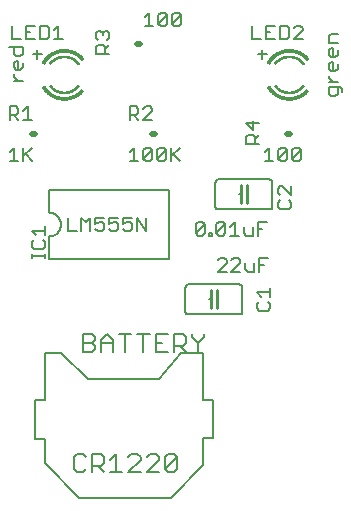
<source format=gto>
G75*
%MOIN*%
%OFA0B0*%
%FSLAX25Y25*%
%IPPOS*%
%LPD*%
%AMOC8*
5,1,8,0,0,1.08239X$1,22.5*
%
%ADD10C,0.00500*%
%ADD11C,0.00600*%
%ADD12C,0.01000*%
%ADD13C,0.00060*%
%ADD14C,0.00100*%
%ADD15C,0.02000*%
D10*
X0036737Y0025580D02*
X0025580Y0037343D01*
X0025580Y0045343D01*
X0022060Y0045343D01*
X0022060Y0058257D01*
X0025580Y0058257D01*
X0025580Y0073989D01*
X0030800Y0073989D01*
X0039800Y0065139D01*
X0063375Y0065139D01*
X0070800Y0073989D01*
X0078020Y0073989D01*
X0078020Y0058257D01*
X0081540Y0058257D01*
X0081540Y0045737D01*
X0078020Y0045737D01*
X0078020Y0036737D01*
X0067469Y0025580D01*
X0036737Y0025580D01*
X0036068Y0034137D02*
X0038103Y0034137D01*
X0039120Y0035154D01*
X0041127Y0034137D02*
X0041127Y0040242D01*
X0044180Y0040242D01*
X0045197Y0039224D01*
X0045197Y0037189D01*
X0044180Y0036172D01*
X0041127Y0036172D01*
X0043162Y0036172D02*
X0045197Y0034137D01*
X0047204Y0034137D02*
X0051275Y0034137D01*
X0049239Y0034137D02*
X0049239Y0040242D01*
X0047204Y0038207D01*
X0053282Y0039224D02*
X0054299Y0040242D01*
X0056334Y0040242D01*
X0057352Y0039224D01*
X0057352Y0038207D01*
X0053282Y0034137D01*
X0057352Y0034137D01*
X0059359Y0034137D02*
X0063429Y0038207D01*
X0063429Y0039224D01*
X0062411Y0040242D01*
X0060376Y0040242D01*
X0059359Y0039224D01*
X0059359Y0034137D02*
X0063429Y0034137D01*
X0065436Y0035154D02*
X0069506Y0039224D01*
X0069506Y0035154D01*
X0068489Y0034137D01*
X0066453Y0034137D01*
X0065436Y0035154D01*
X0065436Y0039224D01*
X0066453Y0040242D01*
X0068489Y0040242D01*
X0069506Y0039224D01*
X0068436Y0074105D02*
X0068436Y0080210D01*
X0071489Y0080210D01*
X0072506Y0079193D01*
X0072506Y0077158D01*
X0071489Y0076140D01*
X0068436Y0076140D01*
X0066429Y0074105D02*
X0062359Y0074105D01*
X0062359Y0080210D01*
X0066429Y0080210D01*
X0064394Y0077158D02*
X0062359Y0077158D01*
X0060352Y0080210D02*
X0056282Y0080210D01*
X0058317Y0080210D02*
X0058317Y0074105D01*
X0054275Y0080210D02*
X0050204Y0080210D01*
X0048197Y0078175D02*
X0048197Y0074105D01*
X0048197Y0077158D02*
X0044127Y0077158D01*
X0044127Y0078175D02*
X0044127Y0074105D01*
X0042120Y0075123D02*
X0042120Y0076140D01*
X0041103Y0077158D01*
X0038050Y0077158D01*
X0038050Y0080210D02*
X0038050Y0074105D01*
X0041103Y0074105D01*
X0042120Y0075123D01*
X0041103Y0077158D02*
X0042120Y0078175D01*
X0042120Y0079193D01*
X0041103Y0080210D01*
X0038050Y0080210D01*
X0044127Y0078175D02*
X0046162Y0080210D01*
X0048197Y0078175D01*
X0052239Y0080210D02*
X0052239Y0074105D01*
X0070471Y0076140D02*
X0072506Y0074105D01*
X0076548Y0077158D02*
X0074513Y0079193D01*
X0074513Y0080210D01*
X0076548Y0077158D02*
X0076548Y0074105D01*
X0076548Y0077158D02*
X0078583Y0079193D01*
X0078583Y0080210D01*
X0083050Y0101050D02*
X0086053Y0104053D01*
X0086053Y0104803D01*
X0085302Y0105554D01*
X0083801Y0105554D01*
X0083050Y0104803D01*
X0083050Y0101050D02*
X0086053Y0101050D01*
X0087654Y0101050D02*
X0090656Y0104053D01*
X0090656Y0104803D01*
X0089906Y0105554D01*
X0088405Y0105554D01*
X0087654Y0104803D01*
X0087654Y0101050D02*
X0090656Y0101050D01*
X0092258Y0101801D02*
X0093008Y0101050D01*
X0095260Y0101050D01*
X0095260Y0104053D01*
X0096862Y0103302D02*
X0098363Y0103302D01*
X0096862Y0101050D02*
X0096862Y0105554D01*
X0099864Y0105554D01*
X0096446Y0113050D02*
X0096446Y0117554D01*
X0099449Y0117554D01*
X0097947Y0115302D02*
X0096446Y0115302D01*
X0094845Y0116053D02*
X0094845Y0113050D01*
X0092593Y0113050D01*
X0091842Y0113801D01*
X0091842Y0116053D01*
X0090241Y0113050D02*
X0087238Y0113050D01*
X0088739Y0113050D02*
X0088739Y0117554D01*
X0087238Y0116053D01*
X0085637Y0116803D02*
X0082634Y0113801D01*
X0083385Y0113050D01*
X0084886Y0113050D01*
X0085637Y0113801D01*
X0085637Y0116803D01*
X0084886Y0117554D01*
X0083385Y0117554D01*
X0082634Y0116803D01*
X0082634Y0113801D01*
X0081083Y0113801D02*
X0081083Y0113050D01*
X0080332Y0113050D01*
X0080332Y0113801D01*
X0081083Y0113801D01*
X0078731Y0113801D02*
X0078731Y0116803D01*
X0075728Y0113801D01*
X0076479Y0113050D01*
X0077980Y0113050D01*
X0078731Y0113801D01*
X0078731Y0116803D02*
X0077980Y0117554D01*
X0076479Y0117554D01*
X0075728Y0116803D01*
X0075728Y0113801D01*
X0059072Y0114550D02*
X0059072Y0119054D01*
X0056070Y0119054D02*
X0056070Y0114550D01*
X0054468Y0115301D02*
X0053718Y0114550D01*
X0052216Y0114550D01*
X0051466Y0115301D01*
X0051466Y0116802D02*
X0052967Y0117553D01*
X0053718Y0117553D01*
X0054468Y0116802D01*
X0054468Y0115301D01*
X0051466Y0116802D02*
X0051466Y0119054D01*
X0054468Y0119054D01*
X0056070Y0119054D02*
X0059072Y0114550D01*
X0049864Y0115301D02*
X0049114Y0114550D01*
X0047612Y0114550D01*
X0046862Y0115301D01*
X0046862Y0116802D02*
X0048363Y0117553D01*
X0049114Y0117553D01*
X0049864Y0116802D01*
X0049864Y0115301D01*
X0046862Y0116802D02*
X0046862Y0119054D01*
X0049864Y0119054D01*
X0045260Y0119054D02*
X0042258Y0119054D01*
X0042258Y0116802D01*
X0043759Y0117553D01*
X0044510Y0117553D01*
X0045260Y0116802D01*
X0045260Y0115301D01*
X0044510Y0114550D01*
X0043008Y0114550D01*
X0042258Y0115301D01*
X0040656Y0114550D02*
X0040656Y0119054D01*
X0039155Y0117553D01*
X0037654Y0119054D01*
X0037654Y0114550D01*
X0036053Y0114550D02*
X0033050Y0114550D01*
X0033050Y0119054D01*
X0025550Y0116226D02*
X0025550Y0113223D01*
X0025550Y0114724D02*
X0021046Y0114724D01*
X0022547Y0113223D01*
X0021797Y0111622D02*
X0021046Y0110871D01*
X0021046Y0109370D01*
X0021797Y0108619D01*
X0024799Y0108619D01*
X0025550Y0109370D01*
X0025550Y0110871D01*
X0024799Y0111622D01*
X0025550Y0107051D02*
X0025550Y0105550D01*
X0025550Y0106301D02*
X0021046Y0106301D01*
X0021046Y0107051D02*
X0021046Y0105550D01*
X0018050Y0164550D02*
X0015047Y0164550D01*
X0015047Y0166051D02*
X0015047Y0166802D01*
X0015047Y0166051D02*
X0016549Y0164550D01*
X0016549Y0168387D02*
X0016549Y0171389D01*
X0015798Y0171389D01*
X0015047Y0170639D01*
X0015047Y0169137D01*
X0015798Y0168387D01*
X0017299Y0168387D01*
X0018050Y0169137D01*
X0018050Y0170639D01*
X0017299Y0172991D02*
X0015798Y0172991D01*
X0015047Y0173741D01*
X0015047Y0175993D01*
X0013546Y0175993D02*
X0018050Y0175993D01*
X0018050Y0173741D01*
X0017299Y0172991D01*
X0021600Y0173600D02*
X0024500Y0173600D01*
X0023000Y0175100D02*
X0023000Y0172000D01*
X0023758Y0178550D02*
X0026010Y0178550D01*
X0026760Y0179301D01*
X0026760Y0182303D01*
X0026010Y0183054D01*
X0023758Y0183054D01*
X0023758Y0178550D01*
X0022156Y0178550D02*
X0019154Y0178550D01*
X0019154Y0183054D01*
X0022156Y0183054D01*
X0020655Y0180802D02*
X0019154Y0180802D01*
X0017553Y0178550D02*
X0014550Y0178550D01*
X0014550Y0183054D01*
X0028362Y0181553D02*
X0029863Y0183054D01*
X0029863Y0178550D01*
X0028362Y0178550D02*
X0031364Y0178550D01*
X0092258Y0104053D02*
X0092258Y0101801D01*
X0096046Y0094155D02*
X0100550Y0094155D01*
X0100550Y0092654D02*
X0100550Y0095656D01*
X0099799Y0091053D02*
X0100550Y0090302D01*
X0100550Y0088801D01*
X0099799Y0088050D01*
X0096797Y0088050D01*
X0096046Y0088801D01*
X0096046Y0090302D01*
X0096797Y0091053D01*
X0097547Y0092654D02*
X0096046Y0094155D01*
X0103797Y0121842D02*
X0106799Y0121842D01*
X0107550Y0122593D01*
X0107550Y0124094D01*
X0106799Y0124845D01*
X0107550Y0126446D02*
X0104547Y0129449D01*
X0103797Y0129449D01*
X0103046Y0128698D01*
X0103046Y0127197D01*
X0103797Y0126446D01*
X0103797Y0124845D02*
X0103046Y0124094D01*
X0103046Y0122593D01*
X0103797Y0121842D01*
X0107550Y0126446D02*
X0107550Y0129449D01*
X0120798Y0159550D02*
X0120047Y0160301D01*
X0120047Y0162553D01*
X0123801Y0162553D01*
X0124551Y0161802D01*
X0124551Y0161051D01*
X0123050Y0160301D02*
X0123050Y0162553D01*
X0123050Y0164154D02*
X0120047Y0164154D01*
X0120047Y0165655D02*
X0120047Y0166406D01*
X0120047Y0165655D02*
X0121549Y0164154D01*
X0121549Y0167991D02*
X0121549Y0170993D01*
X0120798Y0170993D01*
X0120047Y0170242D01*
X0120047Y0168741D01*
X0120798Y0167991D01*
X0122299Y0167991D01*
X0123050Y0168741D01*
X0123050Y0170242D01*
X0122299Y0172594D02*
X0120798Y0172594D01*
X0120047Y0173345D01*
X0120047Y0174846D01*
X0120798Y0175597D01*
X0121549Y0175597D01*
X0121549Y0172594D01*
X0122299Y0172594D02*
X0123050Y0173345D01*
X0123050Y0174846D01*
X0123050Y0177198D02*
X0120047Y0177198D01*
X0120047Y0179450D01*
X0120798Y0180201D01*
X0123050Y0180201D01*
X0111364Y0181553D02*
X0111364Y0182303D01*
X0110614Y0183054D01*
X0109112Y0183054D01*
X0108362Y0182303D01*
X0106760Y0182303D02*
X0106760Y0179301D01*
X0106010Y0178550D01*
X0103758Y0178550D01*
X0103758Y0183054D01*
X0106010Y0183054D01*
X0106760Y0182303D01*
X0108362Y0178550D02*
X0111364Y0181553D01*
X0111364Y0178550D02*
X0108362Y0178550D01*
X0102156Y0178550D02*
X0099154Y0178550D01*
X0099154Y0183054D01*
X0102156Y0183054D01*
X0100655Y0180802D02*
X0099154Y0180802D01*
X0097553Y0178550D02*
X0094550Y0178550D01*
X0094550Y0183054D01*
X0098000Y0175100D02*
X0098000Y0172000D01*
X0096600Y0173600D02*
X0099500Y0173600D01*
X0120798Y0159550D02*
X0122299Y0159550D01*
X0123050Y0160301D01*
X0038103Y0040242D02*
X0036068Y0040242D01*
X0035050Y0039224D01*
X0035050Y0035154D01*
X0036068Y0034137D01*
X0039120Y0039224D02*
X0038103Y0040242D01*
D11*
X0072300Y0087800D02*
X0072300Y0095800D01*
X0072302Y0095860D01*
X0072307Y0095921D01*
X0072316Y0095980D01*
X0072329Y0096039D01*
X0072345Y0096098D01*
X0072365Y0096155D01*
X0072388Y0096210D01*
X0072415Y0096265D01*
X0072444Y0096317D01*
X0072477Y0096368D01*
X0072513Y0096417D01*
X0072551Y0096463D01*
X0072593Y0096507D01*
X0072637Y0096549D01*
X0072683Y0096587D01*
X0072732Y0096623D01*
X0072783Y0096656D01*
X0072835Y0096685D01*
X0072890Y0096712D01*
X0072945Y0096735D01*
X0073002Y0096755D01*
X0073061Y0096771D01*
X0073120Y0096784D01*
X0073179Y0096793D01*
X0073240Y0096798D01*
X0073300Y0096800D01*
X0090300Y0096800D01*
X0090360Y0096798D01*
X0090421Y0096793D01*
X0090480Y0096784D01*
X0090539Y0096771D01*
X0090598Y0096755D01*
X0090655Y0096735D01*
X0090710Y0096712D01*
X0090765Y0096685D01*
X0090817Y0096656D01*
X0090868Y0096623D01*
X0090917Y0096587D01*
X0090963Y0096549D01*
X0091007Y0096507D01*
X0091049Y0096463D01*
X0091087Y0096417D01*
X0091123Y0096368D01*
X0091156Y0096317D01*
X0091185Y0096265D01*
X0091212Y0096210D01*
X0091235Y0096155D01*
X0091255Y0096098D01*
X0091271Y0096039D01*
X0091284Y0095980D01*
X0091293Y0095921D01*
X0091298Y0095860D01*
X0091300Y0095800D01*
X0091300Y0087800D01*
X0091298Y0087740D01*
X0091293Y0087679D01*
X0091284Y0087620D01*
X0091271Y0087561D01*
X0091255Y0087502D01*
X0091235Y0087445D01*
X0091212Y0087390D01*
X0091185Y0087335D01*
X0091156Y0087283D01*
X0091123Y0087232D01*
X0091087Y0087183D01*
X0091049Y0087137D01*
X0091007Y0087093D01*
X0090963Y0087051D01*
X0090917Y0087013D01*
X0090868Y0086977D01*
X0090817Y0086944D01*
X0090765Y0086915D01*
X0090710Y0086888D01*
X0090655Y0086865D01*
X0090598Y0086845D01*
X0090539Y0086829D01*
X0090480Y0086816D01*
X0090421Y0086807D01*
X0090360Y0086802D01*
X0090300Y0086800D01*
X0073300Y0086800D01*
X0073240Y0086802D01*
X0073179Y0086807D01*
X0073120Y0086816D01*
X0073061Y0086829D01*
X0073002Y0086845D01*
X0072945Y0086865D01*
X0072890Y0086888D01*
X0072835Y0086915D01*
X0072783Y0086944D01*
X0072732Y0086977D01*
X0072683Y0087013D01*
X0072637Y0087051D01*
X0072593Y0087093D01*
X0072551Y0087137D01*
X0072513Y0087183D01*
X0072477Y0087232D01*
X0072444Y0087283D01*
X0072415Y0087335D01*
X0072388Y0087390D01*
X0072365Y0087445D01*
X0072345Y0087502D01*
X0072329Y0087561D01*
X0072316Y0087620D01*
X0072307Y0087679D01*
X0072302Y0087740D01*
X0072300Y0087800D01*
X0080300Y0091800D02*
X0080800Y0091800D01*
X0082800Y0091800D02*
X0083300Y0091800D01*
X0066800Y0105300D02*
X0066800Y0128300D01*
X0026800Y0128300D01*
X0026800Y0120800D01*
X0026926Y0120798D01*
X0027051Y0120792D01*
X0027176Y0120782D01*
X0027301Y0120768D01*
X0027426Y0120751D01*
X0027550Y0120729D01*
X0027673Y0120704D01*
X0027795Y0120674D01*
X0027916Y0120641D01*
X0028036Y0120604D01*
X0028155Y0120564D01*
X0028272Y0120519D01*
X0028389Y0120471D01*
X0028503Y0120419D01*
X0028616Y0120364D01*
X0028727Y0120305D01*
X0028836Y0120243D01*
X0028943Y0120177D01*
X0029048Y0120108D01*
X0029151Y0120036D01*
X0029252Y0119961D01*
X0029350Y0119882D01*
X0029445Y0119800D01*
X0029538Y0119716D01*
X0029628Y0119628D01*
X0029716Y0119538D01*
X0029800Y0119445D01*
X0029882Y0119350D01*
X0029961Y0119252D01*
X0030036Y0119151D01*
X0030108Y0119048D01*
X0030177Y0118943D01*
X0030243Y0118836D01*
X0030305Y0118727D01*
X0030364Y0118616D01*
X0030419Y0118503D01*
X0030471Y0118389D01*
X0030519Y0118272D01*
X0030564Y0118155D01*
X0030604Y0118036D01*
X0030641Y0117916D01*
X0030674Y0117795D01*
X0030704Y0117673D01*
X0030729Y0117550D01*
X0030751Y0117426D01*
X0030768Y0117301D01*
X0030782Y0117176D01*
X0030792Y0117051D01*
X0030798Y0116926D01*
X0030800Y0116800D01*
X0030798Y0116674D01*
X0030792Y0116549D01*
X0030782Y0116424D01*
X0030768Y0116299D01*
X0030751Y0116174D01*
X0030729Y0116050D01*
X0030704Y0115927D01*
X0030674Y0115805D01*
X0030641Y0115684D01*
X0030604Y0115564D01*
X0030564Y0115445D01*
X0030519Y0115328D01*
X0030471Y0115211D01*
X0030419Y0115097D01*
X0030364Y0114984D01*
X0030305Y0114873D01*
X0030243Y0114764D01*
X0030177Y0114657D01*
X0030108Y0114552D01*
X0030036Y0114449D01*
X0029961Y0114348D01*
X0029882Y0114250D01*
X0029800Y0114155D01*
X0029716Y0114062D01*
X0029628Y0113972D01*
X0029538Y0113884D01*
X0029445Y0113800D01*
X0029350Y0113718D01*
X0029252Y0113639D01*
X0029151Y0113564D01*
X0029048Y0113492D01*
X0028943Y0113423D01*
X0028836Y0113357D01*
X0028727Y0113295D01*
X0028616Y0113236D01*
X0028503Y0113181D01*
X0028389Y0113129D01*
X0028272Y0113081D01*
X0028155Y0113036D01*
X0028036Y0112996D01*
X0027916Y0112959D01*
X0027795Y0112926D01*
X0027673Y0112896D01*
X0027550Y0112871D01*
X0027426Y0112849D01*
X0027301Y0112832D01*
X0027176Y0112818D01*
X0027051Y0112808D01*
X0026926Y0112802D01*
X0026800Y0112800D01*
X0026800Y0105300D01*
X0066800Y0105300D01*
X0082300Y0122800D02*
X0082300Y0130800D01*
X0082302Y0130860D01*
X0082307Y0130921D01*
X0082316Y0130980D01*
X0082329Y0131039D01*
X0082345Y0131098D01*
X0082365Y0131155D01*
X0082388Y0131210D01*
X0082415Y0131265D01*
X0082444Y0131317D01*
X0082477Y0131368D01*
X0082513Y0131417D01*
X0082551Y0131463D01*
X0082593Y0131507D01*
X0082637Y0131549D01*
X0082683Y0131587D01*
X0082732Y0131623D01*
X0082783Y0131656D01*
X0082835Y0131685D01*
X0082890Y0131712D01*
X0082945Y0131735D01*
X0083002Y0131755D01*
X0083061Y0131771D01*
X0083120Y0131784D01*
X0083179Y0131793D01*
X0083240Y0131798D01*
X0083300Y0131800D01*
X0100300Y0131800D01*
X0100360Y0131798D01*
X0100421Y0131793D01*
X0100480Y0131784D01*
X0100539Y0131771D01*
X0100598Y0131755D01*
X0100655Y0131735D01*
X0100710Y0131712D01*
X0100765Y0131685D01*
X0100817Y0131656D01*
X0100868Y0131623D01*
X0100917Y0131587D01*
X0100963Y0131549D01*
X0101007Y0131507D01*
X0101049Y0131463D01*
X0101087Y0131417D01*
X0101123Y0131368D01*
X0101156Y0131317D01*
X0101185Y0131265D01*
X0101212Y0131210D01*
X0101235Y0131155D01*
X0101255Y0131098D01*
X0101271Y0131039D01*
X0101284Y0130980D01*
X0101293Y0130921D01*
X0101298Y0130860D01*
X0101300Y0130800D01*
X0101300Y0122800D01*
X0101298Y0122740D01*
X0101293Y0122679D01*
X0101284Y0122620D01*
X0101271Y0122561D01*
X0101255Y0122502D01*
X0101235Y0122445D01*
X0101212Y0122390D01*
X0101185Y0122335D01*
X0101156Y0122283D01*
X0101123Y0122232D01*
X0101087Y0122183D01*
X0101049Y0122137D01*
X0101007Y0122093D01*
X0100963Y0122051D01*
X0100917Y0122013D01*
X0100868Y0121977D01*
X0100817Y0121944D01*
X0100765Y0121915D01*
X0100710Y0121888D01*
X0100655Y0121865D01*
X0100598Y0121845D01*
X0100539Y0121829D01*
X0100480Y0121816D01*
X0100421Y0121807D01*
X0100360Y0121802D01*
X0100300Y0121800D01*
X0083300Y0121800D01*
X0083240Y0121802D01*
X0083179Y0121807D01*
X0083120Y0121816D01*
X0083061Y0121829D01*
X0083002Y0121845D01*
X0082945Y0121865D01*
X0082890Y0121888D01*
X0082835Y0121915D01*
X0082783Y0121944D01*
X0082732Y0121977D01*
X0082683Y0122013D01*
X0082637Y0122051D01*
X0082593Y0122093D01*
X0082551Y0122137D01*
X0082513Y0122183D01*
X0082477Y0122232D01*
X0082444Y0122283D01*
X0082415Y0122335D01*
X0082388Y0122390D01*
X0082365Y0122445D01*
X0082345Y0122502D01*
X0082329Y0122561D01*
X0082316Y0122620D01*
X0082307Y0122679D01*
X0082302Y0122740D01*
X0082300Y0122800D01*
X0090300Y0126800D02*
X0090800Y0126800D01*
X0092800Y0126800D02*
X0093300Y0126800D01*
X0098700Y0138000D02*
X0101636Y0138000D01*
X0100168Y0138000D02*
X0100168Y0142404D01*
X0098700Y0140936D01*
X0096900Y0143700D02*
X0092496Y0143700D01*
X0092496Y0145902D01*
X0093230Y0146636D01*
X0094698Y0146636D01*
X0095432Y0145902D01*
X0095432Y0143700D01*
X0095432Y0145168D02*
X0096900Y0146636D01*
X0096900Y0150506D02*
X0092496Y0150506D01*
X0094698Y0148304D01*
X0094698Y0151240D01*
X0104038Y0142404D02*
X0103304Y0141670D01*
X0103304Y0138734D01*
X0106240Y0141670D01*
X0106240Y0138734D01*
X0105506Y0138000D01*
X0104038Y0138000D01*
X0103304Y0138734D01*
X0104038Y0142404D02*
X0105506Y0142404D01*
X0106240Y0141670D01*
X0107908Y0141670D02*
X0107908Y0138734D01*
X0110844Y0141670D01*
X0110844Y0138734D01*
X0110110Y0138000D01*
X0108642Y0138000D01*
X0107908Y0138734D01*
X0107908Y0141670D02*
X0108642Y0142404D01*
X0110110Y0142404D01*
X0110844Y0141670D01*
X0070448Y0142404D02*
X0067512Y0139468D01*
X0068246Y0140202D02*
X0070448Y0138000D01*
X0067512Y0138000D02*
X0067512Y0142404D01*
X0065844Y0141670D02*
X0065844Y0138734D01*
X0065110Y0138000D01*
X0063642Y0138000D01*
X0062908Y0138734D01*
X0065844Y0141670D01*
X0065110Y0142404D01*
X0063642Y0142404D01*
X0062908Y0141670D01*
X0062908Y0138734D01*
X0061240Y0138734D02*
X0060506Y0138000D01*
X0059038Y0138000D01*
X0058304Y0138734D01*
X0061240Y0141670D01*
X0061240Y0138734D01*
X0061240Y0141670D02*
X0060506Y0142404D01*
X0059038Y0142404D01*
X0058304Y0141670D01*
X0058304Y0138734D01*
X0056636Y0138000D02*
X0053700Y0138000D01*
X0055168Y0138000D02*
X0055168Y0142404D01*
X0053700Y0140936D01*
X0053700Y0151700D02*
X0053700Y0156104D01*
X0055902Y0156104D01*
X0056636Y0155370D01*
X0056636Y0153902D01*
X0055902Y0153168D01*
X0053700Y0153168D01*
X0055168Y0153168D02*
X0056636Y0151700D01*
X0058304Y0151700D02*
X0061240Y0154636D01*
X0061240Y0155370D01*
X0060506Y0156104D01*
X0059038Y0156104D01*
X0058304Y0155370D01*
X0058304Y0151700D02*
X0061240Y0151700D01*
X0046900Y0173700D02*
X0042496Y0173700D01*
X0042496Y0175902D01*
X0043230Y0176636D01*
X0044698Y0176636D01*
X0045432Y0175902D01*
X0045432Y0173700D01*
X0045432Y0175168D02*
X0046900Y0176636D01*
X0046166Y0178304D02*
X0046900Y0179038D01*
X0046900Y0180506D01*
X0046166Y0181240D01*
X0045432Y0181240D01*
X0044698Y0180506D01*
X0044698Y0179772D01*
X0044698Y0180506D02*
X0043964Y0181240D01*
X0043230Y0181240D01*
X0042496Y0180506D01*
X0042496Y0179038D01*
X0043230Y0178304D01*
X0058700Y0183000D02*
X0061636Y0183000D01*
X0060168Y0183000D02*
X0060168Y0187404D01*
X0058700Y0185936D01*
X0063304Y0186670D02*
X0063304Y0183734D01*
X0066240Y0186670D01*
X0066240Y0183734D01*
X0065506Y0183000D01*
X0064038Y0183000D01*
X0063304Y0183734D01*
X0063304Y0186670D02*
X0064038Y0187404D01*
X0065506Y0187404D01*
X0066240Y0186670D01*
X0067908Y0186670D02*
X0067908Y0183734D01*
X0070844Y0186670D01*
X0070844Y0183734D01*
X0070110Y0183000D01*
X0068642Y0183000D01*
X0067908Y0183734D01*
X0067908Y0186670D02*
X0068642Y0187404D01*
X0070110Y0187404D01*
X0070844Y0186670D01*
X0021240Y0151700D02*
X0018304Y0151700D01*
X0019772Y0151700D02*
X0019772Y0156104D01*
X0018304Y0154636D01*
X0016636Y0155370D02*
X0016636Y0153902D01*
X0015902Y0153168D01*
X0013700Y0153168D01*
X0015168Y0153168D02*
X0016636Y0151700D01*
X0013700Y0151700D02*
X0013700Y0156104D01*
X0015902Y0156104D01*
X0016636Y0155370D01*
X0015168Y0142404D02*
X0013700Y0140936D01*
X0015168Y0142404D02*
X0015168Y0138000D01*
X0013700Y0138000D02*
X0016636Y0138000D01*
X0018304Y0138000D02*
X0018304Y0142404D01*
X0019038Y0140202D02*
X0021240Y0138000D01*
X0018304Y0139468D02*
X0021240Y0142404D01*
D12*
X0080800Y0094800D02*
X0080800Y0091800D01*
X0080800Y0088800D01*
X0082800Y0088800D02*
X0082800Y0091800D01*
X0082800Y0094800D01*
X0090800Y0123800D02*
X0090800Y0126800D01*
X0090800Y0129800D01*
X0092800Y0129800D02*
X0092800Y0126800D01*
X0092800Y0123800D01*
D13*
X0111884Y0170468D02*
X0111445Y0170154D01*
X0111445Y0170155D02*
X0111356Y0170275D01*
X0111264Y0170393D01*
X0111168Y0170508D01*
X0111070Y0170621D01*
X0110969Y0170731D01*
X0110865Y0170839D01*
X0110758Y0170943D01*
X0110648Y0171045D01*
X0110536Y0171144D01*
X0110422Y0171240D01*
X0110304Y0171333D01*
X0110185Y0171423D01*
X0110063Y0171510D01*
X0109939Y0171594D01*
X0109813Y0171674D01*
X0109684Y0171751D01*
X0109554Y0171825D01*
X0109422Y0171895D01*
X0109288Y0171962D01*
X0109152Y0172025D01*
X0109015Y0172084D01*
X0108877Y0172141D01*
X0108736Y0172193D01*
X0108595Y0172242D01*
X0108452Y0172287D01*
X0108308Y0172328D01*
X0108164Y0172365D01*
X0108018Y0172399D01*
X0107871Y0172429D01*
X0107724Y0172455D01*
X0107576Y0172477D01*
X0107427Y0172496D01*
X0107278Y0172510D01*
X0107129Y0172521D01*
X0106980Y0172527D01*
X0106830Y0172530D01*
X0106830Y0173069D01*
X0106830Y0173070D01*
X0106985Y0173067D01*
X0107140Y0173061D01*
X0107295Y0173050D01*
X0107450Y0173036D01*
X0107604Y0173018D01*
X0107758Y0172996D01*
X0107911Y0172971D01*
X0108063Y0172941D01*
X0108215Y0172908D01*
X0108366Y0172871D01*
X0108516Y0172831D01*
X0108665Y0172786D01*
X0108812Y0172738D01*
X0108959Y0172687D01*
X0109104Y0172631D01*
X0109247Y0172573D01*
X0109390Y0172510D01*
X0109530Y0172444D01*
X0109669Y0172375D01*
X0109806Y0172302D01*
X0109942Y0172226D01*
X0110075Y0172147D01*
X0110206Y0172064D01*
X0110336Y0171978D01*
X0110463Y0171889D01*
X0110588Y0171797D01*
X0110710Y0171701D01*
X0110830Y0171603D01*
X0110948Y0171502D01*
X0111063Y0171398D01*
X0111176Y0171291D01*
X0111286Y0171181D01*
X0111393Y0171069D01*
X0111497Y0170954D01*
X0111598Y0170836D01*
X0111697Y0170716D01*
X0111792Y0170593D01*
X0111885Y0170469D01*
X0111839Y0170436D01*
X0111747Y0170560D01*
X0111653Y0170681D01*
X0111555Y0170800D01*
X0111455Y0170917D01*
X0111351Y0171031D01*
X0111245Y0171142D01*
X0111137Y0171251D01*
X0111025Y0171357D01*
X0110911Y0171460D01*
X0110794Y0171560D01*
X0110675Y0171658D01*
X0110554Y0171752D01*
X0110430Y0171844D01*
X0110304Y0171932D01*
X0110176Y0172017D01*
X0110046Y0172099D01*
X0109914Y0172178D01*
X0109779Y0172253D01*
X0109643Y0172325D01*
X0109506Y0172394D01*
X0109367Y0172459D01*
X0109226Y0172521D01*
X0109083Y0172579D01*
X0108939Y0172634D01*
X0108794Y0172685D01*
X0108648Y0172733D01*
X0108501Y0172777D01*
X0108352Y0172817D01*
X0108203Y0172854D01*
X0108052Y0172886D01*
X0107901Y0172916D01*
X0107750Y0172941D01*
X0107597Y0172963D01*
X0107444Y0172980D01*
X0107291Y0172995D01*
X0107138Y0173005D01*
X0106984Y0173011D01*
X0106830Y0173014D01*
X0106830Y0172958D01*
X0106987Y0172955D01*
X0107143Y0172948D01*
X0107299Y0172938D01*
X0107455Y0172923D01*
X0107611Y0172904D01*
X0107766Y0172882D01*
X0107920Y0172855D01*
X0108074Y0172825D01*
X0108226Y0172791D01*
X0108378Y0172752D01*
X0108529Y0172710D01*
X0108679Y0172664D01*
X0108827Y0172615D01*
X0108974Y0172561D01*
X0109120Y0172504D01*
X0109264Y0172443D01*
X0109407Y0172379D01*
X0109548Y0172311D01*
X0109687Y0172239D01*
X0109825Y0172164D01*
X0109960Y0172085D01*
X0110093Y0172003D01*
X0110225Y0171918D01*
X0110354Y0171829D01*
X0110480Y0171737D01*
X0110605Y0171642D01*
X0110727Y0171544D01*
X0110846Y0171442D01*
X0110963Y0171338D01*
X0111077Y0171231D01*
X0111188Y0171121D01*
X0111296Y0171008D01*
X0111402Y0170892D01*
X0111504Y0170774D01*
X0111604Y0170653D01*
X0111700Y0170529D01*
X0111793Y0170404D01*
X0111748Y0170371D01*
X0111656Y0170496D01*
X0111560Y0170618D01*
X0111461Y0170738D01*
X0111360Y0170855D01*
X0111255Y0170970D01*
X0111148Y0171081D01*
X0111038Y0171191D01*
X0110925Y0171297D01*
X0110809Y0171400D01*
X0110691Y0171501D01*
X0110570Y0171598D01*
X0110447Y0171692D01*
X0110321Y0171784D01*
X0110193Y0171871D01*
X0110063Y0171956D01*
X0109931Y0172037D01*
X0109797Y0172115D01*
X0109661Y0172190D01*
X0109523Y0172261D01*
X0109383Y0172328D01*
X0109242Y0172392D01*
X0109099Y0172452D01*
X0108955Y0172509D01*
X0108809Y0172562D01*
X0108662Y0172611D01*
X0108513Y0172657D01*
X0108364Y0172698D01*
X0108213Y0172736D01*
X0108062Y0172770D01*
X0107910Y0172800D01*
X0107757Y0172826D01*
X0107603Y0172849D01*
X0107449Y0172867D01*
X0107295Y0172882D01*
X0107140Y0172893D01*
X0106985Y0172899D01*
X0106830Y0172902D01*
X0106830Y0172846D01*
X0106984Y0172843D01*
X0107137Y0172837D01*
X0107291Y0172826D01*
X0107444Y0172812D01*
X0107596Y0172793D01*
X0107748Y0172771D01*
X0107900Y0172745D01*
X0108051Y0172715D01*
X0108201Y0172682D01*
X0108350Y0172644D01*
X0108498Y0172603D01*
X0108645Y0172558D01*
X0108790Y0172509D01*
X0108935Y0172457D01*
X0109078Y0172400D01*
X0109220Y0172341D01*
X0109360Y0172277D01*
X0109498Y0172211D01*
X0109635Y0172140D01*
X0109770Y0172066D01*
X0109902Y0171989D01*
X0110033Y0171909D01*
X0110162Y0171825D01*
X0110289Y0171738D01*
X0110413Y0171648D01*
X0110535Y0171554D01*
X0110655Y0171458D01*
X0110772Y0171358D01*
X0110887Y0171256D01*
X0110999Y0171150D01*
X0111108Y0171042D01*
X0111214Y0170931D01*
X0111318Y0170818D01*
X0111419Y0170702D01*
X0111516Y0170583D01*
X0111611Y0170462D01*
X0111702Y0170339D01*
X0111657Y0170306D01*
X0111566Y0170428D01*
X0111472Y0170548D01*
X0111376Y0170666D01*
X0111276Y0170781D01*
X0111173Y0170893D01*
X0111068Y0171003D01*
X0110960Y0171110D01*
X0110849Y0171215D01*
X0110735Y0171316D01*
X0110619Y0171415D01*
X0110501Y0171510D01*
X0110380Y0171603D01*
X0110256Y0171692D01*
X0110131Y0171778D01*
X0110003Y0171861D01*
X0109874Y0171941D01*
X0109742Y0172018D01*
X0109608Y0172091D01*
X0109473Y0172160D01*
X0109336Y0172227D01*
X0109197Y0172289D01*
X0109057Y0172349D01*
X0108915Y0172404D01*
X0108772Y0172456D01*
X0108628Y0172504D01*
X0108482Y0172549D01*
X0108335Y0172590D01*
X0108188Y0172627D01*
X0108039Y0172660D01*
X0107890Y0172690D01*
X0107740Y0172716D01*
X0107589Y0172738D01*
X0107438Y0172756D01*
X0107286Y0172770D01*
X0107134Y0172781D01*
X0106982Y0172787D01*
X0106830Y0172790D01*
X0106830Y0172734D01*
X0106981Y0172731D01*
X0107132Y0172725D01*
X0107282Y0172714D01*
X0107432Y0172700D01*
X0107582Y0172682D01*
X0107731Y0172660D01*
X0107880Y0172635D01*
X0108028Y0172606D01*
X0108175Y0172573D01*
X0108321Y0172536D01*
X0108466Y0172495D01*
X0108611Y0172451D01*
X0108754Y0172403D01*
X0108895Y0172352D01*
X0109036Y0172297D01*
X0109175Y0172238D01*
X0109312Y0172176D01*
X0109448Y0172110D01*
X0109582Y0172041D01*
X0109715Y0171969D01*
X0109845Y0171893D01*
X0109973Y0171814D01*
X0110100Y0171732D01*
X0110224Y0171646D01*
X0110346Y0171558D01*
X0110466Y0171466D01*
X0110583Y0171372D01*
X0110698Y0171274D01*
X0110811Y0171173D01*
X0110921Y0171070D01*
X0111028Y0170964D01*
X0111132Y0170855D01*
X0111234Y0170744D01*
X0111333Y0170630D01*
X0111429Y0170513D01*
X0111521Y0170395D01*
X0111611Y0170273D01*
X0111566Y0170241D01*
X0111477Y0170361D01*
X0111385Y0170479D01*
X0111290Y0170594D01*
X0111192Y0170707D01*
X0111091Y0170817D01*
X0110988Y0170925D01*
X0110882Y0171030D01*
X0110773Y0171132D01*
X0110661Y0171232D01*
X0110547Y0171328D01*
X0110431Y0171422D01*
X0110313Y0171513D01*
X0110192Y0171601D01*
X0110069Y0171685D01*
X0109943Y0171767D01*
X0109816Y0171845D01*
X0109687Y0171920D01*
X0109556Y0171992D01*
X0109423Y0172060D01*
X0109289Y0172125D01*
X0109152Y0172187D01*
X0109015Y0172245D01*
X0108876Y0172299D01*
X0108735Y0172350D01*
X0108594Y0172398D01*
X0108451Y0172441D01*
X0108307Y0172482D01*
X0108162Y0172518D01*
X0108016Y0172551D01*
X0107870Y0172580D01*
X0107723Y0172605D01*
X0107575Y0172627D01*
X0107426Y0172645D01*
X0107278Y0172659D01*
X0107129Y0172669D01*
X0106979Y0172675D01*
X0106830Y0172678D01*
X0106830Y0172622D01*
X0106982Y0172619D01*
X0107134Y0172612D01*
X0107286Y0172602D01*
X0107437Y0172587D01*
X0107588Y0172568D01*
X0107738Y0172546D01*
X0107888Y0172519D01*
X0108037Y0172489D01*
X0108185Y0172455D01*
X0108332Y0172417D01*
X0108479Y0172375D01*
X0108624Y0172329D01*
X0108767Y0172280D01*
X0108910Y0172226D01*
X0109051Y0172169D01*
X0109190Y0172109D01*
X0109328Y0172045D01*
X0109464Y0171977D01*
X0109598Y0171905D01*
X0109731Y0171831D01*
X0109861Y0171752D01*
X0109989Y0171671D01*
X0110116Y0171586D01*
X0110239Y0171497D01*
X0110361Y0171406D01*
X0110480Y0171312D01*
X0110596Y0171214D01*
X0110710Y0171113D01*
X0110822Y0171010D01*
X0110930Y0170903D01*
X0111036Y0170794D01*
X0111139Y0170682D01*
X0111239Y0170567D01*
X0111336Y0170450D01*
X0111429Y0170330D01*
X0111520Y0170208D01*
X0111475Y0170176D01*
X0111385Y0170297D01*
X0111292Y0170415D01*
X0111196Y0170531D01*
X0111097Y0170645D01*
X0110995Y0170756D01*
X0110890Y0170864D01*
X0110783Y0170969D01*
X0110673Y0171072D01*
X0110560Y0171172D01*
X0110444Y0171268D01*
X0110327Y0171362D01*
X0110206Y0171452D01*
X0110084Y0171540D01*
X0109959Y0171624D01*
X0109832Y0171705D01*
X0109703Y0171782D01*
X0109571Y0171856D01*
X0109438Y0171927D01*
X0109304Y0171994D01*
X0109167Y0172058D01*
X0109029Y0172118D01*
X0108890Y0172174D01*
X0108748Y0172227D01*
X0108606Y0172276D01*
X0108463Y0172321D01*
X0108318Y0172363D01*
X0108172Y0172400D01*
X0108025Y0172434D01*
X0107878Y0172464D01*
X0107730Y0172491D01*
X0107581Y0172513D01*
X0107431Y0172531D01*
X0107281Y0172546D01*
X0107131Y0172556D01*
X0106981Y0172563D01*
X0106830Y0172566D01*
X0101870Y0162928D02*
X0102296Y0163259D01*
X0102295Y0163259D02*
X0102388Y0163144D01*
X0102483Y0163032D01*
X0102581Y0162922D01*
X0102682Y0162815D01*
X0102786Y0162711D01*
X0102893Y0162609D01*
X0103002Y0162510D01*
X0103113Y0162414D01*
X0103227Y0162320D01*
X0103343Y0162230D01*
X0103462Y0162143D01*
X0103583Y0162059D01*
X0103705Y0161978D01*
X0103830Y0161900D01*
X0103957Y0161825D01*
X0104086Y0161754D01*
X0104216Y0161685D01*
X0104349Y0161621D01*
X0104483Y0161560D01*
X0104618Y0161502D01*
X0104755Y0161447D01*
X0104893Y0161397D01*
X0105033Y0161349D01*
X0105173Y0161306D01*
X0105315Y0161266D01*
X0105457Y0161229D01*
X0105601Y0161197D01*
X0105745Y0161168D01*
X0105890Y0161143D01*
X0106036Y0161121D01*
X0106182Y0161103D01*
X0106329Y0161089D01*
X0106476Y0161079D01*
X0106623Y0161073D01*
X0106770Y0161070D01*
X0106770Y0160531D01*
X0106770Y0160530D01*
X0106613Y0160533D01*
X0106457Y0160539D01*
X0106300Y0160550D01*
X0106144Y0160564D01*
X0105988Y0160583D01*
X0105833Y0160605D01*
X0105679Y0160631D01*
X0105525Y0160661D01*
X0105372Y0160695D01*
X0105219Y0160733D01*
X0105068Y0160774D01*
X0104918Y0160819D01*
X0104769Y0160868D01*
X0104621Y0160921D01*
X0104475Y0160977D01*
X0104330Y0161037D01*
X0104187Y0161101D01*
X0104045Y0161168D01*
X0103905Y0161238D01*
X0103767Y0161312D01*
X0103631Y0161390D01*
X0103496Y0161471D01*
X0103364Y0161555D01*
X0103234Y0161643D01*
X0103106Y0161733D01*
X0102981Y0161827D01*
X0102858Y0161924D01*
X0102737Y0162025D01*
X0102619Y0162128D01*
X0102503Y0162234D01*
X0102391Y0162342D01*
X0102280Y0162454D01*
X0102173Y0162568D01*
X0102069Y0162685D01*
X0101967Y0162805D01*
X0101869Y0162927D01*
X0101913Y0162962D01*
X0102011Y0162841D01*
X0102111Y0162722D01*
X0102215Y0162606D01*
X0102321Y0162493D01*
X0102430Y0162382D01*
X0102542Y0162274D01*
X0102656Y0162169D01*
X0102773Y0162067D01*
X0102893Y0161968D01*
X0103015Y0161872D01*
X0103139Y0161779D01*
X0103266Y0161689D01*
X0103395Y0161602D01*
X0103526Y0161518D01*
X0103659Y0161438D01*
X0103794Y0161361D01*
X0103931Y0161288D01*
X0104070Y0161218D01*
X0104210Y0161151D01*
X0104352Y0161088D01*
X0104496Y0161029D01*
X0104641Y0160973D01*
X0104787Y0160921D01*
X0104935Y0160873D01*
X0105083Y0160828D01*
X0105233Y0160787D01*
X0105384Y0160749D01*
X0105536Y0160716D01*
X0105688Y0160686D01*
X0105842Y0160660D01*
X0105995Y0160638D01*
X0106150Y0160620D01*
X0106304Y0160606D01*
X0106459Y0160595D01*
X0106615Y0160589D01*
X0106770Y0160586D01*
X0106770Y0160642D01*
X0106616Y0160645D01*
X0106462Y0160651D01*
X0106309Y0160662D01*
X0106155Y0160676D01*
X0106002Y0160694D01*
X0105850Y0160716D01*
X0105698Y0160741D01*
X0105547Y0160771D01*
X0105397Y0160804D01*
X0105247Y0160841D01*
X0105099Y0160882D01*
X0104951Y0160926D01*
X0104805Y0160974D01*
X0104660Y0161026D01*
X0104516Y0161081D01*
X0104374Y0161140D01*
X0104233Y0161202D01*
X0104094Y0161268D01*
X0103957Y0161338D01*
X0103821Y0161410D01*
X0103687Y0161487D01*
X0103556Y0161566D01*
X0103426Y0161649D01*
X0103298Y0161735D01*
X0103173Y0161824D01*
X0103049Y0161916D01*
X0102928Y0162011D01*
X0102810Y0162110D01*
X0102694Y0162211D01*
X0102580Y0162315D01*
X0102470Y0162422D01*
X0102361Y0162531D01*
X0102256Y0162644D01*
X0102154Y0162759D01*
X0102054Y0162876D01*
X0101958Y0162996D01*
X0102002Y0163030D01*
X0102097Y0162912D01*
X0102196Y0162795D01*
X0102298Y0162681D01*
X0102402Y0162570D01*
X0102509Y0162461D01*
X0102619Y0162356D01*
X0102731Y0162252D01*
X0102846Y0162152D01*
X0102964Y0162055D01*
X0103083Y0161960D01*
X0103206Y0161869D01*
X0103330Y0161781D01*
X0103457Y0161696D01*
X0103585Y0161614D01*
X0103716Y0161535D01*
X0103848Y0161459D01*
X0103983Y0161387D01*
X0104119Y0161319D01*
X0104257Y0161253D01*
X0104396Y0161191D01*
X0104537Y0161133D01*
X0104680Y0161078D01*
X0104823Y0161027D01*
X0104968Y0160979D01*
X0105114Y0160935D01*
X0105261Y0160895D01*
X0105409Y0160859D01*
X0105558Y0160826D01*
X0105708Y0160796D01*
X0105858Y0160771D01*
X0106009Y0160749D01*
X0106161Y0160732D01*
X0106313Y0160717D01*
X0106465Y0160707D01*
X0106617Y0160701D01*
X0106770Y0160698D01*
X0106770Y0160754D01*
X0106619Y0160757D01*
X0106468Y0160763D01*
X0106317Y0160773D01*
X0106167Y0160787D01*
X0106017Y0160805D01*
X0105867Y0160826D01*
X0105718Y0160852D01*
X0105570Y0160881D01*
X0105422Y0160913D01*
X0105275Y0160949D01*
X0105130Y0160989D01*
X0104985Y0161033D01*
X0104841Y0161080D01*
X0104699Y0161131D01*
X0104558Y0161185D01*
X0104418Y0161243D01*
X0104280Y0161304D01*
X0104144Y0161369D01*
X0104009Y0161437D01*
X0103875Y0161508D01*
X0103744Y0161583D01*
X0103615Y0161661D01*
X0103487Y0161742D01*
X0103362Y0161827D01*
X0103239Y0161914D01*
X0103118Y0162005D01*
X0102999Y0162098D01*
X0102883Y0162195D01*
X0102769Y0162294D01*
X0102657Y0162396D01*
X0102549Y0162501D01*
X0102443Y0162609D01*
X0102339Y0162719D01*
X0102239Y0162832D01*
X0102141Y0162947D01*
X0102046Y0163065D01*
X0102090Y0163099D01*
X0102187Y0162979D01*
X0102287Y0162862D01*
X0102389Y0162747D01*
X0102495Y0162635D01*
X0102603Y0162526D01*
X0102715Y0162419D01*
X0102829Y0162316D01*
X0102945Y0162215D01*
X0103064Y0162118D01*
X0103186Y0162023D01*
X0103310Y0161932D01*
X0103436Y0161844D01*
X0103565Y0161759D01*
X0103695Y0161677D01*
X0103828Y0161599D01*
X0103963Y0161525D01*
X0104099Y0161453D01*
X0104238Y0161386D01*
X0104378Y0161322D01*
X0104519Y0161261D01*
X0104662Y0161204D01*
X0104807Y0161151D01*
X0104953Y0161102D01*
X0105100Y0161056D01*
X0105248Y0161015D01*
X0105397Y0160977D01*
X0105547Y0160942D01*
X0105698Y0160912D01*
X0105850Y0160886D01*
X0106002Y0160863D01*
X0106155Y0160845D01*
X0106309Y0160830D01*
X0106462Y0160820D01*
X0106616Y0160813D01*
X0106770Y0160810D01*
X0106770Y0160866D01*
X0106617Y0160869D01*
X0106465Y0160875D01*
X0106313Y0160886D01*
X0106161Y0160900D01*
X0106010Y0160919D01*
X0105859Y0160941D01*
X0105708Y0160967D01*
X0105559Y0160997D01*
X0105410Y0161031D01*
X0105262Y0161069D01*
X0105116Y0161110D01*
X0104970Y0161155D01*
X0104825Y0161204D01*
X0104682Y0161257D01*
X0104540Y0161313D01*
X0104400Y0161373D01*
X0104261Y0161436D01*
X0104124Y0161503D01*
X0103989Y0161574D01*
X0103856Y0161648D01*
X0103724Y0161725D01*
X0103595Y0161806D01*
X0103468Y0161890D01*
X0103343Y0161977D01*
X0103220Y0162068D01*
X0103099Y0162161D01*
X0102981Y0162258D01*
X0102866Y0162358D01*
X0102753Y0162460D01*
X0102643Y0162566D01*
X0102535Y0162674D01*
X0102431Y0162785D01*
X0102329Y0162899D01*
X0102230Y0163015D01*
X0102134Y0163133D01*
X0102179Y0163168D01*
X0102273Y0163050D01*
X0102371Y0162935D01*
X0102472Y0162823D01*
X0102576Y0162713D01*
X0102682Y0162605D01*
X0102791Y0162501D01*
X0102903Y0162399D01*
X0103017Y0162301D01*
X0103134Y0162205D01*
X0103254Y0162112D01*
X0103375Y0162023D01*
X0103499Y0161936D01*
X0103625Y0161853D01*
X0103753Y0161773D01*
X0103884Y0161696D01*
X0104016Y0161623D01*
X0104150Y0161553D01*
X0104285Y0161487D01*
X0104423Y0161424D01*
X0104562Y0161365D01*
X0104702Y0161309D01*
X0104844Y0161257D01*
X0104987Y0161209D01*
X0105131Y0161164D01*
X0105277Y0161123D01*
X0105423Y0161086D01*
X0105570Y0161052D01*
X0105719Y0161022D01*
X0105867Y0160996D01*
X0106017Y0160974D01*
X0106167Y0160956D01*
X0106317Y0160942D01*
X0106468Y0160931D01*
X0106619Y0160925D01*
X0106770Y0160922D01*
X0106770Y0160978D01*
X0106620Y0160981D01*
X0106471Y0160987D01*
X0106322Y0160998D01*
X0106173Y0161012D01*
X0106024Y0161030D01*
X0105876Y0161052D01*
X0105729Y0161077D01*
X0105582Y0161107D01*
X0105436Y0161140D01*
X0105291Y0161177D01*
X0105147Y0161218D01*
X0105004Y0161262D01*
X0104863Y0161310D01*
X0104722Y0161361D01*
X0104583Y0161417D01*
X0104445Y0161475D01*
X0104309Y0161538D01*
X0104175Y0161603D01*
X0104042Y0161673D01*
X0103911Y0161745D01*
X0103783Y0161821D01*
X0103656Y0161900D01*
X0103531Y0161983D01*
X0103408Y0162068D01*
X0103288Y0162157D01*
X0103169Y0162249D01*
X0103054Y0162344D01*
X0102940Y0162441D01*
X0102830Y0162542D01*
X0102722Y0162645D01*
X0102616Y0162751D01*
X0102513Y0162860D01*
X0102414Y0162972D01*
X0102317Y0163086D01*
X0102223Y0163202D01*
X0102267Y0163237D01*
X0102360Y0163121D01*
X0102456Y0163008D01*
X0102555Y0162898D01*
X0102656Y0162790D01*
X0102761Y0162685D01*
X0102868Y0162583D01*
X0102978Y0162483D01*
X0103090Y0162386D01*
X0103204Y0162292D01*
X0103321Y0162201D01*
X0103441Y0162114D01*
X0103562Y0162029D01*
X0103686Y0161947D01*
X0103812Y0161869D01*
X0103939Y0161794D01*
X0104069Y0161722D01*
X0104200Y0161653D01*
X0104333Y0161588D01*
X0104468Y0161527D01*
X0104604Y0161468D01*
X0104742Y0161414D01*
X0104881Y0161363D01*
X0105021Y0161315D01*
X0105163Y0161271D01*
X0105306Y0161231D01*
X0105449Y0161194D01*
X0105594Y0161162D01*
X0105739Y0161132D01*
X0105885Y0161107D01*
X0106031Y0161085D01*
X0106179Y0161068D01*
X0106326Y0161054D01*
X0106474Y0161043D01*
X0106622Y0161037D01*
X0106770Y0161034D01*
X0106771Y0173069D02*
X0106771Y0172529D01*
X0106770Y0172530D02*
X0106620Y0172527D01*
X0106470Y0172520D01*
X0106320Y0172510D01*
X0106171Y0172495D01*
X0106022Y0172477D01*
X0105874Y0172455D01*
X0105726Y0172428D01*
X0105579Y0172398D01*
X0105432Y0172364D01*
X0105287Y0172327D01*
X0105143Y0172285D01*
X0105000Y0172240D01*
X0104858Y0172191D01*
X0104717Y0172138D01*
X0104578Y0172082D01*
X0104441Y0172022D01*
X0104305Y0171958D01*
X0104171Y0171891D01*
X0104038Y0171820D01*
X0103908Y0171746D01*
X0103779Y0171669D01*
X0103653Y0171588D01*
X0103528Y0171504D01*
X0103406Y0171417D01*
X0103286Y0171326D01*
X0103169Y0171233D01*
X0103054Y0171136D01*
X0102942Y0171036D01*
X0102832Y0170934D01*
X0102725Y0170829D01*
X0102621Y0170721D01*
X0102520Y0170610D01*
X0102422Y0170496D01*
X0102326Y0170380D01*
X0102234Y0170262D01*
X0101803Y0170585D01*
X0101802Y0170586D01*
X0101897Y0170709D01*
X0101996Y0170829D01*
X0102097Y0170947D01*
X0102202Y0171062D01*
X0102309Y0171175D01*
X0102419Y0171285D01*
X0102531Y0171392D01*
X0102646Y0171497D01*
X0102764Y0171598D01*
X0102884Y0171697D01*
X0103007Y0171793D01*
X0103132Y0171885D01*
X0103259Y0171975D01*
X0103389Y0172061D01*
X0103520Y0172144D01*
X0103654Y0172224D01*
X0103789Y0172300D01*
X0103927Y0172373D01*
X0104066Y0172442D01*
X0104207Y0172508D01*
X0104349Y0172571D01*
X0104493Y0172630D01*
X0104638Y0172685D01*
X0104785Y0172737D01*
X0104933Y0172785D01*
X0105082Y0172830D01*
X0105232Y0172871D01*
X0105383Y0172908D01*
X0105535Y0172941D01*
X0105687Y0172970D01*
X0105841Y0172996D01*
X0105995Y0173018D01*
X0106149Y0173036D01*
X0106304Y0173050D01*
X0106459Y0173061D01*
X0106615Y0173067D01*
X0106770Y0173070D01*
X0106770Y0173014D01*
X0106616Y0173011D01*
X0106462Y0173005D01*
X0106308Y0172995D01*
X0106155Y0172980D01*
X0106002Y0172963D01*
X0105849Y0172941D01*
X0105697Y0172915D01*
X0105546Y0172886D01*
X0105395Y0172853D01*
X0105246Y0172816D01*
X0105097Y0172776D01*
X0104949Y0172732D01*
X0104803Y0172684D01*
X0104657Y0172633D01*
X0104513Y0172578D01*
X0104371Y0172519D01*
X0104230Y0172457D01*
X0104090Y0172392D01*
X0103952Y0172323D01*
X0103816Y0172251D01*
X0103682Y0172175D01*
X0103550Y0172096D01*
X0103419Y0172014D01*
X0103291Y0171928D01*
X0103165Y0171840D01*
X0103041Y0171748D01*
X0102920Y0171653D01*
X0102800Y0171556D01*
X0102684Y0171455D01*
X0102569Y0171352D01*
X0102458Y0171245D01*
X0102349Y0171136D01*
X0102243Y0171024D01*
X0102139Y0170910D01*
X0102039Y0170793D01*
X0101941Y0170674D01*
X0101847Y0170552D01*
X0101892Y0170519D01*
X0101985Y0170639D01*
X0102082Y0170758D01*
X0102182Y0170873D01*
X0102284Y0170987D01*
X0102389Y0171097D01*
X0102497Y0171205D01*
X0102608Y0171311D01*
X0102721Y0171413D01*
X0102837Y0171513D01*
X0102955Y0171610D01*
X0103075Y0171704D01*
X0103198Y0171794D01*
X0103323Y0171882D01*
X0103450Y0171967D01*
X0103579Y0172048D01*
X0103710Y0172127D01*
X0103843Y0172202D01*
X0103978Y0172273D01*
X0104115Y0172342D01*
X0104253Y0172406D01*
X0104393Y0172468D01*
X0104534Y0172526D01*
X0104677Y0172580D01*
X0104821Y0172631D01*
X0104966Y0172678D01*
X0105112Y0172722D01*
X0105259Y0172762D01*
X0105408Y0172799D01*
X0105557Y0172831D01*
X0105707Y0172860D01*
X0105857Y0172885D01*
X0106009Y0172907D01*
X0106160Y0172925D01*
X0106312Y0172939D01*
X0106465Y0172949D01*
X0106617Y0172955D01*
X0106770Y0172958D01*
X0106770Y0172902D01*
X0106615Y0172899D01*
X0106459Y0172892D01*
X0106304Y0172882D01*
X0106149Y0172867D01*
X0105995Y0172849D01*
X0105841Y0172826D01*
X0105688Y0172800D01*
X0105535Y0172769D01*
X0105383Y0172735D01*
X0105233Y0172697D01*
X0105083Y0172655D01*
X0104934Y0172610D01*
X0104787Y0172560D01*
X0104641Y0172507D01*
X0104496Y0172450D01*
X0104353Y0172390D01*
X0104211Y0172326D01*
X0104071Y0172258D01*
X0103933Y0172186D01*
X0103797Y0172112D01*
X0103662Y0172033D01*
X0103530Y0171952D01*
X0103400Y0171867D01*
X0103272Y0171778D01*
X0103146Y0171687D01*
X0103023Y0171592D01*
X0102902Y0171494D01*
X0102783Y0171394D01*
X0102668Y0171290D01*
X0102555Y0171183D01*
X0102444Y0171073D01*
X0102337Y0170961D01*
X0102232Y0170846D01*
X0102131Y0170728D01*
X0102032Y0170608D01*
X0101936Y0170485D01*
X0101981Y0170452D01*
X0102076Y0170573D01*
X0102174Y0170692D01*
X0102274Y0170809D01*
X0102378Y0170923D01*
X0102484Y0171034D01*
X0102594Y0171143D01*
X0102706Y0171249D01*
X0102820Y0171351D01*
X0102938Y0171451D01*
X0103057Y0171548D01*
X0103180Y0171642D01*
X0103304Y0171733D01*
X0103431Y0171820D01*
X0103560Y0171905D01*
X0103691Y0171985D01*
X0103824Y0172063D01*
X0103959Y0172137D01*
X0104096Y0172208D01*
X0104235Y0172275D01*
X0104375Y0172338D01*
X0104517Y0172398D01*
X0104660Y0172455D01*
X0104805Y0172507D01*
X0104951Y0172556D01*
X0105099Y0172602D01*
X0105247Y0172643D01*
X0105396Y0172681D01*
X0105547Y0172715D01*
X0105698Y0172745D01*
X0105850Y0172771D01*
X0106002Y0172793D01*
X0106155Y0172811D01*
X0106308Y0172826D01*
X0106462Y0172837D01*
X0106616Y0172843D01*
X0106770Y0172846D01*
X0106770Y0172790D01*
X0106617Y0172787D01*
X0106465Y0172781D01*
X0106313Y0172770D01*
X0106161Y0172756D01*
X0106009Y0172738D01*
X0105858Y0172715D01*
X0105708Y0172690D01*
X0105558Y0172660D01*
X0105409Y0172626D01*
X0105261Y0172589D01*
X0105114Y0172548D01*
X0104968Y0172503D01*
X0104824Y0172455D01*
X0104680Y0172402D01*
X0104538Y0172347D01*
X0104398Y0172287D01*
X0104259Y0172224D01*
X0104121Y0172158D01*
X0103986Y0172088D01*
X0103852Y0172014D01*
X0103720Y0171937D01*
X0103590Y0171857D01*
X0103462Y0171774D01*
X0103337Y0171687D01*
X0103213Y0171597D01*
X0103092Y0171504D01*
X0102973Y0171408D01*
X0102857Y0171309D01*
X0102744Y0171208D01*
X0102633Y0171103D01*
X0102524Y0170995D01*
X0102419Y0170885D01*
X0102316Y0170772D01*
X0102217Y0170656D01*
X0102120Y0170538D01*
X0102026Y0170418D01*
X0102071Y0170384D01*
X0102164Y0170504D01*
X0102260Y0170621D01*
X0102358Y0170735D01*
X0102460Y0170847D01*
X0102565Y0170956D01*
X0102672Y0171063D01*
X0102782Y0171166D01*
X0102894Y0171267D01*
X0103009Y0171365D01*
X0103127Y0171461D01*
X0103247Y0171553D01*
X0103369Y0171642D01*
X0103493Y0171727D01*
X0103620Y0171810D01*
X0103749Y0171889D01*
X0103879Y0171965D01*
X0104012Y0172038D01*
X0104146Y0172108D01*
X0104282Y0172173D01*
X0104420Y0172236D01*
X0104559Y0172295D01*
X0104700Y0172350D01*
X0104842Y0172402D01*
X0104985Y0172450D01*
X0105130Y0172494D01*
X0105275Y0172535D01*
X0105422Y0172572D01*
X0105570Y0172605D01*
X0105718Y0172634D01*
X0105867Y0172660D01*
X0106016Y0172682D01*
X0106166Y0172700D01*
X0106317Y0172714D01*
X0106468Y0172725D01*
X0106619Y0172731D01*
X0106770Y0172734D01*
X0106770Y0172678D01*
X0106620Y0172675D01*
X0106471Y0172669D01*
X0106321Y0172658D01*
X0106172Y0172644D01*
X0106024Y0172626D01*
X0105875Y0172605D01*
X0105728Y0172579D01*
X0105581Y0172550D01*
X0105435Y0172517D01*
X0105290Y0172481D01*
X0105146Y0172440D01*
X0105002Y0172396D01*
X0104860Y0172349D01*
X0104720Y0172298D01*
X0104580Y0172243D01*
X0104442Y0172184D01*
X0104306Y0172123D01*
X0104171Y0172057D01*
X0104038Y0171989D01*
X0103907Y0171917D01*
X0103778Y0171841D01*
X0103650Y0171763D01*
X0103525Y0171681D01*
X0103401Y0171596D01*
X0103280Y0171508D01*
X0103162Y0171417D01*
X0103045Y0171322D01*
X0102931Y0171225D01*
X0102820Y0171125D01*
X0102711Y0171023D01*
X0102605Y0170917D01*
X0102501Y0170809D01*
X0102400Y0170698D01*
X0102303Y0170585D01*
X0102208Y0170469D01*
X0102116Y0170351D01*
X0102160Y0170317D01*
X0102252Y0170434D01*
X0102346Y0170549D01*
X0102443Y0170661D01*
X0102542Y0170771D01*
X0102645Y0170878D01*
X0102750Y0170982D01*
X0102858Y0171084D01*
X0102968Y0171183D01*
X0103081Y0171279D01*
X0103196Y0171373D01*
X0103314Y0171463D01*
X0103434Y0171550D01*
X0103556Y0171634D01*
X0103680Y0171716D01*
X0103806Y0171793D01*
X0103935Y0171868D01*
X0104065Y0171939D01*
X0104196Y0172007D01*
X0104330Y0172072D01*
X0104465Y0172133D01*
X0104601Y0172191D01*
X0104739Y0172245D01*
X0104879Y0172296D01*
X0105019Y0172343D01*
X0105161Y0172387D01*
X0105304Y0172427D01*
X0105448Y0172463D01*
X0105592Y0172495D01*
X0105738Y0172524D01*
X0105884Y0172549D01*
X0106031Y0172571D01*
X0106178Y0172589D01*
X0106326Y0172603D01*
X0106474Y0172613D01*
X0106622Y0172619D01*
X0106770Y0172622D01*
X0106770Y0172566D01*
X0106619Y0172563D01*
X0106468Y0172556D01*
X0106317Y0172546D01*
X0106167Y0172531D01*
X0106017Y0172513D01*
X0105868Y0172490D01*
X0105719Y0172464D01*
X0105571Y0172434D01*
X0105424Y0172399D01*
X0105278Y0172361D01*
X0105133Y0172320D01*
X0104989Y0172274D01*
X0104846Y0172225D01*
X0104704Y0172172D01*
X0104564Y0172115D01*
X0104426Y0172055D01*
X0104289Y0171991D01*
X0104154Y0171923D01*
X0104021Y0171852D01*
X0103889Y0171777D01*
X0103760Y0171700D01*
X0103633Y0171618D01*
X0103508Y0171534D01*
X0103385Y0171446D01*
X0103264Y0171355D01*
X0103146Y0171260D01*
X0103031Y0171163D01*
X0102918Y0171063D01*
X0102807Y0170960D01*
X0102700Y0170854D01*
X0102595Y0170745D01*
X0102493Y0170634D01*
X0102394Y0170519D01*
X0102298Y0170403D01*
X0102205Y0170284D01*
X0106830Y0160531D02*
X0106830Y0161071D01*
X0106830Y0161070D02*
X0106977Y0161073D01*
X0107124Y0161079D01*
X0107271Y0161089D01*
X0107418Y0161103D01*
X0107564Y0161121D01*
X0107710Y0161143D01*
X0107855Y0161168D01*
X0107999Y0161197D01*
X0108143Y0161229D01*
X0108285Y0161266D01*
X0108427Y0161306D01*
X0108567Y0161349D01*
X0108707Y0161397D01*
X0108845Y0161447D01*
X0108982Y0161502D01*
X0109117Y0161560D01*
X0109251Y0161621D01*
X0109384Y0161685D01*
X0109514Y0161754D01*
X0109643Y0161825D01*
X0109770Y0161900D01*
X0109895Y0161978D01*
X0110017Y0162059D01*
X0110138Y0162143D01*
X0110257Y0162230D01*
X0110373Y0162320D01*
X0110487Y0162414D01*
X0110598Y0162510D01*
X0110707Y0162609D01*
X0110814Y0162711D01*
X0110918Y0162815D01*
X0111019Y0162922D01*
X0111117Y0163032D01*
X0111212Y0163144D01*
X0111305Y0163259D01*
X0111730Y0162928D01*
X0111731Y0162927D01*
X0111633Y0162805D01*
X0111531Y0162685D01*
X0111427Y0162568D01*
X0111320Y0162454D01*
X0111209Y0162342D01*
X0111097Y0162234D01*
X0110981Y0162128D01*
X0110863Y0162025D01*
X0110742Y0161924D01*
X0110619Y0161827D01*
X0110494Y0161733D01*
X0110366Y0161643D01*
X0110236Y0161555D01*
X0110104Y0161471D01*
X0109969Y0161390D01*
X0109833Y0161312D01*
X0109695Y0161238D01*
X0109555Y0161168D01*
X0109413Y0161101D01*
X0109270Y0161037D01*
X0109125Y0160977D01*
X0108979Y0160921D01*
X0108831Y0160868D01*
X0108682Y0160819D01*
X0108532Y0160774D01*
X0108381Y0160733D01*
X0108228Y0160695D01*
X0108075Y0160661D01*
X0107921Y0160631D01*
X0107767Y0160605D01*
X0107612Y0160583D01*
X0107456Y0160564D01*
X0107300Y0160550D01*
X0107143Y0160539D01*
X0106987Y0160533D01*
X0106830Y0160530D01*
X0106830Y0160586D01*
X0106985Y0160589D01*
X0107141Y0160595D01*
X0107296Y0160606D01*
X0107450Y0160620D01*
X0107605Y0160638D01*
X0107758Y0160660D01*
X0107912Y0160686D01*
X0108064Y0160716D01*
X0108216Y0160749D01*
X0108367Y0160787D01*
X0108517Y0160828D01*
X0108665Y0160873D01*
X0108813Y0160921D01*
X0108959Y0160973D01*
X0109104Y0161029D01*
X0109248Y0161088D01*
X0109390Y0161151D01*
X0109530Y0161218D01*
X0109669Y0161288D01*
X0109806Y0161361D01*
X0109941Y0161438D01*
X0110074Y0161518D01*
X0110205Y0161602D01*
X0110334Y0161689D01*
X0110461Y0161779D01*
X0110585Y0161872D01*
X0110707Y0161968D01*
X0110827Y0162067D01*
X0110944Y0162169D01*
X0111058Y0162274D01*
X0111170Y0162382D01*
X0111279Y0162493D01*
X0111385Y0162606D01*
X0111489Y0162722D01*
X0111589Y0162841D01*
X0111687Y0162962D01*
X0111642Y0162996D01*
X0111546Y0162876D01*
X0111446Y0162759D01*
X0111344Y0162644D01*
X0111239Y0162531D01*
X0111130Y0162422D01*
X0111020Y0162315D01*
X0110906Y0162211D01*
X0110790Y0162110D01*
X0110672Y0162011D01*
X0110551Y0161916D01*
X0110427Y0161824D01*
X0110302Y0161735D01*
X0110174Y0161649D01*
X0110044Y0161566D01*
X0109913Y0161487D01*
X0109779Y0161410D01*
X0109643Y0161338D01*
X0109506Y0161268D01*
X0109367Y0161202D01*
X0109226Y0161140D01*
X0109084Y0161081D01*
X0108940Y0161026D01*
X0108795Y0160974D01*
X0108649Y0160926D01*
X0108501Y0160882D01*
X0108353Y0160841D01*
X0108203Y0160804D01*
X0108053Y0160771D01*
X0107902Y0160741D01*
X0107750Y0160716D01*
X0107598Y0160694D01*
X0107445Y0160676D01*
X0107291Y0160662D01*
X0107138Y0160651D01*
X0106984Y0160645D01*
X0106830Y0160642D01*
X0106830Y0160698D01*
X0106983Y0160701D01*
X0107135Y0160707D01*
X0107287Y0160717D01*
X0107439Y0160732D01*
X0107591Y0160749D01*
X0107742Y0160771D01*
X0107892Y0160796D01*
X0108042Y0160826D01*
X0108191Y0160859D01*
X0108339Y0160895D01*
X0108486Y0160935D01*
X0108632Y0160979D01*
X0108777Y0161027D01*
X0108920Y0161078D01*
X0109063Y0161133D01*
X0109204Y0161191D01*
X0109343Y0161253D01*
X0109481Y0161319D01*
X0109617Y0161387D01*
X0109752Y0161459D01*
X0109884Y0161535D01*
X0110015Y0161614D01*
X0110143Y0161696D01*
X0110270Y0161781D01*
X0110394Y0161869D01*
X0110517Y0161960D01*
X0110636Y0162055D01*
X0110754Y0162152D01*
X0110869Y0162252D01*
X0110981Y0162356D01*
X0111091Y0162461D01*
X0111198Y0162570D01*
X0111302Y0162681D01*
X0111404Y0162795D01*
X0111503Y0162912D01*
X0111598Y0163030D01*
X0111554Y0163065D01*
X0111459Y0162947D01*
X0111361Y0162832D01*
X0111261Y0162719D01*
X0111157Y0162609D01*
X0111051Y0162501D01*
X0110943Y0162396D01*
X0110831Y0162294D01*
X0110717Y0162195D01*
X0110601Y0162098D01*
X0110482Y0162005D01*
X0110361Y0161914D01*
X0110238Y0161827D01*
X0110113Y0161742D01*
X0109985Y0161661D01*
X0109856Y0161583D01*
X0109725Y0161508D01*
X0109591Y0161437D01*
X0109456Y0161369D01*
X0109320Y0161304D01*
X0109182Y0161243D01*
X0109042Y0161185D01*
X0108901Y0161131D01*
X0108759Y0161080D01*
X0108615Y0161033D01*
X0108470Y0160989D01*
X0108325Y0160949D01*
X0108178Y0160913D01*
X0108030Y0160881D01*
X0107882Y0160852D01*
X0107733Y0160826D01*
X0107583Y0160805D01*
X0107433Y0160787D01*
X0107283Y0160773D01*
X0107132Y0160763D01*
X0106981Y0160757D01*
X0106830Y0160754D01*
X0106830Y0160810D01*
X0106984Y0160813D01*
X0107138Y0160820D01*
X0107291Y0160830D01*
X0107445Y0160845D01*
X0107598Y0160863D01*
X0107750Y0160886D01*
X0107902Y0160912D01*
X0108053Y0160942D01*
X0108203Y0160977D01*
X0108352Y0161015D01*
X0108500Y0161056D01*
X0108647Y0161102D01*
X0108793Y0161151D01*
X0108938Y0161204D01*
X0109081Y0161261D01*
X0109222Y0161322D01*
X0109362Y0161386D01*
X0109501Y0161453D01*
X0109637Y0161525D01*
X0109772Y0161599D01*
X0109905Y0161677D01*
X0110035Y0161759D01*
X0110164Y0161844D01*
X0110290Y0161932D01*
X0110414Y0162023D01*
X0110536Y0162118D01*
X0110655Y0162215D01*
X0110771Y0162316D01*
X0110885Y0162419D01*
X0110997Y0162526D01*
X0111105Y0162635D01*
X0111211Y0162747D01*
X0111313Y0162862D01*
X0111413Y0162979D01*
X0111510Y0163099D01*
X0111466Y0163133D01*
X0111370Y0163015D01*
X0111271Y0162899D01*
X0111169Y0162785D01*
X0111065Y0162674D01*
X0110957Y0162566D01*
X0110847Y0162460D01*
X0110734Y0162358D01*
X0110619Y0162258D01*
X0110501Y0162161D01*
X0110380Y0162068D01*
X0110257Y0161977D01*
X0110132Y0161890D01*
X0110005Y0161806D01*
X0109876Y0161725D01*
X0109744Y0161648D01*
X0109611Y0161574D01*
X0109476Y0161503D01*
X0109339Y0161436D01*
X0109200Y0161373D01*
X0109060Y0161313D01*
X0108918Y0161257D01*
X0108775Y0161204D01*
X0108630Y0161155D01*
X0108484Y0161110D01*
X0108338Y0161069D01*
X0108190Y0161031D01*
X0108041Y0160997D01*
X0107892Y0160967D01*
X0107741Y0160941D01*
X0107590Y0160919D01*
X0107439Y0160900D01*
X0107287Y0160886D01*
X0107135Y0160875D01*
X0106983Y0160869D01*
X0106830Y0160866D01*
X0106830Y0160922D01*
X0106981Y0160925D01*
X0107132Y0160931D01*
X0107283Y0160942D01*
X0107433Y0160956D01*
X0107583Y0160974D01*
X0107733Y0160996D01*
X0107881Y0161022D01*
X0108030Y0161052D01*
X0108177Y0161086D01*
X0108323Y0161123D01*
X0108469Y0161164D01*
X0108613Y0161209D01*
X0108756Y0161257D01*
X0108898Y0161309D01*
X0109038Y0161365D01*
X0109177Y0161424D01*
X0109315Y0161487D01*
X0109450Y0161553D01*
X0109584Y0161623D01*
X0109716Y0161696D01*
X0109847Y0161773D01*
X0109975Y0161853D01*
X0110101Y0161936D01*
X0110225Y0162023D01*
X0110346Y0162112D01*
X0110466Y0162205D01*
X0110583Y0162301D01*
X0110697Y0162399D01*
X0110809Y0162501D01*
X0110918Y0162605D01*
X0111024Y0162713D01*
X0111128Y0162823D01*
X0111229Y0162935D01*
X0111327Y0163050D01*
X0111421Y0163168D01*
X0111377Y0163202D01*
X0111283Y0163086D01*
X0111186Y0162972D01*
X0111087Y0162860D01*
X0110984Y0162751D01*
X0110878Y0162645D01*
X0110770Y0162542D01*
X0110660Y0162441D01*
X0110546Y0162344D01*
X0110431Y0162249D01*
X0110312Y0162157D01*
X0110192Y0162068D01*
X0110069Y0161983D01*
X0109944Y0161900D01*
X0109817Y0161821D01*
X0109689Y0161745D01*
X0109558Y0161673D01*
X0109425Y0161603D01*
X0109291Y0161538D01*
X0109155Y0161475D01*
X0109017Y0161417D01*
X0108878Y0161361D01*
X0108737Y0161310D01*
X0108596Y0161262D01*
X0108453Y0161218D01*
X0108309Y0161177D01*
X0108164Y0161140D01*
X0108018Y0161107D01*
X0107871Y0161077D01*
X0107724Y0161052D01*
X0107576Y0161030D01*
X0107427Y0161012D01*
X0107278Y0160998D01*
X0107129Y0160987D01*
X0106980Y0160981D01*
X0106830Y0160978D01*
X0106830Y0161034D01*
X0106978Y0161037D01*
X0107126Y0161043D01*
X0107274Y0161054D01*
X0107421Y0161068D01*
X0107569Y0161085D01*
X0107715Y0161107D01*
X0107861Y0161132D01*
X0108006Y0161162D01*
X0108151Y0161194D01*
X0108294Y0161231D01*
X0108437Y0161271D01*
X0108579Y0161315D01*
X0108719Y0161363D01*
X0108858Y0161414D01*
X0108996Y0161468D01*
X0109132Y0161527D01*
X0109267Y0161588D01*
X0109400Y0161653D01*
X0109531Y0161722D01*
X0109661Y0161794D01*
X0109788Y0161869D01*
X0109914Y0161947D01*
X0110038Y0162029D01*
X0110159Y0162114D01*
X0110279Y0162201D01*
X0110396Y0162292D01*
X0110510Y0162386D01*
X0110622Y0162483D01*
X0110732Y0162583D01*
X0110839Y0162685D01*
X0110944Y0162790D01*
X0111045Y0162898D01*
X0111144Y0163008D01*
X0111240Y0163121D01*
X0111333Y0163237D01*
X0026870Y0162928D02*
X0027296Y0163259D01*
X0027295Y0163259D02*
X0027388Y0163144D01*
X0027483Y0163032D01*
X0027581Y0162922D01*
X0027682Y0162815D01*
X0027786Y0162711D01*
X0027893Y0162609D01*
X0028002Y0162510D01*
X0028113Y0162414D01*
X0028227Y0162320D01*
X0028343Y0162230D01*
X0028462Y0162143D01*
X0028583Y0162059D01*
X0028705Y0161978D01*
X0028830Y0161900D01*
X0028957Y0161825D01*
X0029086Y0161754D01*
X0029216Y0161685D01*
X0029349Y0161621D01*
X0029483Y0161560D01*
X0029618Y0161502D01*
X0029755Y0161447D01*
X0029893Y0161397D01*
X0030033Y0161349D01*
X0030173Y0161306D01*
X0030315Y0161266D01*
X0030457Y0161229D01*
X0030601Y0161197D01*
X0030745Y0161168D01*
X0030890Y0161143D01*
X0031036Y0161121D01*
X0031182Y0161103D01*
X0031329Y0161089D01*
X0031476Y0161079D01*
X0031623Y0161073D01*
X0031770Y0161070D01*
X0031770Y0160531D01*
X0031770Y0160530D01*
X0031613Y0160533D01*
X0031457Y0160539D01*
X0031300Y0160550D01*
X0031144Y0160564D01*
X0030988Y0160583D01*
X0030833Y0160605D01*
X0030679Y0160631D01*
X0030525Y0160661D01*
X0030372Y0160695D01*
X0030219Y0160733D01*
X0030068Y0160774D01*
X0029918Y0160819D01*
X0029769Y0160868D01*
X0029621Y0160921D01*
X0029475Y0160977D01*
X0029330Y0161037D01*
X0029187Y0161101D01*
X0029045Y0161168D01*
X0028905Y0161238D01*
X0028767Y0161312D01*
X0028631Y0161390D01*
X0028496Y0161471D01*
X0028364Y0161555D01*
X0028234Y0161643D01*
X0028106Y0161733D01*
X0027981Y0161827D01*
X0027858Y0161924D01*
X0027737Y0162025D01*
X0027619Y0162128D01*
X0027503Y0162234D01*
X0027391Y0162342D01*
X0027280Y0162454D01*
X0027173Y0162568D01*
X0027069Y0162685D01*
X0026967Y0162805D01*
X0026869Y0162927D01*
X0026913Y0162962D01*
X0027011Y0162841D01*
X0027111Y0162722D01*
X0027215Y0162606D01*
X0027321Y0162493D01*
X0027430Y0162382D01*
X0027542Y0162274D01*
X0027656Y0162169D01*
X0027773Y0162067D01*
X0027893Y0161968D01*
X0028015Y0161872D01*
X0028139Y0161779D01*
X0028266Y0161689D01*
X0028395Y0161602D01*
X0028526Y0161518D01*
X0028659Y0161438D01*
X0028794Y0161361D01*
X0028931Y0161288D01*
X0029070Y0161218D01*
X0029210Y0161151D01*
X0029352Y0161088D01*
X0029496Y0161029D01*
X0029641Y0160973D01*
X0029787Y0160921D01*
X0029935Y0160873D01*
X0030083Y0160828D01*
X0030233Y0160787D01*
X0030384Y0160749D01*
X0030536Y0160716D01*
X0030688Y0160686D01*
X0030842Y0160660D01*
X0030995Y0160638D01*
X0031150Y0160620D01*
X0031304Y0160606D01*
X0031459Y0160595D01*
X0031615Y0160589D01*
X0031770Y0160586D01*
X0031770Y0160642D01*
X0031616Y0160645D01*
X0031462Y0160651D01*
X0031309Y0160662D01*
X0031155Y0160676D01*
X0031002Y0160694D01*
X0030850Y0160716D01*
X0030698Y0160741D01*
X0030547Y0160771D01*
X0030397Y0160804D01*
X0030247Y0160841D01*
X0030099Y0160882D01*
X0029951Y0160926D01*
X0029805Y0160974D01*
X0029660Y0161026D01*
X0029516Y0161081D01*
X0029374Y0161140D01*
X0029233Y0161202D01*
X0029094Y0161268D01*
X0028957Y0161338D01*
X0028821Y0161410D01*
X0028687Y0161487D01*
X0028556Y0161566D01*
X0028426Y0161649D01*
X0028298Y0161735D01*
X0028173Y0161824D01*
X0028049Y0161916D01*
X0027928Y0162011D01*
X0027810Y0162110D01*
X0027694Y0162211D01*
X0027580Y0162315D01*
X0027470Y0162422D01*
X0027361Y0162531D01*
X0027256Y0162644D01*
X0027154Y0162759D01*
X0027054Y0162876D01*
X0026958Y0162996D01*
X0027002Y0163030D01*
X0027097Y0162912D01*
X0027196Y0162795D01*
X0027298Y0162681D01*
X0027402Y0162570D01*
X0027509Y0162461D01*
X0027619Y0162356D01*
X0027731Y0162252D01*
X0027846Y0162152D01*
X0027964Y0162055D01*
X0028083Y0161960D01*
X0028206Y0161869D01*
X0028330Y0161781D01*
X0028457Y0161696D01*
X0028585Y0161614D01*
X0028716Y0161535D01*
X0028848Y0161459D01*
X0028983Y0161387D01*
X0029119Y0161319D01*
X0029257Y0161253D01*
X0029396Y0161191D01*
X0029537Y0161133D01*
X0029680Y0161078D01*
X0029823Y0161027D01*
X0029968Y0160979D01*
X0030114Y0160935D01*
X0030261Y0160895D01*
X0030409Y0160859D01*
X0030558Y0160826D01*
X0030708Y0160796D01*
X0030858Y0160771D01*
X0031009Y0160749D01*
X0031161Y0160732D01*
X0031313Y0160717D01*
X0031465Y0160707D01*
X0031617Y0160701D01*
X0031770Y0160698D01*
X0031770Y0160754D01*
X0031619Y0160757D01*
X0031468Y0160763D01*
X0031317Y0160773D01*
X0031167Y0160787D01*
X0031017Y0160805D01*
X0030867Y0160826D01*
X0030718Y0160852D01*
X0030570Y0160881D01*
X0030422Y0160913D01*
X0030275Y0160949D01*
X0030130Y0160989D01*
X0029985Y0161033D01*
X0029841Y0161080D01*
X0029699Y0161131D01*
X0029558Y0161185D01*
X0029418Y0161243D01*
X0029280Y0161304D01*
X0029144Y0161369D01*
X0029009Y0161437D01*
X0028875Y0161508D01*
X0028744Y0161583D01*
X0028615Y0161661D01*
X0028487Y0161742D01*
X0028362Y0161827D01*
X0028239Y0161914D01*
X0028118Y0162005D01*
X0027999Y0162098D01*
X0027883Y0162195D01*
X0027769Y0162294D01*
X0027657Y0162396D01*
X0027549Y0162501D01*
X0027443Y0162609D01*
X0027339Y0162719D01*
X0027239Y0162832D01*
X0027141Y0162947D01*
X0027046Y0163065D01*
X0027090Y0163099D01*
X0027187Y0162979D01*
X0027287Y0162862D01*
X0027389Y0162747D01*
X0027495Y0162635D01*
X0027603Y0162526D01*
X0027715Y0162419D01*
X0027829Y0162316D01*
X0027945Y0162215D01*
X0028064Y0162118D01*
X0028186Y0162023D01*
X0028310Y0161932D01*
X0028436Y0161844D01*
X0028565Y0161759D01*
X0028695Y0161677D01*
X0028828Y0161599D01*
X0028963Y0161525D01*
X0029099Y0161453D01*
X0029238Y0161386D01*
X0029378Y0161322D01*
X0029519Y0161261D01*
X0029662Y0161204D01*
X0029807Y0161151D01*
X0029953Y0161102D01*
X0030100Y0161056D01*
X0030248Y0161015D01*
X0030397Y0160977D01*
X0030547Y0160942D01*
X0030698Y0160912D01*
X0030850Y0160886D01*
X0031002Y0160863D01*
X0031155Y0160845D01*
X0031309Y0160830D01*
X0031462Y0160820D01*
X0031616Y0160813D01*
X0031770Y0160810D01*
X0031770Y0160866D01*
X0031617Y0160869D01*
X0031465Y0160875D01*
X0031313Y0160886D01*
X0031161Y0160900D01*
X0031010Y0160919D01*
X0030859Y0160941D01*
X0030708Y0160967D01*
X0030559Y0160997D01*
X0030410Y0161031D01*
X0030262Y0161069D01*
X0030116Y0161110D01*
X0029970Y0161155D01*
X0029825Y0161204D01*
X0029682Y0161257D01*
X0029540Y0161313D01*
X0029400Y0161373D01*
X0029261Y0161436D01*
X0029124Y0161503D01*
X0028989Y0161574D01*
X0028856Y0161648D01*
X0028724Y0161725D01*
X0028595Y0161806D01*
X0028468Y0161890D01*
X0028343Y0161977D01*
X0028220Y0162068D01*
X0028099Y0162161D01*
X0027981Y0162258D01*
X0027866Y0162358D01*
X0027753Y0162460D01*
X0027643Y0162566D01*
X0027535Y0162674D01*
X0027431Y0162785D01*
X0027329Y0162899D01*
X0027230Y0163015D01*
X0027134Y0163133D01*
X0027179Y0163168D01*
X0027273Y0163050D01*
X0027371Y0162935D01*
X0027472Y0162823D01*
X0027576Y0162713D01*
X0027682Y0162605D01*
X0027791Y0162501D01*
X0027903Y0162399D01*
X0028017Y0162301D01*
X0028134Y0162205D01*
X0028254Y0162112D01*
X0028375Y0162023D01*
X0028499Y0161936D01*
X0028625Y0161853D01*
X0028753Y0161773D01*
X0028884Y0161696D01*
X0029016Y0161623D01*
X0029150Y0161553D01*
X0029285Y0161487D01*
X0029423Y0161424D01*
X0029562Y0161365D01*
X0029702Y0161309D01*
X0029844Y0161257D01*
X0029987Y0161209D01*
X0030131Y0161164D01*
X0030277Y0161123D01*
X0030423Y0161086D01*
X0030570Y0161052D01*
X0030719Y0161022D01*
X0030867Y0160996D01*
X0031017Y0160974D01*
X0031167Y0160956D01*
X0031317Y0160942D01*
X0031468Y0160931D01*
X0031619Y0160925D01*
X0031770Y0160922D01*
X0031770Y0160978D01*
X0031620Y0160981D01*
X0031471Y0160987D01*
X0031322Y0160998D01*
X0031173Y0161012D01*
X0031024Y0161030D01*
X0030876Y0161052D01*
X0030729Y0161077D01*
X0030582Y0161107D01*
X0030436Y0161140D01*
X0030291Y0161177D01*
X0030147Y0161218D01*
X0030004Y0161262D01*
X0029863Y0161310D01*
X0029722Y0161361D01*
X0029583Y0161417D01*
X0029445Y0161475D01*
X0029309Y0161538D01*
X0029175Y0161603D01*
X0029042Y0161673D01*
X0028911Y0161745D01*
X0028783Y0161821D01*
X0028656Y0161900D01*
X0028531Y0161983D01*
X0028408Y0162068D01*
X0028288Y0162157D01*
X0028169Y0162249D01*
X0028054Y0162344D01*
X0027940Y0162441D01*
X0027830Y0162542D01*
X0027722Y0162645D01*
X0027616Y0162751D01*
X0027513Y0162860D01*
X0027414Y0162972D01*
X0027317Y0163086D01*
X0027223Y0163202D01*
X0027267Y0163237D01*
X0027360Y0163121D01*
X0027456Y0163008D01*
X0027555Y0162898D01*
X0027656Y0162790D01*
X0027761Y0162685D01*
X0027868Y0162583D01*
X0027978Y0162483D01*
X0028090Y0162386D01*
X0028204Y0162292D01*
X0028321Y0162201D01*
X0028441Y0162114D01*
X0028562Y0162029D01*
X0028686Y0161947D01*
X0028812Y0161869D01*
X0028939Y0161794D01*
X0029069Y0161722D01*
X0029200Y0161653D01*
X0029333Y0161588D01*
X0029468Y0161527D01*
X0029604Y0161468D01*
X0029742Y0161414D01*
X0029881Y0161363D01*
X0030021Y0161315D01*
X0030163Y0161271D01*
X0030306Y0161231D01*
X0030449Y0161194D01*
X0030594Y0161162D01*
X0030739Y0161132D01*
X0030885Y0161107D01*
X0031031Y0161085D01*
X0031179Y0161068D01*
X0031326Y0161054D01*
X0031474Y0161043D01*
X0031622Y0161037D01*
X0031770Y0161034D01*
X0031771Y0173069D02*
X0031771Y0172529D01*
X0031770Y0172530D02*
X0031620Y0172527D01*
X0031470Y0172520D01*
X0031320Y0172510D01*
X0031171Y0172495D01*
X0031022Y0172477D01*
X0030874Y0172455D01*
X0030726Y0172428D01*
X0030579Y0172398D01*
X0030432Y0172364D01*
X0030287Y0172327D01*
X0030143Y0172285D01*
X0030000Y0172240D01*
X0029858Y0172191D01*
X0029717Y0172138D01*
X0029578Y0172082D01*
X0029441Y0172022D01*
X0029305Y0171958D01*
X0029171Y0171891D01*
X0029038Y0171820D01*
X0028908Y0171746D01*
X0028779Y0171669D01*
X0028653Y0171588D01*
X0028528Y0171504D01*
X0028406Y0171417D01*
X0028286Y0171326D01*
X0028169Y0171233D01*
X0028054Y0171136D01*
X0027942Y0171036D01*
X0027832Y0170934D01*
X0027725Y0170829D01*
X0027621Y0170721D01*
X0027520Y0170610D01*
X0027422Y0170496D01*
X0027326Y0170380D01*
X0027234Y0170262D01*
X0026803Y0170585D01*
X0026802Y0170586D01*
X0026897Y0170709D01*
X0026996Y0170829D01*
X0027097Y0170947D01*
X0027202Y0171062D01*
X0027309Y0171175D01*
X0027419Y0171285D01*
X0027531Y0171392D01*
X0027646Y0171497D01*
X0027764Y0171598D01*
X0027884Y0171697D01*
X0028007Y0171793D01*
X0028132Y0171885D01*
X0028259Y0171975D01*
X0028389Y0172061D01*
X0028520Y0172144D01*
X0028654Y0172224D01*
X0028789Y0172300D01*
X0028927Y0172373D01*
X0029066Y0172442D01*
X0029207Y0172508D01*
X0029349Y0172571D01*
X0029493Y0172630D01*
X0029638Y0172685D01*
X0029785Y0172737D01*
X0029933Y0172785D01*
X0030082Y0172830D01*
X0030232Y0172871D01*
X0030383Y0172908D01*
X0030535Y0172941D01*
X0030687Y0172970D01*
X0030841Y0172996D01*
X0030995Y0173018D01*
X0031149Y0173036D01*
X0031304Y0173050D01*
X0031459Y0173061D01*
X0031615Y0173067D01*
X0031770Y0173070D01*
X0031770Y0173014D01*
X0031616Y0173011D01*
X0031462Y0173005D01*
X0031308Y0172995D01*
X0031155Y0172980D01*
X0031002Y0172963D01*
X0030849Y0172941D01*
X0030697Y0172915D01*
X0030546Y0172886D01*
X0030395Y0172853D01*
X0030246Y0172816D01*
X0030097Y0172776D01*
X0029949Y0172732D01*
X0029803Y0172684D01*
X0029657Y0172633D01*
X0029513Y0172578D01*
X0029371Y0172519D01*
X0029230Y0172457D01*
X0029090Y0172392D01*
X0028952Y0172323D01*
X0028816Y0172251D01*
X0028682Y0172175D01*
X0028550Y0172096D01*
X0028419Y0172014D01*
X0028291Y0171928D01*
X0028165Y0171840D01*
X0028041Y0171748D01*
X0027920Y0171653D01*
X0027800Y0171556D01*
X0027684Y0171455D01*
X0027569Y0171352D01*
X0027458Y0171245D01*
X0027349Y0171136D01*
X0027243Y0171024D01*
X0027139Y0170910D01*
X0027039Y0170793D01*
X0026941Y0170674D01*
X0026847Y0170552D01*
X0026892Y0170519D01*
X0026985Y0170639D01*
X0027082Y0170758D01*
X0027182Y0170873D01*
X0027284Y0170987D01*
X0027389Y0171097D01*
X0027497Y0171205D01*
X0027608Y0171311D01*
X0027721Y0171413D01*
X0027837Y0171513D01*
X0027955Y0171610D01*
X0028075Y0171704D01*
X0028198Y0171794D01*
X0028323Y0171882D01*
X0028450Y0171967D01*
X0028579Y0172048D01*
X0028710Y0172127D01*
X0028843Y0172202D01*
X0028978Y0172273D01*
X0029115Y0172342D01*
X0029253Y0172406D01*
X0029393Y0172468D01*
X0029534Y0172526D01*
X0029677Y0172580D01*
X0029821Y0172631D01*
X0029966Y0172678D01*
X0030112Y0172722D01*
X0030259Y0172762D01*
X0030408Y0172799D01*
X0030557Y0172831D01*
X0030707Y0172860D01*
X0030857Y0172885D01*
X0031009Y0172907D01*
X0031160Y0172925D01*
X0031312Y0172939D01*
X0031465Y0172949D01*
X0031617Y0172955D01*
X0031770Y0172958D01*
X0031770Y0172902D01*
X0031615Y0172899D01*
X0031459Y0172892D01*
X0031304Y0172882D01*
X0031149Y0172867D01*
X0030995Y0172849D01*
X0030841Y0172826D01*
X0030688Y0172800D01*
X0030535Y0172769D01*
X0030383Y0172735D01*
X0030233Y0172697D01*
X0030083Y0172655D01*
X0029934Y0172610D01*
X0029787Y0172560D01*
X0029641Y0172507D01*
X0029496Y0172450D01*
X0029353Y0172390D01*
X0029211Y0172326D01*
X0029071Y0172258D01*
X0028933Y0172186D01*
X0028797Y0172112D01*
X0028662Y0172033D01*
X0028530Y0171952D01*
X0028400Y0171867D01*
X0028272Y0171778D01*
X0028146Y0171687D01*
X0028023Y0171592D01*
X0027902Y0171494D01*
X0027783Y0171394D01*
X0027668Y0171290D01*
X0027555Y0171183D01*
X0027444Y0171073D01*
X0027337Y0170961D01*
X0027232Y0170846D01*
X0027131Y0170728D01*
X0027032Y0170608D01*
X0026936Y0170485D01*
X0026981Y0170452D01*
X0027076Y0170573D01*
X0027174Y0170692D01*
X0027274Y0170809D01*
X0027378Y0170923D01*
X0027484Y0171034D01*
X0027594Y0171143D01*
X0027706Y0171249D01*
X0027820Y0171351D01*
X0027938Y0171451D01*
X0028057Y0171548D01*
X0028180Y0171642D01*
X0028304Y0171733D01*
X0028431Y0171820D01*
X0028560Y0171905D01*
X0028691Y0171985D01*
X0028824Y0172063D01*
X0028959Y0172137D01*
X0029096Y0172208D01*
X0029235Y0172275D01*
X0029375Y0172338D01*
X0029517Y0172398D01*
X0029660Y0172455D01*
X0029805Y0172507D01*
X0029951Y0172556D01*
X0030099Y0172602D01*
X0030247Y0172643D01*
X0030396Y0172681D01*
X0030547Y0172715D01*
X0030698Y0172745D01*
X0030850Y0172771D01*
X0031002Y0172793D01*
X0031155Y0172811D01*
X0031308Y0172826D01*
X0031462Y0172837D01*
X0031616Y0172843D01*
X0031770Y0172846D01*
X0031770Y0172790D01*
X0031617Y0172787D01*
X0031465Y0172781D01*
X0031313Y0172770D01*
X0031161Y0172756D01*
X0031009Y0172738D01*
X0030858Y0172715D01*
X0030708Y0172690D01*
X0030558Y0172660D01*
X0030409Y0172626D01*
X0030261Y0172589D01*
X0030114Y0172548D01*
X0029968Y0172503D01*
X0029824Y0172455D01*
X0029680Y0172402D01*
X0029538Y0172347D01*
X0029398Y0172287D01*
X0029259Y0172224D01*
X0029121Y0172158D01*
X0028986Y0172088D01*
X0028852Y0172014D01*
X0028720Y0171937D01*
X0028590Y0171857D01*
X0028462Y0171774D01*
X0028337Y0171687D01*
X0028213Y0171597D01*
X0028092Y0171504D01*
X0027973Y0171408D01*
X0027857Y0171309D01*
X0027744Y0171208D01*
X0027633Y0171103D01*
X0027524Y0170995D01*
X0027419Y0170885D01*
X0027316Y0170772D01*
X0027217Y0170656D01*
X0027120Y0170538D01*
X0027026Y0170418D01*
X0027071Y0170384D01*
X0027164Y0170504D01*
X0027260Y0170621D01*
X0027358Y0170735D01*
X0027460Y0170847D01*
X0027565Y0170956D01*
X0027672Y0171063D01*
X0027782Y0171166D01*
X0027894Y0171267D01*
X0028009Y0171365D01*
X0028127Y0171461D01*
X0028247Y0171553D01*
X0028369Y0171642D01*
X0028493Y0171727D01*
X0028620Y0171810D01*
X0028749Y0171889D01*
X0028879Y0171965D01*
X0029012Y0172038D01*
X0029146Y0172108D01*
X0029282Y0172173D01*
X0029420Y0172236D01*
X0029559Y0172295D01*
X0029700Y0172350D01*
X0029842Y0172402D01*
X0029985Y0172450D01*
X0030130Y0172494D01*
X0030275Y0172535D01*
X0030422Y0172572D01*
X0030570Y0172605D01*
X0030718Y0172634D01*
X0030867Y0172660D01*
X0031016Y0172682D01*
X0031166Y0172700D01*
X0031317Y0172714D01*
X0031468Y0172725D01*
X0031619Y0172731D01*
X0031770Y0172734D01*
X0031770Y0172678D01*
X0031620Y0172675D01*
X0031471Y0172669D01*
X0031321Y0172658D01*
X0031172Y0172644D01*
X0031024Y0172626D01*
X0030875Y0172605D01*
X0030728Y0172579D01*
X0030581Y0172550D01*
X0030435Y0172517D01*
X0030290Y0172481D01*
X0030146Y0172440D01*
X0030002Y0172396D01*
X0029860Y0172349D01*
X0029720Y0172298D01*
X0029580Y0172243D01*
X0029442Y0172184D01*
X0029306Y0172123D01*
X0029171Y0172057D01*
X0029038Y0171989D01*
X0028907Y0171917D01*
X0028778Y0171841D01*
X0028650Y0171763D01*
X0028525Y0171681D01*
X0028401Y0171596D01*
X0028280Y0171508D01*
X0028162Y0171417D01*
X0028045Y0171322D01*
X0027931Y0171225D01*
X0027820Y0171125D01*
X0027711Y0171023D01*
X0027605Y0170917D01*
X0027501Y0170809D01*
X0027400Y0170698D01*
X0027303Y0170585D01*
X0027208Y0170469D01*
X0027116Y0170351D01*
X0027160Y0170317D01*
X0027252Y0170434D01*
X0027346Y0170549D01*
X0027443Y0170661D01*
X0027542Y0170771D01*
X0027645Y0170878D01*
X0027750Y0170982D01*
X0027858Y0171084D01*
X0027968Y0171183D01*
X0028081Y0171279D01*
X0028196Y0171373D01*
X0028314Y0171463D01*
X0028434Y0171550D01*
X0028556Y0171634D01*
X0028680Y0171716D01*
X0028806Y0171793D01*
X0028935Y0171868D01*
X0029065Y0171939D01*
X0029196Y0172007D01*
X0029330Y0172072D01*
X0029465Y0172133D01*
X0029601Y0172191D01*
X0029739Y0172245D01*
X0029879Y0172296D01*
X0030019Y0172343D01*
X0030161Y0172387D01*
X0030304Y0172427D01*
X0030448Y0172463D01*
X0030592Y0172495D01*
X0030738Y0172524D01*
X0030884Y0172549D01*
X0031031Y0172571D01*
X0031178Y0172589D01*
X0031326Y0172603D01*
X0031474Y0172613D01*
X0031622Y0172619D01*
X0031770Y0172622D01*
X0031770Y0172566D01*
X0031619Y0172563D01*
X0031468Y0172556D01*
X0031317Y0172546D01*
X0031167Y0172531D01*
X0031017Y0172513D01*
X0030868Y0172490D01*
X0030719Y0172464D01*
X0030571Y0172434D01*
X0030424Y0172399D01*
X0030278Y0172361D01*
X0030133Y0172320D01*
X0029989Y0172274D01*
X0029846Y0172225D01*
X0029704Y0172172D01*
X0029564Y0172115D01*
X0029426Y0172055D01*
X0029289Y0171991D01*
X0029154Y0171923D01*
X0029021Y0171852D01*
X0028889Y0171777D01*
X0028760Y0171700D01*
X0028633Y0171618D01*
X0028508Y0171534D01*
X0028385Y0171446D01*
X0028264Y0171355D01*
X0028146Y0171260D01*
X0028031Y0171163D01*
X0027918Y0171063D01*
X0027807Y0170960D01*
X0027700Y0170854D01*
X0027595Y0170745D01*
X0027493Y0170634D01*
X0027394Y0170519D01*
X0027298Y0170403D01*
X0027205Y0170284D01*
X0036884Y0170468D02*
X0036445Y0170154D01*
X0036445Y0170155D02*
X0036356Y0170275D01*
X0036264Y0170393D01*
X0036168Y0170508D01*
X0036070Y0170621D01*
X0035969Y0170731D01*
X0035865Y0170839D01*
X0035758Y0170943D01*
X0035648Y0171045D01*
X0035536Y0171144D01*
X0035422Y0171240D01*
X0035304Y0171333D01*
X0035185Y0171423D01*
X0035063Y0171510D01*
X0034939Y0171594D01*
X0034813Y0171674D01*
X0034684Y0171751D01*
X0034554Y0171825D01*
X0034422Y0171895D01*
X0034288Y0171962D01*
X0034152Y0172025D01*
X0034015Y0172084D01*
X0033877Y0172141D01*
X0033736Y0172193D01*
X0033595Y0172242D01*
X0033452Y0172287D01*
X0033308Y0172328D01*
X0033164Y0172365D01*
X0033018Y0172399D01*
X0032871Y0172429D01*
X0032724Y0172455D01*
X0032576Y0172477D01*
X0032427Y0172496D01*
X0032278Y0172510D01*
X0032129Y0172521D01*
X0031980Y0172527D01*
X0031830Y0172530D01*
X0031830Y0173069D01*
X0031830Y0173070D01*
X0031985Y0173067D01*
X0032140Y0173061D01*
X0032295Y0173050D01*
X0032450Y0173036D01*
X0032604Y0173018D01*
X0032758Y0172996D01*
X0032911Y0172971D01*
X0033063Y0172941D01*
X0033215Y0172908D01*
X0033366Y0172871D01*
X0033516Y0172831D01*
X0033665Y0172786D01*
X0033812Y0172738D01*
X0033959Y0172687D01*
X0034104Y0172631D01*
X0034247Y0172573D01*
X0034390Y0172510D01*
X0034530Y0172444D01*
X0034669Y0172375D01*
X0034806Y0172302D01*
X0034942Y0172226D01*
X0035075Y0172147D01*
X0035206Y0172064D01*
X0035336Y0171978D01*
X0035463Y0171889D01*
X0035588Y0171797D01*
X0035710Y0171701D01*
X0035830Y0171603D01*
X0035948Y0171502D01*
X0036063Y0171398D01*
X0036176Y0171291D01*
X0036286Y0171181D01*
X0036393Y0171069D01*
X0036497Y0170954D01*
X0036598Y0170836D01*
X0036697Y0170716D01*
X0036792Y0170593D01*
X0036885Y0170469D01*
X0036839Y0170436D01*
X0036747Y0170560D01*
X0036653Y0170681D01*
X0036555Y0170800D01*
X0036455Y0170917D01*
X0036351Y0171031D01*
X0036245Y0171142D01*
X0036137Y0171251D01*
X0036025Y0171357D01*
X0035911Y0171460D01*
X0035794Y0171560D01*
X0035675Y0171658D01*
X0035554Y0171752D01*
X0035430Y0171844D01*
X0035304Y0171932D01*
X0035176Y0172017D01*
X0035046Y0172099D01*
X0034914Y0172178D01*
X0034779Y0172253D01*
X0034643Y0172325D01*
X0034506Y0172394D01*
X0034367Y0172459D01*
X0034226Y0172521D01*
X0034083Y0172579D01*
X0033939Y0172634D01*
X0033794Y0172685D01*
X0033648Y0172733D01*
X0033501Y0172777D01*
X0033352Y0172817D01*
X0033203Y0172854D01*
X0033052Y0172886D01*
X0032901Y0172916D01*
X0032750Y0172941D01*
X0032597Y0172963D01*
X0032444Y0172980D01*
X0032291Y0172995D01*
X0032138Y0173005D01*
X0031984Y0173011D01*
X0031830Y0173014D01*
X0031830Y0172958D01*
X0031987Y0172955D01*
X0032143Y0172948D01*
X0032299Y0172938D01*
X0032455Y0172923D01*
X0032611Y0172904D01*
X0032766Y0172882D01*
X0032920Y0172855D01*
X0033074Y0172825D01*
X0033226Y0172791D01*
X0033378Y0172752D01*
X0033529Y0172710D01*
X0033679Y0172664D01*
X0033827Y0172615D01*
X0033974Y0172561D01*
X0034120Y0172504D01*
X0034264Y0172443D01*
X0034407Y0172379D01*
X0034548Y0172311D01*
X0034687Y0172239D01*
X0034825Y0172164D01*
X0034960Y0172085D01*
X0035093Y0172003D01*
X0035225Y0171918D01*
X0035354Y0171829D01*
X0035480Y0171737D01*
X0035605Y0171642D01*
X0035727Y0171544D01*
X0035846Y0171442D01*
X0035963Y0171338D01*
X0036077Y0171231D01*
X0036188Y0171121D01*
X0036296Y0171008D01*
X0036402Y0170892D01*
X0036504Y0170774D01*
X0036604Y0170653D01*
X0036700Y0170529D01*
X0036793Y0170404D01*
X0036748Y0170371D01*
X0036656Y0170496D01*
X0036560Y0170618D01*
X0036461Y0170738D01*
X0036360Y0170855D01*
X0036255Y0170970D01*
X0036148Y0171081D01*
X0036038Y0171191D01*
X0035925Y0171297D01*
X0035809Y0171400D01*
X0035691Y0171501D01*
X0035570Y0171598D01*
X0035447Y0171692D01*
X0035321Y0171784D01*
X0035193Y0171871D01*
X0035063Y0171956D01*
X0034931Y0172037D01*
X0034797Y0172115D01*
X0034661Y0172190D01*
X0034523Y0172261D01*
X0034383Y0172328D01*
X0034242Y0172392D01*
X0034099Y0172452D01*
X0033955Y0172509D01*
X0033809Y0172562D01*
X0033662Y0172611D01*
X0033513Y0172657D01*
X0033364Y0172698D01*
X0033213Y0172736D01*
X0033062Y0172770D01*
X0032910Y0172800D01*
X0032757Y0172826D01*
X0032603Y0172849D01*
X0032449Y0172867D01*
X0032295Y0172882D01*
X0032140Y0172893D01*
X0031985Y0172899D01*
X0031830Y0172902D01*
X0031830Y0172846D01*
X0031984Y0172843D01*
X0032137Y0172837D01*
X0032291Y0172826D01*
X0032444Y0172812D01*
X0032596Y0172793D01*
X0032748Y0172771D01*
X0032900Y0172745D01*
X0033051Y0172715D01*
X0033201Y0172682D01*
X0033350Y0172644D01*
X0033498Y0172603D01*
X0033645Y0172558D01*
X0033790Y0172509D01*
X0033935Y0172457D01*
X0034078Y0172400D01*
X0034220Y0172341D01*
X0034360Y0172277D01*
X0034498Y0172211D01*
X0034635Y0172140D01*
X0034770Y0172066D01*
X0034902Y0171989D01*
X0035033Y0171909D01*
X0035162Y0171825D01*
X0035289Y0171738D01*
X0035413Y0171648D01*
X0035535Y0171554D01*
X0035655Y0171458D01*
X0035772Y0171358D01*
X0035887Y0171256D01*
X0035999Y0171150D01*
X0036108Y0171042D01*
X0036214Y0170931D01*
X0036318Y0170818D01*
X0036419Y0170702D01*
X0036516Y0170583D01*
X0036611Y0170462D01*
X0036702Y0170339D01*
X0036657Y0170306D01*
X0036566Y0170428D01*
X0036472Y0170548D01*
X0036376Y0170666D01*
X0036276Y0170781D01*
X0036173Y0170893D01*
X0036068Y0171003D01*
X0035960Y0171110D01*
X0035849Y0171215D01*
X0035735Y0171316D01*
X0035619Y0171415D01*
X0035501Y0171510D01*
X0035380Y0171603D01*
X0035256Y0171692D01*
X0035131Y0171778D01*
X0035003Y0171861D01*
X0034874Y0171941D01*
X0034742Y0172018D01*
X0034608Y0172091D01*
X0034473Y0172160D01*
X0034336Y0172227D01*
X0034197Y0172289D01*
X0034057Y0172349D01*
X0033915Y0172404D01*
X0033772Y0172456D01*
X0033628Y0172504D01*
X0033482Y0172549D01*
X0033335Y0172590D01*
X0033188Y0172627D01*
X0033039Y0172660D01*
X0032890Y0172690D01*
X0032740Y0172716D01*
X0032589Y0172738D01*
X0032438Y0172756D01*
X0032286Y0172770D01*
X0032134Y0172781D01*
X0031982Y0172787D01*
X0031830Y0172790D01*
X0031830Y0172734D01*
X0031981Y0172731D01*
X0032132Y0172725D01*
X0032282Y0172714D01*
X0032432Y0172700D01*
X0032582Y0172682D01*
X0032731Y0172660D01*
X0032880Y0172635D01*
X0033028Y0172606D01*
X0033175Y0172573D01*
X0033321Y0172536D01*
X0033466Y0172495D01*
X0033611Y0172451D01*
X0033754Y0172403D01*
X0033895Y0172352D01*
X0034036Y0172297D01*
X0034175Y0172238D01*
X0034312Y0172176D01*
X0034448Y0172110D01*
X0034582Y0172041D01*
X0034715Y0171969D01*
X0034845Y0171893D01*
X0034973Y0171814D01*
X0035100Y0171732D01*
X0035224Y0171646D01*
X0035346Y0171558D01*
X0035466Y0171466D01*
X0035583Y0171372D01*
X0035698Y0171274D01*
X0035811Y0171173D01*
X0035921Y0171070D01*
X0036028Y0170964D01*
X0036132Y0170855D01*
X0036234Y0170744D01*
X0036333Y0170630D01*
X0036429Y0170513D01*
X0036521Y0170395D01*
X0036611Y0170273D01*
X0036566Y0170241D01*
X0036477Y0170361D01*
X0036385Y0170479D01*
X0036290Y0170594D01*
X0036192Y0170707D01*
X0036091Y0170817D01*
X0035988Y0170925D01*
X0035882Y0171030D01*
X0035773Y0171132D01*
X0035661Y0171232D01*
X0035547Y0171328D01*
X0035431Y0171422D01*
X0035313Y0171513D01*
X0035192Y0171601D01*
X0035069Y0171685D01*
X0034943Y0171767D01*
X0034816Y0171845D01*
X0034687Y0171920D01*
X0034556Y0171992D01*
X0034423Y0172060D01*
X0034289Y0172125D01*
X0034152Y0172187D01*
X0034015Y0172245D01*
X0033876Y0172299D01*
X0033735Y0172350D01*
X0033594Y0172398D01*
X0033451Y0172441D01*
X0033307Y0172482D01*
X0033162Y0172518D01*
X0033016Y0172551D01*
X0032870Y0172580D01*
X0032723Y0172605D01*
X0032575Y0172627D01*
X0032426Y0172645D01*
X0032278Y0172659D01*
X0032129Y0172669D01*
X0031979Y0172675D01*
X0031830Y0172678D01*
X0031830Y0172622D01*
X0031982Y0172619D01*
X0032134Y0172612D01*
X0032286Y0172602D01*
X0032437Y0172587D01*
X0032588Y0172568D01*
X0032738Y0172546D01*
X0032888Y0172519D01*
X0033037Y0172489D01*
X0033185Y0172455D01*
X0033332Y0172417D01*
X0033479Y0172375D01*
X0033624Y0172329D01*
X0033767Y0172280D01*
X0033910Y0172226D01*
X0034051Y0172169D01*
X0034190Y0172109D01*
X0034328Y0172045D01*
X0034464Y0171977D01*
X0034598Y0171905D01*
X0034731Y0171831D01*
X0034861Y0171752D01*
X0034989Y0171671D01*
X0035116Y0171586D01*
X0035239Y0171497D01*
X0035361Y0171406D01*
X0035480Y0171312D01*
X0035596Y0171214D01*
X0035710Y0171113D01*
X0035822Y0171010D01*
X0035930Y0170903D01*
X0036036Y0170794D01*
X0036139Y0170682D01*
X0036239Y0170567D01*
X0036336Y0170450D01*
X0036429Y0170330D01*
X0036520Y0170208D01*
X0036475Y0170176D01*
X0036385Y0170297D01*
X0036292Y0170415D01*
X0036196Y0170531D01*
X0036097Y0170645D01*
X0035995Y0170756D01*
X0035890Y0170864D01*
X0035783Y0170969D01*
X0035673Y0171072D01*
X0035560Y0171172D01*
X0035444Y0171268D01*
X0035327Y0171362D01*
X0035206Y0171452D01*
X0035084Y0171540D01*
X0034959Y0171624D01*
X0034832Y0171705D01*
X0034703Y0171782D01*
X0034571Y0171856D01*
X0034438Y0171927D01*
X0034304Y0171994D01*
X0034167Y0172058D01*
X0034029Y0172118D01*
X0033890Y0172174D01*
X0033748Y0172227D01*
X0033606Y0172276D01*
X0033463Y0172321D01*
X0033318Y0172363D01*
X0033172Y0172400D01*
X0033025Y0172434D01*
X0032878Y0172464D01*
X0032730Y0172491D01*
X0032581Y0172513D01*
X0032431Y0172531D01*
X0032281Y0172546D01*
X0032131Y0172556D01*
X0031981Y0172563D01*
X0031830Y0172566D01*
X0031830Y0160531D02*
X0031830Y0161071D01*
X0031830Y0161070D02*
X0031977Y0161073D01*
X0032124Y0161079D01*
X0032271Y0161089D01*
X0032418Y0161103D01*
X0032564Y0161121D01*
X0032710Y0161143D01*
X0032855Y0161168D01*
X0032999Y0161197D01*
X0033143Y0161229D01*
X0033285Y0161266D01*
X0033427Y0161306D01*
X0033567Y0161349D01*
X0033707Y0161397D01*
X0033845Y0161447D01*
X0033982Y0161502D01*
X0034117Y0161560D01*
X0034251Y0161621D01*
X0034384Y0161685D01*
X0034514Y0161754D01*
X0034643Y0161825D01*
X0034770Y0161900D01*
X0034895Y0161978D01*
X0035017Y0162059D01*
X0035138Y0162143D01*
X0035257Y0162230D01*
X0035373Y0162320D01*
X0035487Y0162414D01*
X0035598Y0162510D01*
X0035707Y0162609D01*
X0035814Y0162711D01*
X0035918Y0162815D01*
X0036019Y0162922D01*
X0036117Y0163032D01*
X0036212Y0163144D01*
X0036305Y0163259D01*
X0036730Y0162928D01*
X0036731Y0162927D01*
X0036633Y0162805D01*
X0036531Y0162685D01*
X0036427Y0162568D01*
X0036320Y0162454D01*
X0036209Y0162342D01*
X0036097Y0162234D01*
X0035981Y0162128D01*
X0035863Y0162025D01*
X0035742Y0161924D01*
X0035619Y0161827D01*
X0035494Y0161733D01*
X0035366Y0161643D01*
X0035236Y0161555D01*
X0035104Y0161471D01*
X0034969Y0161390D01*
X0034833Y0161312D01*
X0034695Y0161238D01*
X0034555Y0161168D01*
X0034413Y0161101D01*
X0034270Y0161037D01*
X0034125Y0160977D01*
X0033979Y0160921D01*
X0033831Y0160868D01*
X0033682Y0160819D01*
X0033532Y0160774D01*
X0033381Y0160733D01*
X0033228Y0160695D01*
X0033075Y0160661D01*
X0032921Y0160631D01*
X0032767Y0160605D01*
X0032612Y0160583D01*
X0032456Y0160564D01*
X0032300Y0160550D01*
X0032143Y0160539D01*
X0031987Y0160533D01*
X0031830Y0160530D01*
X0031830Y0160586D01*
X0031985Y0160589D01*
X0032141Y0160595D01*
X0032296Y0160606D01*
X0032450Y0160620D01*
X0032605Y0160638D01*
X0032758Y0160660D01*
X0032912Y0160686D01*
X0033064Y0160716D01*
X0033216Y0160749D01*
X0033367Y0160787D01*
X0033517Y0160828D01*
X0033665Y0160873D01*
X0033813Y0160921D01*
X0033959Y0160973D01*
X0034104Y0161029D01*
X0034248Y0161088D01*
X0034390Y0161151D01*
X0034530Y0161218D01*
X0034669Y0161288D01*
X0034806Y0161361D01*
X0034941Y0161438D01*
X0035074Y0161518D01*
X0035205Y0161602D01*
X0035334Y0161689D01*
X0035461Y0161779D01*
X0035585Y0161872D01*
X0035707Y0161968D01*
X0035827Y0162067D01*
X0035944Y0162169D01*
X0036058Y0162274D01*
X0036170Y0162382D01*
X0036279Y0162493D01*
X0036385Y0162606D01*
X0036489Y0162722D01*
X0036589Y0162841D01*
X0036687Y0162962D01*
X0036642Y0162996D01*
X0036546Y0162876D01*
X0036446Y0162759D01*
X0036344Y0162644D01*
X0036239Y0162531D01*
X0036130Y0162422D01*
X0036020Y0162315D01*
X0035906Y0162211D01*
X0035790Y0162110D01*
X0035672Y0162011D01*
X0035551Y0161916D01*
X0035427Y0161824D01*
X0035302Y0161735D01*
X0035174Y0161649D01*
X0035044Y0161566D01*
X0034913Y0161487D01*
X0034779Y0161410D01*
X0034643Y0161338D01*
X0034506Y0161268D01*
X0034367Y0161202D01*
X0034226Y0161140D01*
X0034084Y0161081D01*
X0033940Y0161026D01*
X0033795Y0160974D01*
X0033649Y0160926D01*
X0033501Y0160882D01*
X0033353Y0160841D01*
X0033203Y0160804D01*
X0033053Y0160771D01*
X0032902Y0160741D01*
X0032750Y0160716D01*
X0032598Y0160694D01*
X0032445Y0160676D01*
X0032291Y0160662D01*
X0032138Y0160651D01*
X0031984Y0160645D01*
X0031830Y0160642D01*
X0031830Y0160698D01*
X0031983Y0160701D01*
X0032135Y0160707D01*
X0032287Y0160717D01*
X0032439Y0160732D01*
X0032591Y0160749D01*
X0032742Y0160771D01*
X0032892Y0160796D01*
X0033042Y0160826D01*
X0033191Y0160859D01*
X0033339Y0160895D01*
X0033486Y0160935D01*
X0033632Y0160979D01*
X0033777Y0161027D01*
X0033920Y0161078D01*
X0034063Y0161133D01*
X0034204Y0161191D01*
X0034343Y0161253D01*
X0034481Y0161319D01*
X0034617Y0161387D01*
X0034752Y0161459D01*
X0034884Y0161535D01*
X0035015Y0161614D01*
X0035143Y0161696D01*
X0035270Y0161781D01*
X0035394Y0161869D01*
X0035517Y0161960D01*
X0035636Y0162055D01*
X0035754Y0162152D01*
X0035869Y0162252D01*
X0035981Y0162356D01*
X0036091Y0162461D01*
X0036198Y0162570D01*
X0036302Y0162681D01*
X0036404Y0162795D01*
X0036503Y0162912D01*
X0036598Y0163030D01*
X0036554Y0163065D01*
X0036459Y0162947D01*
X0036361Y0162832D01*
X0036261Y0162719D01*
X0036157Y0162609D01*
X0036051Y0162501D01*
X0035943Y0162396D01*
X0035831Y0162294D01*
X0035717Y0162195D01*
X0035601Y0162098D01*
X0035482Y0162005D01*
X0035361Y0161914D01*
X0035238Y0161827D01*
X0035113Y0161742D01*
X0034985Y0161661D01*
X0034856Y0161583D01*
X0034725Y0161508D01*
X0034591Y0161437D01*
X0034456Y0161369D01*
X0034320Y0161304D01*
X0034182Y0161243D01*
X0034042Y0161185D01*
X0033901Y0161131D01*
X0033759Y0161080D01*
X0033615Y0161033D01*
X0033470Y0160989D01*
X0033325Y0160949D01*
X0033178Y0160913D01*
X0033030Y0160881D01*
X0032882Y0160852D01*
X0032733Y0160826D01*
X0032583Y0160805D01*
X0032433Y0160787D01*
X0032283Y0160773D01*
X0032132Y0160763D01*
X0031981Y0160757D01*
X0031830Y0160754D01*
X0031830Y0160810D01*
X0031984Y0160813D01*
X0032138Y0160820D01*
X0032291Y0160830D01*
X0032445Y0160845D01*
X0032598Y0160863D01*
X0032750Y0160886D01*
X0032902Y0160912D01*
X0033053Y0160942D01*
X0033203Y0160977D01*
X0033352Y0161015D01*
X0033500Y0161056D01*
X0033647Y0161102D01*
X0033793Y0161151D01*
X0033938Y0161204D01*
X0034081Y0161261D01*
X0034222Y0161322D01*
X0034362Y0161386D01*
X0034501Y0161453D01*
X0034637Y0161525D01*
X0034772Y0161599D01*
X0034905Y0161677D01*
X0035035Y0161759D01*
X0035164Y0161844D01*
X0035290Y0161932D01*
X0035414Y0162023D01*
X0035536Y0162118D01*
X0035655Y0162215D01*
X0035771Y0162316D01*
X0035885Y0162419D01*
X0035997Y0162526D01*
X0036105Y0162635D01*
X0036211Y0162747D01*
X0036313Y0162862D01*
X0036413Y0162979D01*
X0036510Y0163099D01*
X0036466Y0163133D01*
X0036370Y0163015D01*
X0036271Y0162899D01*
X0036169Y0162785D01*
X0036065Y0162674D01*
X0035957Y0162566D01*
X0035847Y0162460D01*
X0035734Y0162358D01*
X0035619Y0162258D01*
X0035501Y0162161D01*
X0035380Y0162068D01*
X0035257Y0161977D01*
X0035132Y0161890D01*
X0035005Y0161806D01*
X0034876Y0161725D01*
X0034744Y0161648D01*
X0034611Y0161574D01*
X0034476Y0161503D01*
X0034339Y0161436D01*
X0034200Y0161373D01*
X0034060Y0161313D01*
X0033918Y0161257D01*
X0033775Y0161204D01*
X0033630Y0161155D01*
X0033484Y0161110D01*
X0033338Y0161069D01*
X0033190Y0161031D01*
X0033041Y0160997D01*
X0032892Y0160967D01*
X0032741Y0160941D01*
X0032590Y0160919D01*
X0032439Y0160900D01*
X0032287Y0160886D01*
X0032135Y0160875D01*
X0031983Y0160869D01*
X0031830Y0160866D01*
X0031830Y0160922D01*
X0031981Y0160925D01*
X0032132Y0160931D01*
X0032283Y0160942D01*
X0032433Y0160956D01*
X0032583Y0160974D01*
X0032733Y0160996D01*
X0032881Y0161022D01*
X0033030Y0161052D01*
X0033177Y0161086D01*
X0033323Y0161123D01*
X0033469Y0161164D01*
X0033613Y0161209D01*
X0033756Y0161257D01*
X0033898Y0161309D01*
X0034038Y0161365D01*
X0034177Y0161424D01*
X0034315Y0161487D01*
X0034450Y0161553D01*
X0034584Y0161623D01*
X0034716Y0161696D01*
X0034847Y0161773D01*
X0034975Y0161853D01*
X0035101Y0161936D01*
X0035225Y0162023D01*
X0035346Y0162112D01*
X0035466Y0162205D01*
X0035583Y0162301D01*
X0035697Y0162399D01*
X0035809Y0162501D01*
X0035918Y0162605D01*
X0036024Y0162713D01*
X0036128Y0162823D01*
X0036229Y0162935D01*
X0036327Y0163050D01*
X0036421Y0163168D01*
X0036377Y0163202D01*
X0036283Y0163086D01*
X0036186Y0162972D01*
X0036087Y0162860D01*
X0035984Y0162751D01*
X0035878Y0162645D01*
X0035770Y0162542D01*
X0035660Y0162441D01*
X0035546Y0162344D01*
X0035431Y0162249D01*
X0035312Y0162157D01*
X0035192Y0162068D01*
X0035069Y0161983D01*
X0034944Y0161900D01*
X0034817Y0161821D01*
X0034689Y0161745D01*
X0034558Y0161673D01*
X0034425Y0161603D01*
X0034291Y0161538D01*
X0034155Y0161475D01*
X0034017Y0161417D01*
X0033878Y0161361D01*
X0033737Y0161310D01*
X0033596Y0161262D01*
X0033453Y0161218D01*
X0033309Y0161177D01*
X0033164Y0161140D01*
X0033018Y0161107D01*
X0032871Y0161077D01*
X0032724Y0161052D01*
X0032576Y0161030D01*
X0032427Y0161012D01*
X0032278Y0160998D01*
X0032129Y0160987D01*
X0031980Y0160981D01*
X0031830Y0160978D01*
X0031830Y0161034D01*
X0031978Y0161037D01*
X0032126Y0161043D01*
X0032274Y0161054D01*
X0032421Y0161068D01*
X0032569Y0161085D01*
X0032715Y0161107D01*
X0032861Y0161132D01*
X0033006Y0161162D01*
X0033151Y0161194D01*
X0033294Y0161231D01*
X0033437Y0161271D01*
X0033579Y0161315D01*
X0033719Y0161363D01*
X0033858Y0161414D01*
X0033996Y0161468D01*
X0034132Y0161527D01*
X0034267Y0161588D01*
X0034400Y0161653D01*
X0034531Y0161722D01*
X0034661Y0161794D01*
X0034788Y0161869D01*
X0034914Y0161947D01*
X0035038Y0162029D01*
X0035159Y0162114D01*
X0035279Y0162201D01*
X0035396Y0162292D01*
X0035510Y0162386D01*
X0035622Y0162483D01*
X0035732Y0162583D01*
X0035839Y0162685D01*
X0035944Y0162790D01*
X0036045Y0162898D01*
X0036144Y0163008D01*
X0036240Y0163121D01*
X0036333Y0163237D01*
D14*
X0031750Y0175249D02*
X0031750Y0174349D01*
X0031750Y0174350D02*
X0031567Y0174346D01*
X0031384Y0174339D01*
X0031201Y0174326D01*
X0031018Y0174309D01*
X0030836Y0174288D01*
X0030655Y0174263D01*
X0030474Y0174233D01*
X0030294Y0174198D01*
X0030115Y0174160D01*
X0029937Y0174117D01*
X0029760Y0174069D01*
X0029585Y0174018D01*
X0029410Y0173962D01*
X0029237Y0173902D01*
X0029066Y0173837D01*
X0028896Y0173769D01*
X0028727Y0173697D01*
X0028561Y0173620D01*
X0028397Y0173539D01*
X0028234Y0173455D01*
X0028074Y0173366D01*
X0027915Y0173274D01*
X0027759Y0173178D01*
X0027606Y0173078D01*
X0027455Y0172974D01*
X0027306Y0172867D01*
X0027160Y0172756D01*
X0027017Y0172642D01*
X0026877Y0172524D01*
X0026740Y0172403D01*
X0026605Y0172279D01*
X0026474Y0172151D01*
X0026345Y0172020D01*
X0026220Y0171886D01*
X0026099Y0171750D01*
X0025980Y0171610D01*
X0025865Y0171467D01*
X0025754Y0171322D01*
X0025646Y0171174D01*
X0025542Y0171023D01*
X0025441Y0170870D01*
X0025344Y0170715D01*
X0025251Y0170557D01*
X0025162Y0170397D01*
X0024368Y0170820D01*
X0024468Y0171000D01*
X0024572Y0171177D01*
X0024680Y0171351D01*
X0024793Y0171523D01*
X0024910Y0171691D01*
X0025031Y0171857D01*
X0025155Y0172020D01*
X0025284Y0172180D01*
X0025417Y0172337D01*
X0025553Y0172490D01*
X0025693Y0172640D01*
X0025837Y0172787D01*
X0025984Y0172930D01*
X0026135Y0173070D01*
X0026289Y0173205D01*
X0026446Y0173337D01*
X0026606Y0173465D01*
X0026770Y0173590D01*
X0026936Y0173710D01*
X0027106Y0173826D01*
X0027278Y0173938D01*
X0027452Y0174046D01*
X0027630Y0174149D01*
X0027809Y0174248D01*
X0027992Y0174343D01*
X0028176Y0174433D01*
X0028362Y0174519D01*
X0028551Y0174600D01*
X0028741Y0174677D01*
X0028934Y0174749D01*
X0029128Y0174816D01*
X0029323Y0174879D01*
X0029520Y0174937D01*
X0029718Y0174990D01*
X0029918Y0175038D01*
X0030119Y0175081D01*
X0030320Y0175119D01*
X0030523Y0175153D01*
X0030726Y0175181D01*
X0030930Y0175205D01*
X0031135Y0175224D01*
X0031339Y0175237D01*
X0031544Y0175246D01*
X0031750Y0175250D01*
X0031750Y0175156D01*
X0031547Y0175152D01*
X0031344Y0175144D01*
X0031141Y0175130D01*
X0030939Y0175112D01*
X0030738Y0175088D01*
X0030537Y0175060D01*
X0030336Y0175027D01*
X0030137Y0174989D01*
X0029939Y0174946D01*
X0029741Y0174898D01*
X0029545Y0174846D01*
X0029350Y0174789D01*
X0029157Y0174727D01*
X0028965Y0174660D01*
X0028775Y0174589D01*
X0028587Y0174514D01*
X0028401Y0174433D01*
X0028216Y0174348D01*
X0028034Y0174259D01*
X0027854Y0174165D01*
X0027676Y0174067D01*
X0027501Y0173965D01*
X0027328Y0173859D01*
X0027158Y0173748D01*
X0026990Y0173633D01*
X0026826Y0173514D01*
X0026664Y0173391D01*
X0026506Y0173265D01*
X0026350Y0173134D01*
X0026198Y0173000D01*
X0026049Y0172862D01*
X0025903Y0172721D01*
X0025761Y0172576D01*
X0025623Y0172427D01*
X0025488Y0172276D01*
X0025357Y0172121D01*
X0025230Y0171963D01*
X0025106Y0171801D01*
X0024987Y0171637D01*
X0024871Y0171470D01*
X0024760Y0171301D01*
X0024652Y0171128D01*
X0024549Y0170953D01*
X0024451Y0170776D01*
X0024534Y0170732D01*
X0024631Y0170907D01*
X0024733Y0171080D01*
X0024839Y0171250D01*
X0024949Y0171418D01*
X0025063Y0171583D01*
X0025182Y0171745D01*
X0025304Y0171905D01*
X0025430Y0172061D01*
X0025559Y0172214D01*
X0025693Y0172364D01*
X0025829Y0172511D01*
X0025970Y0172654D01*
X0026114Y0172794D01*
X0026261Y0172930D01*
X0026412Y0173063D01*
X0026565Y0173192D01*
X0026722Y0173317D01*
X0026882Y0173439D01*
X0027045Y0173556D01*
X0027210Y0173670D01*
X0027378Y0173779D01*
X0027549Y0173885D01*
X0027722Y0173986D01*
X0027898Y0174083D01*
X0028076Y0174175D01*
X0028256Y0174263D01*
X0028439Y0174347D01*
X0028623Y0174427D01*
X0028809Y0174502D01*
X0028997Y0174572D01*
X0029187Y0174638D01*
X0029378Y0174699D01*
X0029570Y0174755D01*
X0029764Y0174807D01*
X0029959Y0174854D01*
X0030155Y0174897D01*
X0030353Y0174934D01*
X0030551Y0174967D01*
X0030749Y0174995D01*
X0030949Y0175018D01*
X0031148Y0175036D01*
X0031349Y0175050D01*
X0031549Y0175058D01*
X0031750Y0175062D01*
X0031750Y0174968D01*
X0031551Y0174964D01*
X0031353Y0174956D01*
X0031155Y0174943D01*
X0030958Y0174924D01*
X0030761Y0174902D01*
X0030564Y0174874D01*
X0030369Y0174842D01*
X0030174Y0174804D01*
X0029980Y0174763D01*
X0029787Y0174716D01*
X0029595Y0174665D01*
X0029405Y0174609D01*
X0029216Y0174549D01*
X0029029Y0174484D01*
X0028843Y0174414D01*
X0028659Y0174340D01*
X0028477Y0174261D01*
X0028297Y0174178D01*
X0028118Y0174091D01*
X0027942Y0174000D01*
X0027769Y0173904D01*
X0027597Y0173804D01*
X0027429Y0173700D01*
X0027262Y0173592D01*
X0027099Y0173479D01*
X0026938Y0173363D01*
X0026780Y0173243D01*
X0026625Y0173119D01*
X0026473Y0172992D01*
X0026324Y0172861D01*
X0026179Y0172726D01*
X0026036Y0172588D01*
X0025898Y0172446D01*
X0025762Y0172301D01*
X0025630Y0172153D01*
X0025502Y0172001D01*
X0025378Y0171847D01*
X0025257Y0171690D01*
X0025140Y0171529D01*
X0025027Y0171366D01*
X0024919Y0171200D01*
X0024814Y0171032D01*
X0024713Y0170861D01*
X0024617Y0170688D01*
X0024699Y0170643D01*
X0024795Y0170815D01*
X0024894Y0170984D01*
X0024998Y0171150D01*
X0025106Y0171314D01*
X0025217Y0171475D01*
X0025333Y0171634D01*
X0025452Y0171789D01*
X0025575Y0171942D01*
X0025702Y0172091D01*
X0025832Y0172238D01*
X0025966Y0172381D01*
X0026103Y0172521D01*
X0026244Y0172658D01*
X0026387Y0172791D01*
X0026534Y0172921D01*
X0026685Y0173047D01*
X0026838Y0173169D01*
X0026994Y0173288D01*
X0027153Y0173403D01*
X0027315Y0173513D01*
X0027479Y0173620D01*
X0027646Y0173723D01*
X0027815Y0173822D01*
X0027987Y0173917D01*
X0028161Y0174007D01*
X0028337Y0174094D01*
X0028515Y0174175D01*
X0028695Y0174253D01*
X0028877Y0174326D01*
X0029060Y0174395D01*
X0029246Y0174459D01*
X0029432Y0174519D01*
X0029620Y0174574D01*
X0029810Y0174625D01*
X0030000Y0174671D01*
X0030192Y0174712D01*
X0030385Y0174749D01*
X0030578Y0174781D01*
X0030772Y0174808D01*
X0030967Y0174831D01*
X0031162Y0174849D01*
X0031358Y0174862D01*
X0031554Y0174870D01*
X0031750Y0174874D01*
X0031750Y0174780D01*
X0031556Y0174776D01*
X0031362Y0174768D01*
X0031169Y0174755D01*
X0030976Y0174737D01*
X0030784Y0174715D01*
X0030592Y0174688D01*
X0030401Y0174656D01*
X0030210Y0174620D01*
X0030021Y0174579D01*
X0029833Y0174534D01*
X0029646Y0174484D01*
X0029460Y0174429D01*
X0029275Y0174370D01*
X0029092Y0174307D01*
X0028911Y0174239D01*
X0028731Y0174166D01*
X0028553Y0174090D01*
X0028377Y0174009D01*
X0028203Y0173923D01*
X0028031Y0173834D01*
X0027861Y0173740D01*
X0027694Y0173643D01*
X0027529Y0173541D01*
X0027367Y0173435D01*
X0027207Y0173326D01*
X0027050Y0173212D01*
X0026896Y0173095D01*
X0026744Y0172974D01*
X0026596Y0172850D01*
X0026451Y0172722D01*
X0026308Y0172590D01*
X0026169Y0172455D01*
X0026034Y0172317D01*
X0025902Y0172175D01*
X0025773Y0172030D01*
X0025648Y0171882D01*
X0025526Y0171731D01*
X0025408Y0171578D01*
X0025294Y0171421D01*
X0025184Y0171262D01*
X0025078Y0171100D01*
X0024975Y0170935D01*
X0024877Y0170768D01*
X0024782Y0170599D01*
X0024865Y0170555D01*
X0024959Y0170722D01*
X0025056Y0170887D01*
X0025157Y0171050D01*
X0025262Y0171210D01*
X0025371Y0171367D01*
X0025484Y0171522D01*
X0025600Y0171674D01*
X0025720Y0171823D01*
X0025844Y0171969D01*
X0025971Y0172112D01*
X0026102Y0172252D01*
X0026236Y0172388D01*
X0026373Y0172522D01*
X0026514Y0172652D01*
X0026657Y0172779D01*
X0026804Y0172902D01*
X0026954Y0173021D01*
X0027106Y0173137D01*
X0027261Y0173249D01*
X0027419Y0173357D01*
X0027580Y0173462D01*
X0027743Y0173562D01*
X0027908Y0173659D01*
X0028075Y0173751D01*
X0028245Y0173839D01*
X0028417Y0173924D01*
X0028591Y0174004D01*
X0028767Y0174079D01*
X0028945Y0174151D01*
X0029124Y0174218D01*
X0029305Y0174281D01*
X0029487Y0174339D01*
X0029671Y0174393D01*
X0029856Y0174443D01*
X0030042Y0174487D01*
X0030229Y0174528D01*
X0030417Y0174564D01*
X0030606Y0174595D01*
X0030795Y0174622D01*
X0030985Y0174644D01*
X0031176Y0174661D01*
X0031367Y0174674D01*
X0031558Y0174682D01*
X0031750Y0174686D01*
X0031750Y0174592D01*
X0031561Y0174588D01*
X0031372Y0174580D01*
X0031183Y0174568D01*
X0030995Y0174550D01*
X0030807Y0174528D01*
X0030620Y0174502D01*
X0030433Y0174471D01*
X0030247Y0174436D01*
X0030062Y0174396D01*
X0029878Y0174351D01*
X0029696Y0174302D01*
X0029514Y0174249D01*
X0029334Y0174192D01*
X0029156Y0174130D01*
X0028978Y0174063D01*
X0028803Y0173993D01*
X0028629Y0173918D01*
X0028457Y0173839D01*
X0028288Y0173755D01*
X0028120Y0173668D01*
X0027954Y0173577D01*
X0027791Y0173481D01*
X0027630Y0173382D01*
X0027471Y0173279D01*
X0027315Y0173172D01*
X0027162Y0173061D01*
X0027011Y0172947D01*
X0026864Y0172829D01*
X0026719Y0172707D01*
X0026577Y0172582D01*
X0026438Y0172454D01*
X0026303Y0172322D01*
X0026170Y0172187D01*
X0026041Y0172049D01*
X0025915Y0171907D01*
X0025793Y0171763D01*
X0025674Y0171616D01*
X0025559Y0171466D01*
X0025448Y0171313D01*
X0025340Y0171157D01*
X0025236Y0170999D01*
X0025136Y0170839D01*
X0025040Y0170676D01*
X0024948Y0170511D01*
X0025031Y0170466D01*
X0025122Y0170630D01*
X0025217Y0170791D01*
X0025316Y0170949D01*
X0025418Y0171105D01*
X0025525Y0171259D01*
X0025635Y0171410D01*
X0025749Y0171558D01*
X0025866Y0171704D01*
X0025987Y0171846D01*
X0026111Y0171986D01*
X0026238Y0172122D01*
X0026369Y0172256D01*
X0026503Y0172386D01*
X0026640Y0172513D01*
X0026780Y0172636D01*
X0026923Y0172756D01*
X0027069Y0172873D01*
X0027218Y0172986D01*
X0027370Y0173095D01*
X0027524Y0173201D01*
X0027680Y0173303D01*
X0027839Y0173401D01*
X0028001Y0173495D01*
X0028164Y0173585D01*
X0028330Y0173672D01*
X0028498Y0173754D01*
X0028667Y0173832D01*
X0028839Y0173906D01*
X0029012Y0173975D01*
X0029187Y0174041D01*
X0029364Y0174102D01*
X0029542Y0174159D01*
X0029721Y0174212D01*
X0029901Y0174260D01*
X0030083Y0174304D01*
X0030266Y0174344D01*
X0030449Y0174379D01*
X0030633Y0174409D01*
X0030818Y0174435D01*
X0031004Y0174457D01*
X0031190Y0174474D01*
X0031376Y0174486D01*
X0031563Y0174494D01*
X0031750Y0174498D01*
X0031750Y0174404D01*
X0031565Y0174400D01*
X0031381Y0174392D01*
X0031197Y0174380D01*
X0031013Y0174363D01*
X0030830Y0174342D01*
X0030647Y0174316D01*
X0030465Y0174286D01*
X0030284Y0174251D01*
X0030104Y0174212D01*
X0029924Y0174169D01*
X0029746Y0174121D01*
X0029569Y0174069D01*
X0029393Y0174013D01*
X0029219Y0173953D01*
X0029046Y0173888D01*
X0028875Y0173819D01*
X0028706Y0173746D01*
X0028538Y0173669D01*
X0028372Y0173588D01*
X0028209Y0173502D01*
X0028047Y0173413D01*
X0027888Y0173320D01*
X0027731Y0173223D01*
X0027576Y0173123D01*
X0027424Y0173018D01*
X0027274Y0172910D01*
X0027127Y0172799D01*
X0026983Y0172684D01*
X0026842Y0172565D01*
X0026703Y0172443D01*
X0026568Y0172318D01*
X0026436Y0172189D01*
X0026306Y0172057D01*
X0026180Y0171923D01*
X0026058Y0171785D01*
X0025939Y0171644D01*
X0025823Y0171500D01*
X0025710Y0171354D01*
X0025602Y0171205D01*
X0025497Y0171053D01*
X0025395Y0170899D01*
X0025298Y0170742D01*
X0025204Y0170583D01*
X0025114Y0170422D01*
X0024489Y0162565D02*
X0025270Y0163011D01*
X0025363Y0162854D01*
X0025460Y0162700D01*
X0025561Y0162548D01*
X0025666Y0162399D01*
X0025774Y0162252D01*
X0025885Y0162107D01*
X0026000Y0161966D01*
X0026119Y0161827D01*
X0026241Y0161692D01*
X0026366Y0161559D01*
X0026494Y0161429D01*
X0026625Y0161303D01*
X0026759Y0161179D01*
X0026896Y0161059D01*
X0027036Y0160942D01*
X0027179Y0160829D01*
X0027325Y0160719D01*
X0027473Y0160613D01*
X0027624Y0160510D01*
X0027777Y0160411D01*
X0027932Y0160316D01*
X0028090Y0160225D01*
X0028250Y0160137D01*
X0028412Y0160053D01*
X0028575Y0159973D01*
X0028741Y0159897D01*
X0028909Y0159826D01*
X0029078Y0159758D01*
X0029249Y0159694D01*
X0029421Y0159635D01*
X0029595Y0159579D01*
X0029770Y0159528D01*
X0029946Y0159481D01*
X0030123Y0159439D01*
X0030302Y0159400D01*
X0030481Y0159366D01*
X0030661Y0159336D01*
X0030841Y0159311D01*
X0031022Y0159290D01*
X0031204Y0159274D01*
X0031386Y0159261D01*
X0031568Y0159254D01*
X0031750Y0159250D01*
X0031751Y0158351D01*
X0031750Y0158350D01*
X0031546Y0158354D01*
X0031342Y0158362D01*
X0031138Y0158376D01*
X0030934Y0158394D01*
X0030731Y0158418D01*
X0030529Y0158446D01*
X0030327Y0158479D01*
X0030127Y0158517D01*
X0029927Y0158560D01*
X0029728Y0158608D01*
X0029531Y0158660D01*
X0029335Y0158718D01*
X0029140Y0158780D01*
X0028947Y0158846D01*
X0028755Y0158918D01*
X0028566Y0158994D01*
X0028378Y0159074D01*
X0028192Y0159159D01*
X0028008Y0159249D01*
X0027827Y0159342D01*
X0027648Y0159441D01*
X0027471Y0159543D01*
X0027297Y0159650D01*
X0027125Y0159761D01*
X0026956Y0159876D01*
X0026790Y0159995D01*
X0026627Y0160118D01*
X0026467Y0160245D01*
X0026310Y0160376D01*
X0026156Y0160511D01*
X0026006Y0160649D01*
X0025859Y0160791D01*
X0025715Y0160936D01*
X0025575Y0161085D01*
X0025439Y0161237D01*
X0025306Y0161393D01*
X0025178Y0161551D01*
X0025053Y0161713D01*
X0024932Y0161878D01*
X0024815Y0162045D01*
X0024702Y0162216D01*
X0024593Y0162389D01*
X0024488Y0162564D01*
X0024570Y0162611D01*
X0024673Y0162437D01*
X0024781Y0162266D01*
X0024893Y0162098D01*
X0025008Y0161932D01*
X0025128Y0161769D01*
X0025252Y0161610D01*
X0025379Y0161453D01*
X0025510Y0161299D01*
X0025645Y0161149D01*
X0025783Y0161001D01*
X0025925Y0160858D01*
X0026071Y0160717D01*
X0026219Y0160581D01*
X0026371Y0160448D01*
X0026527Y0160318D01*
X0026685Y0160193D01*
X0026846Y0160071D01*
X0027010Y0159953D01*
X0027177Y0159839D01*
X0027347Y0159730D01*
X0027519Y0159624D01*
X0027694Y0159523D01*
X0027871Y0159425D01*
X0028050Y0159333D01*
X0028232Y0159244D01*
X0028416Y0159160D01*
X0028601Y0159080D01*
X0028789Y0159005D01*
X0028978Y0158935D01*
X0029169Y0158869D01*
X0029362Y0158808D01*
X0029556Y0158751D01*
X0029751Y0158699D01*
X0029947Y0158652D01*
X0030145Y0158610D01*
X0030343Y0158572D01*
X0030543Y0158539D01*
X0030743Y0158511D01*
X0030944Y0158488D01*
X0031145Y0158470D01*
X0031346Y0158456D01*
X0031548Y0158448D01*
X0031750Y0158444D01*
X0031750Y0158538D01*
X0031551Y0158542D01*
X0031351Y0158550D01*
X0031152Y0158563D01*
X0030953Y0158582D01*
X0030754Y0158604D01*
X0030557Y0158632D01*
X0030359Y0158665D01*
X0030163Y0158702D01*
X0029968Y0158744D01*
X0029774Y0158790D01*
X0029581Y0158842D01*
X0029389Y0158898D01*
X0029199Y0158958D01*
X0029010Y0159023D01*
X0028823Y0159093D01*
X0028637Y0159167D01*
X0028454Y0159246D01*
X0028272Y0159329D01*
X0028092Y0159417D01*
X0027915Y0159508D01*
X0027740Y0159604D01*
X0027567Y0159705D01*
X0027397Y0159809D01*
X0027229Y0159918D01*
X0027064Y0160030D01*
X0026902Y0160146D01*
X0026743Y0160267D01*
X0026586Y0160391D01*
X0026433Y0160519D01*
X0026282Y0160650D01*
X0026135Y0160786D01*
X0025992Y0160924D01*
X0025851Y0161066D01*
X0025714Y0161212D01*
X0025581Y0161361D01*
X0025451Y0161513D01*
X0025325Y0161668D01*
X0025203Y0161826D01*
X0025085Y0161987D01*
X0024971Y0162150D01*
X0024860Y0162317D01*
X0024754Y0162486D01*
X0024652Y0162657D01*
X0024733Y0162704D01*
X0024834Y0162534D01*
X0024939Y0162367D01*
X0025049Y0162203D01*
X0025162Y0162041D01*
X0025279Y0161882D01*
X0025399Y0161726D01*
X0025524Y0161572D01*
X0025652Y0161422D01*
X0025784Y0161275D01*
X0025919Y0161131D01*
X0026058Y0160991D01*
X0026200Y0160854D01*
X0026345Y0160720D01*
X0026494Y0160590D01*
X0026646Y0160464D01*
X0026800Y0160341D01*
X0026958Y0160222D01*
X0027118Y0160107D01*
X0027281Y0159996D01*
X0027447Y0159889D01*
X0027615Y0159785D01*
X0027786Y0159686D01*
X0027959Y0159591D01*
X0028135Y0159501D01*
X0028312Y0159414D01*
X0028492Y0159332D01*
X0028673Y0159254D01*
X0028856Y0159181D01*
X0029041Y0159112D01*
X0029228Y0159048D01*
X0029416Y0158988D01*
X0029606Y0158932D01*
X0029796Y0158882D01*
X0029988Y0158835D01*
X0030181Y0158794D01*
X0030375Y0158757D01*
X0030570Y0158725D01*
X0030766Y0158698D01*
X0030962Y0158675D01*
X0031159Y0158657D01*
X0031356Y0158644D01*
X0031553Y0158636D01*
X0031750Y0158632D01*
X0031750Y0158726D01*
X0031555Y0158730D01*
X0031360Y0158738D01*
X0031165Y0158751D01*
X0030971Y0158769D01*
X0030777Y0158791D01*
X0030584Y0158818D01*
X0030391Y0158850D01*
X0030200Y0158886D01*
X0030009Y0158927D01*
X0029819Y0158973D01*
X0029631Y0159023D01*
X0029443Y0159078D01*
X0029257Y0159137D01*
X0029073Y0159200D01*
X0028890Y0159269D01*
X0028709Y0159341D01*
X0028530Y0159418D01*
X0028352Y0159499D01*
X0028177Y0159585D01*
X0028003Y0159674D01*
X0027832Y0159768D01*
X0027664Y0159866D01*
X0027497Y0159968D01*
X0027333Y0160074D01*
X0027172Y0160184D01*
X0027014Y0160298D01*
X0026858Y0160415D01*
X0026705Y0160537D01*
X0026555Y0160662D01*
X0026408Y0160790D01*
X0026265Y0160922D01*
X0026124Y0161058D01*
X0025987Y0161197D01*
X0025853Y0161339D01*
X0025723Y0161484D01*
X0025596Y0161632D01*
X0025473Y0161784D01*
X0025354Y0161938D01*
X0025238Y0162095D01*
X0025127Y0162255D01*
X0025019Y0162418D01*
X0024915Y0162583D01*
X0024815Y0162751D01*
X0024896Y0162797D01*
X0024995Y0162632D01*
X0025098Y0162468D01*
X0025205Y0162308D01*
X0025315Y0162150D01*
X0025429Y0161994D01*
X0025547Y0161842D01*
X0025669Y0161692D01*
X0025794Y0161546D01*
X0025923Y0161402D01*
X0026055Y0161262D01*
X0026190Y0161124D01*
X0026329Y0160990D01*
X0026471Y0160860D01*
X0026616Y0160733D01*
X0026764Y0160609D01*
X0026915Y0160490D01*
X0027069Y0160373D01*
X0027226Y0160261D01*
X0027385Y0160152D01*
X0027547Y0160048D01*
X0027712Y0159947D01*
X0027878Y0159850D01*
X0028048Y0159757D01*
X0028219Y0159669D01*
X0028392Y0159584D01*
X0028568Y0159504D01*
X0028745Y0159428D01*
X0028924Y0159356D01*
X0029105Y0159289D01*
X0029287Y0159226D01*
X0029471Y0159168D01*
X0029656Y0159114D01*
X0029842Y0159064D01*
X0030030Y0159019D01*
X0030218Y0158978D01*
X0030407Y0158942D01*
X0030598Y0158911D01*
X0030789Y0158884D01*
X0030980Y0158862D01*
X0031172Y0158845D01*
X0031365Y0158832D01*
X0031557Y0158824D01*
X0031750Y0158820D01*
X0031750Y0158914D01*
X0031560Y0158918D01*
X0031369Y0158926D01*
X0031179Y0158938D01*
X0030989Y0158956D01*
X0030800Y0158978D01*
X0030612Y0159004D01*
X0030424Y0159035D01*
X0030236Y0159071D01*
X0030050Y0159111D01*
X0029865Y0159155D01*
X0029681Y0159204D01*
X0029498Y0159258D01*
X0029316Y0159315D01*
X0029136Y0159378D01*
X0028958Y0159444D01*
X0028781Y0159515D01*
X0028606Y0159590D01*
X0028432Y0159669D01*
X0028261Y0159753D01*
X0028092Y0159840D01*
X0027925Y0159932D01*
X0027760Y0160028D01*
X0027597Y0160127D01*
X0027437Y0160231D01*
X0027280Y0160338D01*
X0027125Y0160449D01*
X0026973Y0160564D01*
X0026824Y0160682D01*
X0026678Y0160804D01*
X0026534Y0160930D01*
X0026394Y0161059D01*
X0026257Y0161191D01*
X0026123Y0161327D01*
X0025992Y0161465D01*
X0025865Y0161607D01*
X0025741Y0161752D01*
X0025621Y0161900D01*
X0025505Y0162051D01*
X0025392Y0162204D01*
X0025283Y0162360D01*
X0025177Y0162519D01*
X0025076Y0162680D01*
X0024978Y0162844D01*
X0025060Y0162891D01*
X0025156Y0162729D01*
X0025256Y0162570D01*
X0025360Y0162413D01*
X0025468Y0162258D01*
X0025580Y0162107D01*
X0025695Y0161958D01*
X0025814Y0161812D01*
X0025936Y0161669D01*
X0026062Y0161529D01*
X0026191Y0161392D01*
X0026323Y0161258D01*
X0026459Y0161127D01*
X0026597Y0161000D01*
X0026739Y0160876D01*
X0026883Y0160755D01*
X0027031Y0160638D01*
X0027181Y0160525D01*
X0027334Y0160415D01*
X0027490Y0160309D01*
X0027648Y0160207D01*
X0027808Y0160108D01*
X0027971Y0160014D01*
X0028136Y0159923D01*
X0028303Y0159837D01*
X0028472Y0159754D01*
X0028643Y0159676D01*
X0028816Y0159602D01*
X0028991Y0159532D01*
X0029168Y0159466D01*
X0029346Y0159405D01*
X0029525Y0159348D01*
X0029706Y0159295D01*
X0029888Y0159246D01*
X0030071Y0159202D01*
X0030255Y0159163D01*
X0030440Y0159128D01*
X0030625Y0159097D01*
X0030812Y0159071D01*
X0030999Y0159049D01*
X0031186Y0159032D01*
X0031374Y0159020D01*
X0031562Y0159012D01*
X0031750Y0159008D01*
X0031750Y0159102D01*
X0031564Y0159106D01*
X0031379Y0159114D01*
X0031193Y0159126D01*
X0031008Y0159143D01*
X0030823Y0159164D01*
X0030639Y0159190D01*
X0030456Y0159220D01*
X0030273Y0159255D01*
X0030091Y0159294D01*
X0029910Y0159338D01*
X0029731Y0159385D01*
X0029552Y0159438D01*
X0029375Y0159494D01*
X0029199Y0159555D01*
X0029025Y0159620D01*
X0028852Y0159689D01*
X0028681Y0159762D01*
X0028512Y0159839D01*
X0028345Y0159921D01*
X0028180Y0160006D01*
X0028017Y0160096D01*
X0027856Y0160189D01*
X0027698Y0160286D01*
X0027542Y0160387D01*
X0027388Y0160492D01*
X0027237Y0160600D01*
X0027088Y0160712D01*
X0026943Y0160828D01*
X0026800Y0160947D01*
X0026660Y0161069D01*
X0026523Y0161195D01*
X0026389Y0161324D01*
X0026259Y0161457D01*
X0026131Y0161592D01*
X0026007Y0161730D01*
X0025886Y0161872D01*
X0025769Y0162016D01*
X0025655Y0162163D01*
X0025545Y0162313D01*
X0025438Y0162465D01*
X0025336Y0162620D01*
X0025237Y0162778D01*
X0025141Y0162937D01*
X0025223Y0162984D01*
X0025317Y0162826D01*
X0025415Y0162671D01*
X0025516Y0162518D01*
X0025622Y0162367D01*
X0025731Y0162219D01*
X0025843Y0162074D01*
X0025959Y0161932D01*
X0026078Y0161792D01*
X0026201Y0161655D01*
X0026327Y0161522D01*
X0026456Y0161391D01*
X0026588Y0161263D01*
X0026723Y0161139D01*
X0026861Y0161018D01*
X0027002Y0160901D01*
X0027146Y0160787D01*
X0027293Y0160676D01*
X0027442Y0160569D01*
X0027594Y0160465D01*
X0027748Y0160366D01*
X0027904Y0160270D01*
X0028063Y0160178D01*
X0028224Y0160089D01*
X0028387Y0160005D01*
X0028552Y0159924D01*
X0028719Y0159848D01*
X0028888Y0159776D01*
X0029059Y0159707D01*
X0029231Y0159643D01*
X0029404Y0159583D01*
X0029579Y0159527D01*
X0029756Y0159476D01*
X0029933Y0159429D01*
X0030112Y0159386D01*
X0030291Y0159347D01*
X0030472Y0159313D01*
X0030653Y0159283D01*
X0030835Y0159258D01*
X0031017Y0159236D01*
X0031200Y0159220D01*
X0031383Y0159207D01*
X0031567Y0159200D01*
X0031750Y0159196D01*
X0031849Y0158351D02*
X0031849Y0159251D01*
X0031850Y0159250D02*
X0032034Y0159254D01*
X0032219Y0159262D01*
X0032403Y0159274D01*
X0032586Y0159291D01*
X0032770Y0159313D01*
X0032952Y0159338D01*
X0033134Y0159369D01*
X0033315Y0159404D01*
X0033496Y0159443D01*
X0033675Y0159487D01*
X0033853Y0159535D01*
X0034030Y0159587D01*
X0034206Y0159644D01*
X0034380Y0159704D01*
X0034552Y0159770D01*
X0034723Y0159839D01*
X0034893Y0159912D01*
X0035060Y0159990D01*
X0035225Y0160072D01*
X0035389Y0160157D01*
X0035550Y0160247D01*
X0035709Y0160341D01*
X0035866Y0160438D01*
X0036020Y0160539D01*
X0036172Y0160644D01*
X0036321Y0160753D01*
X0036467Y0160865D01*
X0036611Y0160981D01*
X0036751Y0161100D01*
X0036889Y0161223D01*
X0037024Y0161349D01*
X0037156Y0161478D01*
X0037284Y0161611D01*
X0037409Y0161746D01*
X0037531Y0161885D01*
X0038218Y0161304D01*
X0038082Y0161148D01*
X0037941Y0160996D01*
X0037797Y0160847D01*
X0037650Y0160702D01*
X0037499Y0160561D01*
X0037345Y0160424D01*
X0037187Y0160290D01*
X0037026Y0160160D01*
X0036862Y0160034D01*
X0036695Y0159912D01*
X0036525Y0159794D01*
X0036352Y0159681D01*
X0036176Y0159572D01*
X0035998Y0159467D01*
X0035817Y0159366D01*
X0035634Y0159270D01*
X0035449Y0159178D01*
X0035261Y0159091D01*
X0035071Y0159009D01*
X0034880Y0158931D01*
X0034686Y0158858D01*
X0034491Y0158790D01*
X0034294Y0158726D01*
X0034096Y0158668D01*
X0033896Y0158614D01*
X0033695Y0158565D01*
X0033493Y0158521D01*
X0033290Y0158482D01*
X0033086Y0158448D01*
X0032881Y0158419D01*
X0032676Y0158395D01*
X0032470Y0158377D01*
X0032263Y0158363D01*
X0032057Y0158354D01*
X0031850Y0158350D01*
X0031850Y0158444D01*
X0032054Y0158448D01*
X0032259Y0158457D01*
X0032463Y0158470D01*
X0032666Y0158489D01*
X0032869Y0158513D01*
X0033072Y0158541D01*
X0033274Y0158575D01*
X0033474Y0158613D01*
X0033674Y0158657D01*
X0033873Y0158705D01*
X0034070Y0158758D01*
X0034267Y0158816D01*
X0034461Y0158879D01*
X0034654Y0158947D01*
X0034846Y0159019D01*
X0035035Y0159096D01*
X0035223Y0159177D01*
X0035408Y0159263D01*
X0035591Y0159354D01*
X0035773Y0159449D01*
X0035951Y0159548D01*
X0036127Y0159652D01*
X0036301Y0159760D01*
X0036472Y0159872D01*
X0036640Y0159989D01*
X0036805Y0160109D01*
X0036968Y0160234D01*
X0037127Y0160362D01*
X0037283Y0160494D01*
X0037435Y0160630D01*
X0037585Y0160770D01*
X0037730Y0160913D01*
X0037873Y0161060D01*
X0038011Y0161211D01*
X0038146Y0161364D01*
X0038075Y0161425D01*
X0037941Y0161273D01*
X0037804Y0161124D01*
X0037663Y0160979D01*
X0037519Y0160838D01*
X0037372Y0160699D01*
X0037221Y0160565D01*
X0037067Y0160434D01*
X0036909Y0160307D01*
X0036749Y0160184D01*
X0036585Y0160065D01*
X0036419Y0159950D01*
X0036250Y0159839D01*
X0036079Y0159732D01*
X0035904Y0159630D01*
X0035728Y0159531D01*
X0035549Y0159437D01*
X0035367Y0159348D01*
X0035184Y0159263D01*
X0034999Y0159182D01*
X0034811Y0159106D01*
X0034622Y0159035D01*
X0034431Y0158968D01*
X0034239Y0158906D01*
X0034045Y0158849D01*
X0033850Y0158796D01*
X0033653Y0158749D01*
X0033456Y0158706D01*
X0033257Y0158668D01*
X0033058Y0158634D01*
X0032858Y0158606D01*
X0032657Y0158583D01*
X0032456Y0158564D01*
X0032254Y0158550D01*
X0032052Y0158542D01*
X0031850Y0158538D01*
X0031850Y0158632D01*
X0032050Y0158636D01*
X0032249Y0158644D01*
X0032449Y0158658D01*
X0032648Y0158676D01*
X0032846Y0158699D01*
X0033044Y0158727D01*
X0033241Y0158760D01*
X0033437Y0158798D01*
X0033633Y0158840D01*
X0033827Y0158887D01*
X0034020Y0158939D01*
X0034211Y0158996D01*
X0034402Y0159057D01*
X0034590Y0159123D01*
X0034777Y0159194D01*
X0034962Y0159269D01*
X0035146Y0159349D01*
X0035327Y0159433D01*
X0035506Y0159521D01*
X0035683Y0159614D01*
X0035858Y0159711D01*
X0036030Y0159813D01*
X0036199Y0159918D01*
X0036367Y0160028D01*
X0036531Y0160142D01*
X0036692Y0160259D01*
X0036851Y0160381D01*
X0037006Y0160506D01*
X0037159Y0160636D01*
X0037308Y0160769D01*
X0037454Y0160905D01*
X0037596Y0161045D01*
X0037735Y0161189D01*
X0037871Y0161336D01*
X0038003Y0161486D01*
X0037931Y0161546D01*
X0037801Y0161398D01*
X0037667Y0161253D01*
X0037529Y0161111D01*
X0037388Y0160973D01*
X0037244Y0160838D01*
X0037097Y0160706D01*
X0036946Y0160579D01*
X0036792Y0160455D01*
X0036636Y0160334D01*
X0036476Y0160218D01*
X0036314Y0160106D01*
X0036149Y0159997D01*
X0035981Y0159893D01*
X0035811Y0159793D01*
X0035638Y0159697D01*
X0035463Y0159605D01*
X0035286Y0159517D01*
X0035107Y0159434D01*
X0034926Y0159356D01*
X0034743Y0159281D01*
X0034558Y0159212D01*
X0034372Y0159147D01*
X0034184Y0159086D01*
X0033994Y0159030D01*
X0033804Y0158979D01*
X0033612Y0158932D01*
X0033419Y0158890D01*
X0033225Y0158853D01*
X0033030Y0158820D01*
X0032834Y0158793D01*
X0032638Y0158770D01*
X0032442Y0158752D01*
X0032245Y0158738D01*
X0032047Y0158730D01*
X0031850Y0158726D01*
X0031850Y0158820D01*
X0032045Y0158824D01*
X0032240Y0158832D01*
X0032435Y0158845D01*
X0032629Y0158863D01*
X0032823Y0158886D01*
X0033016Y0158913D01*
X0033209Y0158945D01*
X0033400Y0158982D01*
X0033591Y0159024D01*
X0033781Y0159070D01*
X0033969Y0159120D01*
X0034156Y0159176D01*
X0034342Y0159236D01*
X0034526Y0159300D01*
X0034709Y0159369D01*
X0034890Y0159442D01*
X0035069Y0159520D01*
X0035246Y0159602D01*
X0035421Y0159689D01*
X0035593Y0159779D01*
X0035764Y0159874D01*
X0035932Y0159973D01*
X0036098Y0160076D01*
X0036261Y0160183D01*
X0036422Y0160294D01*
X0036579Y0160409D01*
X0036734Y0160528D01*
X0036886Y0160651D01*
X0037035Y0160777D01*
X0037181Y0160907D01*
X0037323Y0161040D01*
X0037462Y0161177D01*
X0037598Y0161317D01*
X0037730Y0161461D01*
X0037859Y0161607D01*
X0037787Y0161668D01*
X0037660Y0161523D01*
X0037529Y0161381D01*
X0037395Y0161243D01*
X0037258Y0161108D01*
X0037117Y0160976D01*
X0036973Y0160848D01*
X0036826Y0160723D01*
X0036676Y0160602D01*
X0036523Y0160485D01*
X0036367Y0160371D01*
X0036208Y0160261D01*
X0036047Y0160155D01*
X0035883Y0160054D01*
X0035717Y0159956D01*
X0035549Y0159862D01*
X0035378Y0159772D01*
X0035205Y0159687D01*
X0035030Y0159606D01*
X0034853Y0159529D01*
X0034675Y0159457D01*
X0034494Y0159388D01*
X0034312Y0159325D01*
X0034129Y0159266D01*
X0033944Y0159211D01*
X0033758Y0159161D01*
X0033570Y0159115D01*
X0033382Y0159074D01*
X0033192Y0159038D01*
X0033002Y0159006D01*
X0032811Y0158979D01*
X0032620Y0158957D01*
X0032428Y0158939D01*
X0032235Y0158926D01*
X0032043Y0158918D01*
X0031850Y0158914D01*
X0031850Y0159008D01*
X0032040Y0159012D01*
X0032231Y0159020D01*
X0032421Y0159033D01*
X0032610Y0159050D01*
X0032800Y0159072D01*
X0032988Y0159099D01*
X0033176Y0159130D01*
X0033363Y0159166D01*
X0033549Y0159207D01*
X0033734Y0159252D01*
X0033918Y0159301D01*
X0034101Y0159356D01*
X0034282Y0159414D01*
X0034462Y0159477D01*
X0034640Y0159544D01*
X0034817Y0159616D01*
X0034992Y0159692D01*
X0035164Y0159772D01*
X0035335Y0159856D01*
X0035504Y0159945D01*
X0035670Y0160037D01*
X0035835Y0160134D01*
X0035996Y0160234D01*
X0036156Y0160339D01*
X0036312Y0160447D01*
X0036466Y0160560D01*
X0036617Y0160676D01*
X0036766Y0160795D01*
X0036911Y0160918D01*
X0037053Y0161045D01*
X0037192Y0161175D01*
X0037328Y0161309D01*
X0037461Y0161445D01*
X0037590Y0161585D01*
X0037716Y0161729D01*
X0037644Y0161789D01*
X0037520Y0161648D01*
X0037392Y0161510D01*
X0037261Y0161375D01*
X0037127Y0161243D01*
X0036990Y0161114D01*
X0036849Y0160989D01*
X0036705Y0160867D01*
X0036559Y0160749D01*
X0036410Y0160635D01*
X0036258Y0160524D01*
X0036103Y0160417D01*
X0035946Y0160314D01*
X0035786Y0160214D01*
X0035624Y0160119D01*
X0035459Y0160027D01*
X0035293Y0159940D01*
X0035124Y0159857D01*
X0034953Y0159777D01*
X0034781Y0159702D01*
X0034606Y0159632D01*
X0034430Y0159565D01*
X0034253Y0159503D01*
X0034073Y0159445D01*
X0033893Y0159392D01*
X0033711Y0159343D01*
X0033529Y0159299D01*
X0033345Y0159259D01*
X0033160Y0159223D01*
X0032974Y0159192D01*
X0032788Y0159166D01*
X0032601Y0159144D01*
X0032414Y0159127D01*
X0032226Y0159114D01*
X0032038Y0159106D01*
X0031850Y0159102D01*
X0031850Y0159196D01*
X0032036Y0159200D01*
X0032221Y0159208D01*
X0032407Y0159220D01*
X0032592Y0159237D01*
X0032776Y0159259D01*
X0032960Y0159285D01*
X0033144Y0159316D01*
X0033326Y0159351D01*
X0033508Y0159390D01*
X0033688Y0159434D01*
X0033868Y0159483D01*
X0034046Y0159535D01*
X0034223Y0159592D01*
X0034398Y0159654D01*
X0034572Y0159719D01*
X0034744Y0159789D01*
X0034915Y0159863D01*
X0035083Y0159941D01*
X0035250Y0160024D01*
X0035414Y0160110D01*
X0035577Y0160200D01*
X0035737Y0160295D01*
X0035895Y0160393D01*
X0036050Y0160495D01*
X0036203Y0160600D01*
X0036353Y0160710D01*
X0036501Y0160823D01*
X0036645Y0160940D01*
X0036787Y0161060D01*
X0036926Y0161183D01*
X0037062Y0161310D01*
X0037194Y0161440D01*
X0037323Y0161574D01*
X0037450Y0161710D01*
X0037572Y0161850D01*
X0038259Y0172248D02*
X0037567Y0171671D01*
X0037568Y0171672D02*
X0037449Y0171809D01*
X0037328Y0171943D01*
X0037203Y0172074D01*
X0037075Y0172202D01*
X0036944Y0172326D01*
X0036810Y0172448D01*
X0036673Y0172567D01*
X0036534Y0172682D01*
X0036391Y0172793D01*
X0036246Y0172902D01*
X0036099Y0173007D01*
X0035949Y0173108D01*
X0035797Y0173205D01*
X0035642Y0173299D01*
X0035485Y0173390D01*
X0035326Y0173476D01*
X0035165Y0173559D01*
X0035002Y0173637D01*
X0034837Y0173712D01*
X0034671Y0173783D01*
X0034503Y0173850D01*
X0034333Y0173912D01*
X0034162Y0173971D01*
X0033989Y0174026D01*
X0033816Y0174076D01*
X0033641Y0174122D01*
X0033465Y0174164D01*
X0033288Y0174202D01*
X0033110Y0174235D01*
X0032931Y0174265D01*
X0032752Y0174290D01*
X0032572Y0174310D01*
X0032392Y0174327D01*
X0032212Y0174339D01*
X0032031Y0174346D01*
X0031850Y0174350D01*
X0031849Y0175249D01*
X0031850Y0175250D01*
X0032053Y0175246D01*
X0032255Y0175238D01*
X0032458Y0175224D01*
X0032660Y0175206D01*
X0032861Y0175183D01*
X0033062Y0175155D01*
X0033262Y0175122D01*
X0033462Y0175085D01*
X0033660Y0175043D01*
X0033858Y0174996D01*
X0034054Y0174944D01*
X0034248Y0174887D01*
X0034442Y0174826D01*
X0034634Y0174761D01*
X0034824Y0174690D01*
X0035013Y0174615D01*
X0035199Y0174536D01*
X0035384Y0174452D01*
X0035567Y0174364D01*
X0035747Y0174271D01*
X0035925Y0174175D01*
X0036101Y0174073D01*
X0036274Y0173968D01*
X0036445Y0173859D01*
X0036613Y0173745D01*
X0036779Y0173628D01*
X0036941Y0173506D01*
X0037101Y0173381D01*
X0037257Y0173252D01*
X0037410Y0173119D01*
X0037560Y0172982D01*
X0037707Y0172842D01*
X0037850Y0172699D01*
X0037990Y0172552D01*
X0038127Y0172402D01*
X0038259Y0172248D01*
X0038187Y0172188D01*
X0038056Y0172340D01*
X0037921Y0172488D01*
X0037783Y0172633D01*
X0037641Y0172775D01*
X0037496Y0172914D01*
X0037348Y0173049D01*
X0037196Y0173180D01*
X0037041Y0173308D01*
X0036884Y0173432D01*
X0036723Y0173552D01*
X0036560Y0173668D01*
X0036393Y0173780D01*
X0036225Y0173888D01*
X0036053Y0173993D01*
X0035879Y0174093D01*
X0035703Y0174188D01*
X0035525Y0174280D01*
X0035344Y0174367D01*
X0035161Y0174450D01*
X0034977Y0174529D01*
X0034791Y0174603D01*
X0034602Y0174672D01*
X0034413Y0174737D01*
X0034221Y0174797D01*
X0034029Y0174853D01*
X0033835Y0174904D01*
X0033640Y0174951D01*
X0033444Y0174993D01*
X0033247Y0175030D01*
X0033049Y0175062D01*
X0032850Y0175090D01*
X0032651Y0175113D01*
X0032451Y0175131D01*
X0032251Y0175144D01*
X0032050Y0175152D01*
X0031850Y0175156D01*
X0031850Y0175062D01*
X0032048Y0175058D01*
X0032246Y0175050D01*
X0032444Y0175037D01*
X0032642Y0175019D01*
X0032839Y0174996D01*
X0033035Y0174969D01*
X0033231Y0174937D01*
X0033425Y0174901D01*
X0033619Y0174859D01*
X0033812Y0174813D01*
X0034004Y0174763D01*
X0034194Y0174707D01*
X0034383Y0174648D01*
X0034571Y0174583D01*
X0034757Y0174515D01*
X0034941Y0174442D01*
X0035124Y0174364D01*
X0035304Y0174282D01*
X0035483Y0174196D01*
X0035659Y0174105D01*
X0035833Y0174011D01*
X0036005Y0173912D01*
X0036175Y0173809D01*
X0036342Y0173702D01*
X0036506Y0173591D01*
X0036667Y0173476D01*
X0036826Y0173357D01*
X0036982Y0173235D01*
X0037135Y0173109D01*
X0037285Y0172979D01*
X0037432Y0172845D01*
X0037575Y0172708D01*
X0037715Y0172568D01*
X0037852Y0172425D01*
X0037985Y0172278D01*
X0038115Y0172128D01*
X0038043Y0172068D01*
X0037914Y0172216D01*
X0037783Y0172361D01*
X0037648Y0172503D01*
X0037509Y0172641D01*
X0037367Y0172777D01*
X0037222Y0172909D01*
X0037074Y0173037D01*
X0036923Y0173162D01*
X0036769Y0173283D01*
X0036612Y0173400D01*
X0036452Y0173514D01*
X0036290Y0173623D01*
X0036125Y0173729D01*
X0035957Y0173831D01*
X0035787Y0173929D01*
X0035615Y0174022D01*
X0035441Y0174112D01*
X0035264Y0174197D01*
X0035086Y0174278D01*
X0034906Y0174355D01*
X0034723Y0174427D01*
X0034540Y0174495D01*
X0034354Y0174558D01*
X0034167Y0174617D01*
X0033979Y0174672D01*
X0033790Y0174722D01*
X0033599Y0174767D01*
X0033407Y0174808D01*
X0033215Y0174845D01*
X0033021Y0174876D01*
X0032827Y0174903D01*
X0032632Y0174925D01*
X0032437Y0174943D01*
X0032242Y0174956D01*
X0032046Y0174964D01*
X0031850Y0174968D01*
X0031850Y0174874D01*
X0032044Y0174870D01*
X0032237Y0174862D01*
X0032430Y0174849D01*
X0032623Y0174832D01*
X0032816Y0174810D01*
X0033008Y0174783D01*
X0033199Y0174752D01*
X0033389Y0174716D01*
X0033579Y0174676D01*
X0033767Y0174631D01*
X0033954Y0174581D01*
X0034140Y0174527D01*
X0034325Y0174469D01*
X0034508Y0174406D01*
X0034690Y0174339D01*
X0034870Y0174268D01*
X0035048Y0174192D01*
X0035225Y0174112D01*
X0035399Y0174028D01*
X0035571Y0173939D01*
X0035741Y0173847D01*
X0035909Y0173750D01*
X0036075Y0173649D01*
X0036238Y0173545D01*
X0036398Y0173437D01*
X0036556Y0173324D01*
X0036711Y0173208D01*
X0036864Y0173089D01*
X0037013Y0172965D01*
X0037160Y0172839D01*
X0037303Y0172708D01*
X0037443Y0172575D01*
X0037580Y0172438D01*
X0037713Y0172297D01*
X0037844Y0172154D01*
X0037970Y0172007D01*
X0037898Y0171947D01*
X0037773Y0172092D01*
X0037644Y0172234D01*
X0037512Y0172372D01*
X0037377Y0172508D01*
X0037238Y0172640D01*
X0037097Y0172769D01*
X0036952Y0172894D01*
X0036805Y0173016D01*
X0036654Y0173134D01*
X0036501Y0173249D01*
X0036345Y0173359D01*
X0036186Y0173467D01*
X0036025Y0173570D01*
X0035861Y0173669D01*
X0035695Y0173765D01*
X0035527Y0173856D01*
X0035357Y0173943D01*
X0035185Y0174027D01*
X0035010Y0174106D01*
X0034834Y0174181D01*
X0034656Y0174251D01*
X0034477Y0174318D01*
X0034296Y0174380D01*
X0034113Y0174437D01*
X0033929Y0174491D01*
X0033744Y0174540D01*
X0033558Y0174584D01*
X0033371Y0174624D01*
X0033183Y0174659D01*
X0032994Y0174690D01*
X0032804Y0174717D01*
X0032614Y0174738D01*
X0032424Y0174756D01*
X0032233Y0174768D01*
X0032041Y0174776D01*
X0031850Y0174780D01*
X0031850Y0174686D01*
X0032039Y0174682D01*
X0032228Y0174674D01*
X0032417Y0174662D01*
X0032605Y0174645D01*
X0032793Y0174623D01*
X0032980Y0174597D01*
X0033167Y0174567D01*
X0033353Y0174532D01*
X0033538Y0174492D01*
X0033722Y0174448D01*
X0033904Y0174400D01*
X0034086Y0174347D01*
X0034266Y0174290D01*
X0034445Y0174229D01*
X0034623Y0174163D01*
X0034799Y0174094D01*
X0034973Y0174020D01*
X0035145Y0173942D01*
X0035315Y0173859D01*
X0035483Y0173773D01*
X0035649Y0173683D01*
X0035813Y0173588D01*
X0035975Y0173490D01*
X0036134Y0173388D01*
X0036291Y0173282D01*
X0036445Y0173173D01*
X0036597Y0173059D01*
X0036745Y0172943D01*
X0036891Y0172822D01*
X0037034Y0172699D01*
X0037174Y0172571D01*
X0037311Y0172441D01*
X0037445Y0172307D01*
X0037575Y0172170D01*
X0037702Y0172030D01*
X0037826Y0171887D01*
X0037754Y0171827D01*
X0037631Y0171968D01*
X0037506Y0172106D01*
X0037377Y0172242D01*
X0037245Y0172374D01*
X0037110Y0172503D01*
X0036971Y0172628D01*
X0036830Y0172751D01*
X0036686Y0172870D01*
X0036539Y0172985D01*
X0036390Y0173097D01*
X0036237Y0173205D01*
X0036082Y0173310D01*
X0035925Y0173410D01*
X0035765Y0173507D01*
X0035604Y0173601D01*
X0035439Y0173690D01*
X0035273Y0173775D01*
X0035105Y0173856D01*
X0034935Y0173934D01*
X0034763Y0174007D01*
X0034589Y0174076D01*
X0034414Y0174140D01*
X0034237Y0174201D01*
X0034059Y0174257D01*
X0033880Y0174309D01*
X0033699Y0174357D01*
X0033517Y0174400D01*
X0033335Y0174439D01*
X0033151Y0174474D01*
X0032967Y0174504D01*
X0032782Y0174530D01*
X0032596Y0174551D01*
X0032410Y0174568D01*
X0032223Y0174580D01*
X0032037Y0174588D01*
X0031850Y0174592D01*
X0031850Y0174498D01*
X0032034Y0174494D01*
X0032219Y0174487D01*
X0032403Y0174474D01*
X0032587Y0174458D01*
X0032770Y0174437D01*
X0032953Y0174411D01*
X0033135Y0174381D01*
X0033316Y0174347D01*
X0033497Y0174309D01*
X0033676Y0174266D01*
X0033855Y0174219D01*
X0034032Y0174167D01*
X0034208Y0174112D01*
X0034383Y0174052D01*
X0034556Y0173988D01*
X0034727Y0173920D01*
X0034897Y0173848D01*
X0035065Y0173771D01*
X0035231Y0173691D01*
X0035395Y0173607D01*
X0035558Y0173519D01*
X0035718Y0173427D01*
X0035875Y0173331D01*
X0036031Y0173231D01*
X0036184Y0173128D01*
X0036334Y0173021D01*
X0036482Y0172911D01*
X0036627Y0172797D01*
X0036769Y0172679D01*
X0036909Y0172558D01*
X0037045Y0172434D01*
X0037179Y0172307D01*
X0037309Y0172176D01*
X0037437Y0172043D01*
X0037561Y0171906D01*
X0037681Y0171767D01*
X0037609Y0171706D01*
X0037490Y0171844D01*
X0037367Y0171979D01*
X0037242Y0172111D01*
X0037113Y0172240D01*
X0036981Y0172366D01*
X0036846Y0172488D01*
X0036708Y0172608D01*
X0036568Y0172724D01*
X0036424Y0172836D01*
X0036278Y0172945D01*
X0036130Y0173051D01*
X0035979Y0173153D01*
X0035825Y0173251D01*
X0035670Y0173346D01*
X0035512Y0173437D01*
X0035351Y0173524D01*
X0035189Y0173607D01*
X0035025Y0173686D01*
X0034859Y0173761D01*
X0034691Y0173833D01*
X0034522Y0173900D01*
X0034351Y0173963D01*
X0034179Y0174022D01*
X0034005Y0174077D01*
X0033830Y0174128D01*
X0033654Y0174175D01*
X0033476Y0174217D01*
X0033298Y0174255D01*
X0033119Y0174289D01*
X0032939Y0174318D01*
X0032759Y0174343D01*
X0032578Y0174364D01*
X0032396Y0174381D01*
X0032214Y0174393D01*
X0032032Y0174400D01*
X0031850Y0174404D01*
X0099489Y0162565D02*
X0100270Y0163011D01*
X0100363Y0162854D01*
X0100460Y0162700D01*
X0100561Y0162548D01*
X0100666Y0162399D01*
X0100774Y0162252D01*
X0100885Y0162107D01*
X0101000Y0161966D01*
X0101119Y0161827D01*
X0101241Y0161692D01*
X0101366Y0161559D01*
X0101494Y0161429D01*
X0101625Y0161303D01*
X0101759Y0161179D01*
X0101896Y0161059D01*
X0102036Y0160942D01*
X0102179Y0160829D01*
X0102325Y0160719D01*
X0102473Y0160613D01*
X0102624Y0160510D01*
X0102777Y0160411D01*
X0102932Y0160316D01*
X0103090Y0160225D01*
X0103250Y0160137D01*
X0103412Y0160053D01*
X0103575Y0159973D01*
X0103741Y0159897D01*
X0103909Y0159826D01*
X0104078Y0159758D01*
X0104249Y0159694D01*
X0104421Y0159635D01*
X0104595Y0159579D01*
X0104770Y0159528D01*
X0104946Y0159481D01*
X0105123Y0159439D01*
X0105302Y0159400D01*
X0105481Y0159366D01*
X0105661Y0159336D01*
X0105841Y0159311D01*
X0106022Y0159290D01*
X0106204Y0159274D01*
X0106386Y0159261D01*
X0106568Y0159254D01*
X0106750Y0159250D01*
X0106751Y0158351D01*
X0106750Y0158350D01*
X0106546Y0158354D01*
X0106342Y0158362D01*
X0106138Y0158376D01*
X0105934Y0158394D01*
X0105731Y0158418D01*
X0105529Y0158446D01*
X0105327Y0158479D01*
X0105127Y0158517D01*
X0104927Y0158560D01*
X0104728Y0158608D01*
X0104531Y0158660D01*
X0104335Y0158718D01*
X0104140Y0158780D01*
X0103947Y0158846D01*
X0103755Y0158918D01*
X0103566Y0158994D01*
X0103378Y0159074D01*
X0103192Y0159159D01*
X0103008Y0159249D01*
X0102827Y0159342D01*
X0102648Y0159441D01*
X0102471Y0159543D01*
X0102297Y0159650D01*
X0102125Y0159761D01*
X0101956Y0159876D01*
X0101790Y0159995D01*
X0101627Y0160118D01*
X0101467Y0160245D01*
X0101310Y0160376D01*
X0101156Y0160511D01*
X0101006Y0160649D01*
X0100859Y0160791D01*
X0100715Y0160936D01*
X0100575Y0161085D01*
X0100439Y0161237D01*
X0100306Y0161393D01*
X0100178Y0161551D01*
X0100053Y0161713D01*
X0099932Y0161878D01*
X0099815Y0162045D01*
X0099702Y0162216D01*
X0099593Y0162389D01*
X0099488Y0162564D01*
X0099570Y0162611D01*
X0099673Y0162437D01*
X0099781Y0162266D01*
X0099893Y0162098D01*
X0100008Y0161932D01*
X0100128Y0161769D01*
X0100252Y0161610D01*
X0100379Y0161453D01*
X0100510Y0161299D01*
X0100645Y0161149D01*
X0100783Y0161001D01*
X0100925Y0160858D01*
X0101071Y0160717D01*
X0101219Y0160581D01*
X0101371Y0160448D01*
X0101527Y0160318D01*
X0101685Y0160193D01*
X0101846Y0160071D01*
X0102010Y0159953D01*
X0102177Y0159839D01*
X0102347Y0159730D01*
X0102519Y0159624D01*
X0102694Y0159523D01*
X0102871Y0159425D01*
X0103050Y0159333D01*
X0103232Y0159244D01*
X0103416Y0159160D01*
X0103601Y0159080D01*
X0103789Y0159005D01*
X0103978Y0158935D01*
X0104169Y0158869D01*
X0104362Y0158808D01*
X0104556Y0158751D01*
X0104751Y0158699D01*
X0104947Y0158652D01*
X0105145Y0158610D01*
X0105343Y0158572D01*
X0105543Y0158539D01*
X0105743Y0158511D01*
X0105944Y0158488D01*
X0106145Y0158470D01*
X0106346Y0158456D01*
X0106548Y0158448D01*
X0106750Y0158444D01*
X0106750Y0158538D01*
X0106551Y0158542D01*
X0106351Y0158550D01*
X0106152Y0158563D01*
X0105953Y0158582D01*
X0105754Y0158604D01*
X0105557Y0158632D01*
X0105359Y0158665D01*
X0105163Y0158702D01*
X0104968Y0158744D01*
X0104774Y0158790D01*
X0104581Y0158842D01*
X0104389Y0158898D01*
X0104199Y0158958D01*
X0104010Y0159023D01*
X0103823Y0159093D01*
X0103637Y0159167D01*
X0103454Y0159246D01*
X0103272Y0159329D01*
X0103092Y0159417D01*
X0102915Y0159508D01*
X0102740Y0159604D01*
X0102567Y0159705D01*
X0102397Y0159809D01*
X0102229Y0159918D01*
X0102064Y0160030D01*
X0101902Y0160146D01*
X0101743Y0160267D01*
X0101586Y0160391D01*
X0101433Y0160519D01*
X0101282Y0160650D01*
X0101135Y0160786D01*
X0100992Y0160924D01*
X0100851Y0161066D01*
X0100714Y0161212D01*
X0100581Y0161361D01*
X0100451Y0161513D01*
X0100325Y0161668D01*
X0100203Y0161826D01*
X0100085Y0161987D01*
X0099971Y0162150D01*
X0099860Y0162317D01*
X0099754Y0162486D01*
X0099652Y0162657D01*
X0099733Y0162704D01*
X0099834Y0162534D01*
X0099939Y0162367D01*
X0100049Y0162203D01*
X0100162Y0162041D01*
X0100279Y0161882D01*
X0100399Y0161726D01*
X0100524Y0161572D01*
X0100652Y0161422D01*
X0100784Y0161275D01*
X0100919Y0161131D01*
X0101058Y0160991D01*
X0101200Y0160854D01*
X0101345Y0160720D01*
X0101494Y0160590D01*
X0101646Y0160464D01*
X0101800Y0160341D01*
X0101958Y0160222D01*
X0102118Y0160107D01*
X0102281Y0159996D01*
X0102447Y0159889D01*
X0102615Y0159785D01*
X0102786Y0159686D01*
X0102959Y0159591D01*
X0103135Y0159501D01*
X0103312Y0159414D01*
X0103492Y0159332D01*
X0103673Y0159254D01*
X0103856Y0159181D01*
X0104041Y0159112D01*
X0104228Y0159048D01*
X0104416Y0158988D01*
X0104606Y0158932D01*
X0104796Y0158882D01*
X0104988Y0158835D01*
X0105181Y0158794D01*
X0105375Y0158757D01*
X0105570Y0158725D01*
X0105766Y0158698D01*
X0105962Y0158675D01*
X0106159Y0158657D01*
X0106356Y0158644D01*
X0106553Y0158636D01*
X0106750Y0158632D01*
X0106750Y0158726D01*
X0106555Y0158730D01*
X0106360Y0158738D01*
X0106165Y0158751D01*
X0105971Y0158769D01*
X0105777Y0158791D01*
X0105584Y0158818D01*
X0105391Y0158850D01*
X0105200Y0158886D01*
X0105009Y0158927D01*
X0104819Y0158973D01*
X0104631Y0159023D01*
X0104443Y0159078D01*
X0104257Y0159137D01*
X0104073Y0159200D01*
X0103890Y0159269D01*
X0103709Y0159341D01*
X0103530Y0159418D01*
X0103352Y0159499D01*
X0103177Y0159585D01*
X0103003Y0159674D01*
X0102832Y0159768D01*
X0102664Y0159866D01*
X0102497Y0159968D01*
X0102333Y0160074D01*
X0102172Y0160184D01*
X0102014Y0160298D01*
X0101858Y0160415D01*
X0101705Y0160537D01*
X0101555Y0160662D01*
X0101408Y0160790D01*
X0101265Y0160922D01*
X0101124Y0161058D01*
X0100987Y0161197D01*
X0100853Y0161339D01*
X0100723Y0161484D01*
X0100596Y0161632D01*
X0100473Y0161784D01*
X0100354Y0161938D01*
X0100238Y0162095D01*
X0100127Y0162255D01*
X0100019Y0162418D01*
X0099915Y0162583D01*
X0099815Y0162751D01*
X0099896Y0162797D01*
X0099995Y0162632D01*
X0100098Y0162468D01*
X0100205Y0162308D01*
X0100315Y0162150D01*
X0100429Y0161994D01*
X0100547Y0161842D01*
X0100669Y0161692D01*
X0100794Y0161546D01*
X0100923Y0161402D01*
X0101055Y0161262D01*
X0101190Y0161124D01*
X0101329Y0160990D01*
X0101471Y0160860D01*
X0101616Y0160733D01*
X0101764Y0160609D01*
X0101915Y0160490D01*
X0102069Y0160373D01*
X0102226Y0160261D01*
X0102385Y0160152D01*
X0102547Y0160048D01*
X0102712Y0159947D01*
X0102878Y0159850D01*
X0103048Y0159757D01*
X0103219Y0159669D01*
X0103392Y0159584D01*
X0103568Y0159504D01*
X0103745Y0159428D01*
X0103924Y0159356D01*
X0104105Y0159289D01*
X0104287Y0159226D01*
X0104471Y0159168D01*
X0104656Y0159114D01*
X0104842Y0159064D01*
X0105030Y0159019D01*
X0105218Y0158978D01*
X0105407Y0158942D01*
X0105598Y0158911D01*
X0105789Y0158884D01*
X0105980Y0158862D01*
X0106172Y0158845D01*
X0106365Y0158832D01*
X0106557Y0158824D01*
X0106750Y0158820D01*
X0106750Y0158914D01*
X0106560Y0158918D01*
X0106369Y0158926D01*
X0106179Y0158938D01*
X0105989Y0158956D01*
X0105800Y0158978D01*
X0105612Y0159004D01*
X0105424Y0159035D01*
X0105236Y0159071D01*
X0105050Y0159111D01*
X0104865Y0159155D01*
X0104681Y0159204D01*
X0104498Y0159258D01*
X0104316Y0159315D01*
X0104136Y0159378D01*
X0103958Y0159444D01*
X0103781Y0159515D01*
X0103606Y0159590D01*
X0103432Y0159669D01*
X0103261Y0159753D01*
X0103092Y0159840D01*
X0102925Y0159932D01*
X0102760Y0160028D01*
X0102597Y0160127D01*
X0102437Y0160231D01*
X0102280Y0160338D01*
X0102125Y0160449D01*
X0101973Y0160564D01*
X0101824Y0160682D01*
X0101678Y0160804D01*
X0101534Y0160930D01*
X0101394Y0161059D01*
X0101257Y0161191D01*
X0101123Y0161327D01*
X0100992Y0161465D01*
X0100865Y0161607D01*
X0100741Y0161752D01*
X0100621Y0161900D01*
X0100505Y0162051D01*
X0100392Y0162204D01*
X0100283Y0162360D01*
X0100177Y0162519D01*
X0100076Y0162680D01*
X0099978Y0162844D01*
X0100060Y0162891D01*
X0100156Y0162729D01*
X0100256Y0162570D01*
X0100360Y0162413D01*
X0100468Y0162258D01*
X0100580Y0162107D01*
X0100695Y0161958D01*
X0100814Y0161812D01*
X0100936Y0161669D01*
X0101062Y0161529D01*
X0101191Y0161392D01*
X0101323Y0161258D01*
X0101459Y0161127D01*
X0101597Y0161000D01*
X0101739Y0160876D01*
X0101883Y0160755D01*
X0102031Y0160638D01*
X0102181Y0160525D01*
X0102334Y0160415D01*
X0102490Y0160309D01*
X0102648Y0160207D01*
X0102808Y0160108D01*
X0102971Y0160014D01*
X0103136Y0159923D01*
X0103303Y0159837D01*
X0103472Y0159754D01*
X0103643Y0159676D01*
X0103816Y0159602D01*
X0103991Y0159532D01*
X0104168Y0159466D01*
X0104346Y0159405D01*
X0104525Y0159348D01*
X0104706Y0159295D01*
X0104888Y0159246D01*
X0105071Y0159202D01*
X0105255Y0159163D01*
X0105440Y0159128D01*
X0105625Y0159097D01*
X0105812Y0159071D01*
X0105999Y0159049D01*
X0106186Y0159032D01*
X0106374Y0159020D01*
X0106562Y0159012D01*
X0106750Y0159008D01*
X0106750Y0159102D01*
X0106564Y0159106D01*
X0106379Y0159114D01*
X0106193Y0159126D01*
X0106008Y0159143D01*
X0105823Y0159164D01*
X0105639Y0159190D01*
X0105456Y0159220D01*
X0105273Y0159255D01*
X0105091Y0159294D01*
X0104910Y0159338D01*
X0104731Y0159385D01*
X0104552Y0159438D01*
X0104375Y0159494D01*
X0104199Y0159555D01*
X0104025Y0159620D01*
X0103852Y0159689D01*
X0103681Y0159762D01*
X0103512Y0159839D01*
X0103345Y0159921D01*
X0103180Y0160006D01*
X0103017Y0160096D01*
X0102856Y0160189D01*
X0102698Y0160286D01*
X0102542Y0160387D01*
X0102388Y0160492D01*
X0102237Y0160600D01*
X0102088Y0160712D01*
X0101943Y0160828D01*
X0101800Y0160947D01*
X0101660Y0161069D01*
X0101523Y0161195D01*
X0101389Y0161324D01*
X0101259Y0161457D01*
X0101131Y0161592D01*
X0101007Y0161730D01*
X0100886Y0161872D01*
X0100769Y0162016D01*
X0100655Y0162163D01*
X0100545Y0162313D01*
X0100438Y0162465D01*
X0100336Y0162620D01*
X0100237Y0162778D01*
X0100141Y0162937D01*
X0100223Y0162984D01*
X0100317Y0162826D01*
X0100415Y0162671D01*
X0100516Y0162518D01*
X0100622Y0162367D01*
X0100731Y0162219D01*
X0100843Y0162074D01*
X0100959Y0161932D01*
X0101078Y0161792D01*
X0101201Y0161655D01*
X0101327Y0161522D01*
X0101456Y0161391D01*
X0101588Y0161263D01*
X0101723Y0161139D01*
X0101861Y0161018D01*
X0102002Y0160901D01*
X0102146Y0160787D01*
X0102293Y0160676D01*
X0102442Y0160569D01*
X0102594Y0160465D01*
X0102748Y0160366D01*
X0102904Y0160270D01*
X0103063Y0160178D01*
X0103224Y0160089D01*
X0103387Y0160005D01*
X0103552Y0159924D01*
X0103719Y0159848D01*
X0103888Y0159776D01*
X0104059Y0159707D01*
X0104231Y0159643D01*
X0104404Y0159583D01*
X0104579Y0159527D01*
X0104756Y0159476D01*
X0104933Y0159429D01*
X0105112Y0159386D01*
X0105291Y0159347D01*
X0105472Y0159313D01*
X0105653Y0159283D01*
X0105835Y0159258D01*
X0106017Y0159236D01*
X0106200Y0159220D01*
X0106383Y0159207D01*
X0106567Y0159200D01*
X0106750Y0159196D01*
X0106750Y0175249D02*
X0106750Y0174349D01*
X0106750Y0174350D02*
X0106567Y0174346D01*
X0106384Y0174339D01*
X0106201Y0174326D01*
X0106018Y0174309D01*
X0105836Y0174288D01*
X0105655Y0174263D01*
X0105474Y0174233D01*
X0105294Y0174198D01*
X0105115Y0174160D01*
X0104937Y0174117D01*
X0104760Y0174069D01*
X0104585Y0174018D01*
X0104410Y0173962D01*
X0104237Y0173902D01*
X0104066Y0173837D01*
X0103896Y0173769D01*
X0103727Y0173697D01*
X0103561Y0173620D01*
X0103397Y0173539D01*
X0103234Y0173455D01*
X0103074Y0173366D01*
X0102915Y0173274D01*
X0102759Y0173178D01*
X0102606Y0173078D01*
X0102455Y0172974D01*
X0102306Y0172867D01*
X0102160Y0172756D01*
X0102017Y0172642D01*
X0101877Y0172524D01*
X0101740Y0172403D01*
X0101605Y0172279D01*
X0101474Y0172151D01*
X0101345Y0172020D01*
X0101220Y0171886D01*
X0101099Y0171750D01*
X0100980Y0171610D01*
X0100865Y0171467D01*
X0100754Y0171322D01*
X0100646Y0171174D01*
X0100542Y0171023D01*
X0100441Y0170870D01*
X0100344Y0170715D01*
X0100251Y0170557D01*
X0100162Y0170397D01*
X0099368Y0170820D01*
X0099468Y0171000D01*
X0099572Y0171177D01*
X0099680Y0171351D01*
X0099793Y0171523D01*
X0099910Y0171691D01*
X0100031Y0171857D01*
X0100155Y0172020D01*
X0100284Y0172180D01*
X0100417Y0172337D01*
X0100553Y0172490D01*
X0100693Y0172640D01*
X0100837Y0172787D01*
X0100984Y0172930D01*
X0101135Y0173070D01*
X0101289Y0173205D01*
X0101446Y0173337D01*
X0101606Y0173465D01*
X0101770Y0173590D01*
X0101936Y0173710D01*
X0102106Y0173826D01*
X0102278Y0173938D01*
X0102452Y0174046D01*
X0102630Y0174149D01*
X0102809Y0174248D01*
X0102992Y0174343D01*
X0103176Y0174433D01*
X0103362Y0174519D01*
X0103551Y0174600D01*
X0103741Y0174677D01*
X0103934Y0174749D01*
X0104128Y0174816D01*
X0104323Y0174879D01*
X0104520Y0174937D01*
X0104718Y0174990D01*
X0104918Y0175038D01*
X0105119Y0175081D01*
X0105320Y0175119D01*
X0105523Y0175153D01*
X0105726Y0175181D01*
X0105930Y0175205D01*
X0106135Y0175224D01*
X0106339Y0175237D01*
X0106544Y0175246D01*
X0106750Y0175250D01*
X0106750Y0175156D01*
X0106547Y0175152D01*
X0106344Y0175144D01*
X0106141Y0175130D01*
X0105939Y0175112D01*
X0105738Y0175088D01*
X0105537Y0175060D01*
X0105336Y0175027D01*
X0105137Y0174989D01*
X0104939Y0174946D01*
X0104741Y0174898D01*
X0104545Y0174846D01*
X0104350Y0174789D01*
X0104157Y0174727D01*
X0103965Y0174660D01*
X0103775Y0174589D01*
X0103587Y0174514D01*
X0103401Y0174433D01*
X0103216Y0174348D01*
X0103034Y0174259D01*
X0102854Y0174165D01*
X0102676Y0174067D01*
X0102501Y0173965D01*
X0102328Y0173859D01*
X0102158Y0173748D01*
X0101990Y0173633D01*
X0101826Y0173514D01*
X0101664Y0173391D01*
X0101506Y0173265D01*
X0101350Y0173134D01*
X0101198Y0173000D01*
X0101049Y0172862D01*
X0100903Y0172721D01*
X0100761Y0172576D01*
X0100623Y0172427D01*
X0100488Y0172276D01*
X0100357Y0172121D01*
X0100230Y0171963D01*
X0100106Y0171801D01*
X0099987Y0171637D01*
X0099871Y0171470D01*
X0099760Y0171301D01*
X0099652Y0171128D01*
X0099549Y0170953D01*
X0099451Y0170776D01*
X0099534Y0170732D01*
X0099631Y0170907D01*
X0099733Y0171080D01*
X0099839Y0171250D01*
X0099949Y0171418D01*
X0100063Y0171583D01*
X0100182Y0171745D01*
X0100304Y0171905D01*
X0100430Y0172061D01*
X0100559Y0172214D01*
X0100693Y0172364D01*
X0100829Y0172511D01*
X0100970Y0172654D01*
X0101114Y0172794D01*
X0101261Y0172930D01*
X0101412Y0173063D01*
X0101565Y0173192D01*
X0101722Y0173317D01*
X0101882Y0173439D01*
X0102045Y0173556D01*
X0102210Y0173670D01*
X0102378Y0173779D01*
X0102549Y0173885D01*
X0102722Y0173986D01*
X0102898Y0174083D01*
X0103076Y0174175D01*
X0103256Y0174263D01*
X0103439Y0174347D01*
X0103623Y0174427D01*
X0103809Y0174502D01*
X0103997Y0174572D01*
X0104187Y0174638D01*
X0104378Y0174699D01*
X0104570Y0174755D01*
X0104764Y0174807D01*
X0104959Y0174854D01*
X0105155Y0174897D01*
X0105353Y0174934D01*
X0105551Y0174967D01*
X0105749Y0174995D01*
X0105949Y0175018D01*
X0106148Y0175036D01*
X0106349Y0175050D01*
X0106549Y0175058D01*
X0106750Y0175062D01*
X0106750Y0174968D01*
X0106551Y0174964D01*
X0106353Y0174956D01*
X0106155Y0174943D01*
X0105958Y0174924D01*
X0105761Y0174902D01*
X0105564Y0174874D01*
X0105369Y0174842D01*
X0105174Y0174804D01*
X0104980Y0174763D01*
X0104787Y0174716D01*
X0104595Y0174665D01*
X0104405Y0174609D01*
X0104216Y0174549D01*
X0104029Y0174484D01*
X0103843Y0174414D01*
X0103659Y0174340D01*
X0103477Y0174261D01*
X0103297Y0174178D01*
X0103118Y0174091D01*
X0102942Y0174000D01*
X0102769Y0173904D01*
X0102597Y0173804D01*
X0102429Y0173700D01*
X0102262Y0173592D01*
X0102099Y0173479D01*
X0101938Y0173363D01*
X0101780Y0173243D01*
X0101625Y0173119D01*
X0101473Y0172992D01*
X0101324Y0172861D01*
X0101179Y0172726D01*
X0101036Y0172588D01*
X0100898Y0172446D01*
X0100762Y0172301D01*
X0100630Y0172153D01*
X0100502Y0172001D01*
X0100378Y0171847D01*
X0100257Y0171690D01*
X0100140Y0171529D01*
X0100027Y0171366D01*
X0099919Y0171200D01*
X0099814Y0171032D01*
X0099713Y0170861D01*
X0099617Y0170688D01*
X0099699Y0170643D01*
X0099795Y0170815D01*
X0099894Y0170984D01*
X0099998Y0171150D01*
X0100106Y0171314D01*
X0100217Y0171475D01*
X0100333Y0171634D01*
X0100452Y0171789D01*
X0100575Y0171942D01*
X0100702Y0172091D01*
X0100832Y0172238D01*
X0100966Y0172381D01*
X0101103Y0172521D01*
X0101244Y0172658D01*
X0101387Y0172791D01*
X0101534Y0172921D01*
X0101685Y0173047D01*
X0101838Y0173169D01*
X0101994Y0173288D01*
X0102153Y0173403D01*
X0102315Y0173513D01*
X0102479Y0173620D01*
X0102646Y0173723D01*
X0102815Y0173822D01*
X0102987Y0173917D01*
X0103161Y0174007D01*
X0103337Y0174094D01*
X0103515Y0174175D01*
X0103695Y0174253D01*
X0103877Y0174326D01*
X0104060Y0174395D01*
X0104246Y0174459D01*
X0104432Y0174519D01*
X0104620Y0174574D01*
X0104810Y0174625D01*
X0105000Y0174671D01*
X0105192Y0174712D01*
X0105385Y0174749D01*
X0105578Y0174781D01*
X0105772Y0174808D01*
X0105967Y0174831D01*
X0106162Y0174849D01*
X0106358Y0174862D01*
X0106554Y0174870D01*
X0106750Y0174874D01*
X0106750Y0174780D01*
X0106556Y0174776D01*
X0106362Y0174768D01*
X0106169Y0174755D01*
X0105976Y0174737D01*
X0105784Y0174715D01*
X0105592Y0174688D01*
X0105401Y0174656D01*
X0105210Y0174620D01*
X0105021Y0174579D01*
X0104833Y0174534D01*
X0104646Y0174484D01*
X0104460Y0174429D01*
X0104275Y0174370D01*
X0104092Y0174307D01*
X0103911Y0174239D01*
X0103731Y0174166D01*
X0103553Y0174090D01*
X0103377Y0174009D01*
X0103203Y0173923D01*
X0103031Y0173834D01*
X0102861Y0173740D01*
X0102694Y0173643D01*
X0102529Y0173541D01*
X0102367Y0173435D01*
X0102207Y0173326D01*
X0102050Y0173212D01*
X0101896Y0173095D01*
X0101744Y0172974D01*
X0101596Y0172850D01*
X0101451Y0172722D01*
X0101308Y0172590D01*
X0101169Y0172455D01*
X0101034Y0172317D01*
X0100902Y0172175D01*
X0100773Y0172030D01*
X0100648Y0171882D01*
X0100526Y0171731D01*
X0100408Y0171578D01*
X0100294Y0171421D01*
X0100184Y0171262D01*
X0100078Y0171100D01*
X0099975Y0170935D01*
X0099877Y0170768D01*
X0099782Y0170599D01*
X0099865Y0170555D01*
X0099959Y0170722D01*
X0100056Y0170887D01*
X0100157Y0171050D01*
X0100262Y0171210D01*
X0100371Y0171367D01*
X0100484Y0171522D01*
X0100600Y0171674D01*
X0100720Y0171823D01*
X0100844Y0171969D01*
X0100971Y0172112D01*
X0101102Y0172252D01*
X0101236Y0172388D01*
X0101373Y0172522D01*
X0101514Y0172652D01*
X0101657Y0172779D01*
X0101804Y0172902D01*
X0101954Y0173021D01*
X0102106Y0173137D01*
X0102261Y0173249D01*
X0102419Y0173357D01*
X0102580Y0173462D01*
X0102743Y0173562D01*
X0102908Y0173659D01*
X0103075Y0173751D01*
X0103245Y0173839D01*
X0103417Y0173924D01*
X0103591Y0174004D01*
X0103767Y0174079D01*
X0103945Y0174151D01*
X0104124Y0174218D01*
X0104305Y0174281D01*
X0104487Y0174339D01*
X0104671Y0174393D01*
X0104856Y0174443D01*
X0105042Y0174487D01*
X0105229Y0174528D01*
X0105417Y0174564D01*
X0105606Y0174595D01*
X0105795Y0174622D01*
X0105985Y0174644D01*
X0106176Y0174661D01*
X0106367Y0174674D01*
X0106558Y0174682D01*
X0106750Y0174686D01*
X0106750Y0174592D01*
X0106561Y0174588D01*
X0106372Y0174580D01*
X0106183Y0174568D01*
X0105995Y0174550D01*
X0105807Y0174528D01*
X0105620Y0174502D01*
X0105433Y0174471D01*
X0105247Y0174436D01*
X0105062Y0174396D01*
X0104878Y0174351D01*
X0104696Y0174302D01*
X0104514Y0174249D01*
X0104334Y0174192D01*
X0104156Y0174130D01*
X0103978Y0174063D01*
X0103803Y0173993D01*
X0103629Y0173918D01*
X0103457Y0173839D01*
X0103288Y0173755D01*
X0103120Y0173668D01*
X0102954Y0173577D01*
X0102791Y0173481D01*
X0102630Y0173382D01*
X0102471Y0173279D01*
X0102315Y0173172D01*
X0102162Y0173061D01*
X0102011Y0172947D01*
X0101864Y0172829D01*
X0101719Y0172707D01*
X0101577Y0172582D01*
X0101438Y0172454D01*
X0101303Y0172322D01*
X0101170Y0172187D01*
X0101041Y0172049D01*
X0100915Y0171907D01*
X0100793Y0171763D01*
X0100674Y0171616D01*
X0100559Y0171466D01*
X0100448Y0171313D01*
X0100340Y0171157D01*
X0100236Y0170999D01*
X0100136Y0170839D01*
X0100040Y0170676D01*
X0099948Y0170511D01*
X0100031Y0170466D01*
X0100122Y0170630D01*
X0100217Y0170791D01*
X0100316Y0170949D01*
X0100418Y0171105D01*
X0100525Y0171259D01*
X0100635Y0171410D01*
X0100749Y0171558D01*
X0100866Y0171704D01*
X0100987Y0171846D01*
X0101111Y0171986D01*
X0101238Y0172122D01*
X0101369Y0172256D01*
X0101503Y0172386D01*
X0101640Y0172513D01*
X0101780Y0172636D01*
X0101923Y0172756D01*
X0102069Y0172873D01*
X0102218Y0172986D01*
X0102370Y0173095D01*
X0102524Y0173201D01*
X0102680Y0173303D01*
X0102839Y0173401D01*
X0103001Y0173495D01*
X0103164Y0173585D01*
X0103330Y0173672D01*
X0103498Y0173754D01*
X0103667Y0173832D01*
X0103839Y0173906D01*
X0104012Y0173975D01*
X0104187Y0174041D01*
X0104364Y0174102D01*
X0104542Y0174159D01*
X0104721Y0174212D01*
X0104901Y0174260D01*
X0105083Y0174304D01*
X0105266Y0174344D01*
X0105449Y0174379D01*
X0105633Y0174409D01*
X0105818Y0174435D01*
X0106004Y0174457D01*
X0106190Y0174474D01*
X0106376Y0174486D01*
X0106563Y0174494D01*
X0106750Y0174498D01*
X0106750Y0174404D01*
X0106565Y0174400D01*
X0106381Y0174392D01*
X0106197Y0174380D01*
X0106013Y0174363D01*
X0105830Y0174342D01*
X0105647Y0174316D01*
X0105465Y0174286D01*
X0105284Y0174251D01*
X0105104Y0174212D01*
X0104924Y0174169D01*
X0104746Y0174121D01*
X0104569Y0174069D01*
X0104393Y0174013D01*
X0104219Y0173953D01*
X0104046Y0173888D01*
X0103875Y0173819D01*
X0103706Y0173746D01*
X0103538Y0173669D01*
X0103372Y0173588D01*
X0103209Y0173502D01*
X0103047Y0173413D01*
X0102888Y0173320D01*
X0102731Y0173223D01*
X0102576Y0173123D01*
X0102424Y0173018D01*
X0102274Y0172910D01*
X0102127Y0172799D01*
X0101983Y0172684D01*
X0101842Y0172565D01*
X0101703Y0172443D01*
X0101568Y0172318D01*
X0101436Y0172189D01*
X0101306Y0172057D01*
X0101180Y0171923D01*
X0101058Y0171785D01*
X0100939Y0171644D01*
X0100823Y0171500D01*
X0100710Y0171354D01*
X0100602Y0171205D01*
X0100497Y0171053D01*
X0100395Y0170899D01*
X0100298Y0170742D01*
X0100204Y0170583D01*
X0100114Y0170422D01*
X0113259Y0172248D02*
X0112567Y0171671D01*
X0112568Y0171672D02*
X0112449Y0171809D01*
X0112328Y0171943D01*
X0112203Y0172074D01*
X0112075Y0172202D01*
X0111944Y0172326D01*
X0111810Y0172448D01*
X0111673Y0172567D01*
X0111534Y0172682D01*
X0111391Y0172793D01*
X0111246Y0172902D01*
X0111099Y0173007D01*
X0110949Y0173108D01*
X0110797Y0173205D01*
X0110642Y0173299D01*
X0110485Y0173390D01*
X0110326Y0173476D01*
X0110165Y0173559D01*
X0110002Y0173637D01*
X0109837Y0173712D01*
X0109671Y0173783D01*
X0109503Y0173850D01*
X0109333Y0173912D01*
X0109162Y0173971D01*
X0108989Y0174026D01*
X0108816Y0174076D01*
X0108641Y0174122D01*
X0108465Y0174164D01*
X0108288Y0174202D01*
X0108110Y0174235D01*
X0107931Y0174265D01*
X0107752Y0174290D01*
X0107572Y0174310D01*
X0107392Y0174327D01*
X0107212Y0174339D01*
X0107031Y0174346D01*
X0106850Y0174350D01*
X0106849Y0175249D01*
X0106850Y0175250D01*
X0107053Y0175246D01*
X0107255Y0175238D01*
X0107458Y0175224D01*
X0107660Y0175206D01*
X0107861Y0175183D01*
X0108062Y0175155D01*
X0108262Y0175122D01*
X0108462Y0175085D01*
X0108660Y0175043D01*
X0108858Y0174996D01*
X0109054Y0174944D01*
X0109248Y0174887D01*
X0109442Y0174826D01*
X0109634Y0174761D01*
X0109824Y0174690D01*
X0110013Y0174615D01*
X0110199Y0174536D01*
X0110384Y0174452D01*
X0110567Y0174364D01*
X0110747Y0174271D01*
X0110925Y0174175D01*
X0111101Y0174073D01*
X0111274Y0173968D01*
X0111445Y0173859D01*
X0111613Y0173745D01*
X0111779Y0173628D01*
X0111941Y0173506D01*
X0112101Y0173381D01*
X0112257Y0173252D01*
X0112410Y0173119D01*
X0112560Y0172982D01*
X0112707Y0172842D01*
X0112850Y0172699D01*
X0112990Y0172552D01*
X0113127Y0172402D01*
X0113259Y0172248D01*
X0113187Y0172188D01*
X0113056Y0172340D01*
X0112921Y0172488D01*
X0112783Y0172633D01*
X0112641Y0172775D01*
X0112496Y0172914D01*
X0112348Y0173049D01*
X0112196Y0173180D01*
X0112041Y0173308D01*
X0111884Y0173432D01*
X0111723Y0173552D01*
X0111560Y0173668D01*
X0111393Y0173780D01*
X0111225Y0173888D01*
X0111053Y0173993D01*
X0110879Y0174093D01*
X0110703Y0174188D01*
X0110525Y0174280D01*
X0110344Y0174367D01*
X0110161Y0174450D01*
X0109977Y0174529D01*
X0109791Y0174603D01*
X0109602Y0174672D01*
X0109413Y0174737D01*
X0109221Y0174797D01*
X0109029Y0174853D01*
X0108835Y0174904D01*
X0108640Y0174951D01*
X0108444Y0174993D01*
X0108247Y0175030D01*
X0108049Y0175062D01*
X0107850Y0175090D01*
X0107651Y0175113D01*
X0107451Y0175131D01*
X0107251Y0175144D01*
X0107050Y0175152D01*
X0106850Y0175156D01*
X0106850Y0175062D01*
X0107048Y0175058D01*
X0107246Y0175050D01*
X0107444Y0175037D01*
X0107642Y0175019D01*
X0107839Y0174996D01*
X0108035Y0174969D01*
X0108231Y0174937D01*
X0108425Y0174901D01*
X0108619Y0174859D01*
X0108812Y0174813D01*
X0109004Y0174763D01*
X0109194Y0174707D01*
X0109383Y0174648D01*
X0109571Y0174583D01*
X0109757Y0174515D01*
X0109941Y0174442D01*
X0110124Y0174364D01*
X0110304Y0174282D01*
X0110483Y0174196D01*
X0110659Y0174105D01*
X0110833Y0174011D01*
X0111005Y0173912D01*
X0111175Y0173809D01*
X0111342Y0173702D01*
X0111506Y0173591D01*
X0111667Y0173476D01*
X0111826Y0173357D01*
X0111982Y0173235D01*
X0112135Y0173109D01*
X0112285Y0172979D01*
X0112432Y0172845D01*
X0112575Y0172708D01*
X0112715Y0172568D01*
X0112852Y0172425D01*
X0112985Y0172278D01*
X0113115Y0172128D01*
X0113043Y0172068D01*
X0112914Y0172216D01*
X0112783Y0172361D01*
X0112648Y0172503D01*
X0112509Y0172641D01*
X0112367Y0172777D01*
X0112222Y0172909D01*
X0112074Y0173037D01*
X0111923Y0173162D01*
X0111769Y0173283D01*
X0111612Y0173400D01*
X0111452Y0173514D01*
X0111290Y0173623D01*
X0111125Y0173729D01*
X0110957Y0173831D01*
X0110787Y0173929D01*
X0110615Y0174022D01*
X0110441Y0174112D01*
X0110264Y0174197D01*
X0110086Y0174278D01*
X0109906Y0174355D01*
X0109723Y0174427D01*
X0109540Y0174495D01*
X0109354Y0174558D01*
X0109167Y0174617D01*
X0108979Y0174672D01*
X0108790Y0174722D01*
X0108599Y0174767D01*
X0108407Y0174808D01*
X0108215Y0174845D01*
X0108021Y0174876D01*
X0107827Y0174903D01*
X0107632Y0174925D01*
X0107437Y0174943D01*
X0107242Y0174956D01*
X0107046Y0174964D01*
X0106850Y0174968D01*
X0106850Y0174874D01*
X0107044Y0174870D01*
X0107237Y0174862D01*
X0107430Y0174849D01*
X0107623Y0174832D01*
X0107816Y0174810D01*
X0108008Y0174783D01*
X0108199Y0174752D01*
X0108389Y0174716D01*
X0108579Y0174676D01*
X0108767Y0174631D01*
X0108954Y0174581D01*
X0109140Y0174527D01*
X0109325Y0174469D01*
X0109508Y0174406D01*
X0109690Y0174339D01*
X0109870Y0174268D01*
X0110048Y0174192D01*
X0110225Y0174112D01*
X0110399Y0174028D01*
X0110571Y0173939D01*
X0110741Y0173847D01*
X0110909Y0173750D01*
X0111075Y0173649D01*
X0111238Y0173545D01*
X0111398Y0173437D01*
X0111556Y0173324D01*
X0111711Y0173208D01*
X0111864Y0173089D01*
X0112013Y0172965D01*
X0112160Y0172839D01*
X0112303Y0172708D01*
X0112443Y0172575D01*
X0112580Y0172438D01*
X0112713Y0172297D01*
X0112844Y0172154D01*
X0112970Y0172007D01*
X0112898Y0171947D01*
X0112773Y0172092D01*
X0112644Y0172234D01*
X0112512Y0172372D01*
X0112377Y0172508D01*
X0112238Y0172640D01*
X0112097Y0172769D01*
X0111952Y0172894D01*
X0111805Y0173016D01*
X0111654Y0173134D01*
X0111501Y0173249D01*
X0111345Y0173359D01*
X0111186Y0173467D01*
X0111025Y0173570D01*
X0110861Y0173669D01*
X0110695Y0173765D01*
X0110527Y0173856D01*
X0110357Y0173943D01*
X0110185Y0174027D01*
X0110010Y0174106D01*
X0109834Y0174181D01*
X0109656Y0174251D01*
X0109477Y0174318D01*
X0109296Y0174380D01*
X0109113Y0174437D01*
X0108929Y0174491D01*
X0108744Y0174540D01*
X0108558Y0174584D01*
X0108371Y0174624D01*
X0108183Y0174659D01*
X0107994Y0174690D01*
X0107804Y0174717D01*
X0107614Y0174738D01*
X0107424Y0174756D01*
X0107233Y0174768D01*
X0107041Y0174776D01*
X0106850Y0174780D01*
X0106850Y0174686D01*
X0107039Y0174682D01*
X0107228Y0174674D01*
X0107417Y0174662D01*
X0107605Y0174645D01*
X0107793Y0174623D01*
X0107980Y0174597D01*
X0108167Y0174567D01*
X0108353Y0174532D01*
X0108538Y0174492D01*
X0108722Y0174448D01*
X0108904Y0174400D01*
X0109086Y0174347D01*
X0109266Y0174290D01*
X0109445Y0174229D01*
X0109623Y0174163D01*
X0109799Y0174094D01*
X0109973Y0174020D01*
X0110145Y0173942D01*
X0110315Y0173859D01*
X0110483Y0173773D01*
X0110649Y0173683D01*
X0110813Y0173588D01*
X0110975Y0173490D01*
X0111134Y0173388D01*
X0111291Y0173282D01*
X0111445Y0173173D01*
X0111597Y0173059D01*
X0111745Y0172943D01*
X0111891Y0172822D01*
X0112034Y0172699D01*
X0112174Y0172571D01*
X0112311Y0172441D01*
X0112445Y0172307D01*
X0112575Y0172170D01*
X0112702Y0172030D01*
X0112826Y0171887D01*
X0112754Y0171827D01*
X0112631Y0171968D01*
X0112506Y0172106D01*
X0112377Y0172242D01*
X0112245Y0172374D01*
X0112110Y0172503D01*
X0111971Y0172628D01*
X0111830Y0172751D01*
X0111686Y0172870D01*
X0111539Y0172985D01*
X0111390Y0173097D01*
X0111237Y0173205D01*
X0111082Y0173310D01*
X0110925Y0173410D01*
X0110765Y0173507D01*
X0110604Y0173601D01*
X0110439Y0173690D01*
X0110273Y0173775D01*
X0110105Y0173856D01*
X0109935Y0173934D01*
X0109763Y0174007D01*
X0109589Y0174076D01*
X0109414Y0174140D01*
X0109237Y0174201D01*
X0109059Y0174257D01*
X0108880Y0174309D01*
X0108699Y0174357D01*
X0108517Y0174400D01*
X0108335Y0174439D01*
X0108151Y0174474D01*
X0107967Y0174504D01*
X0107782Y0174530D01*
X0107596Y0174551D01*
X0107410Y0174568D01*
X0107223Y0174580D01*
X0107037Y0174588D01*
X0106850Y0174592D01*
X0106850Y0174498D01*
X0107034Y0174494D01*
X0107219Y0174487D01*
X0107403Y0174474D01*
X0107587Y0174458D01*
X0107770Y0174437D01*
X0107953Y0174411D01*
X0108135Y0174381D01*
X0108316Y0174347D01*
X0108497Y0174309D01*
X0108676Y0174266D01*
X0108855Y0174219D01*
X0109032Y0174167D01*
X0109208Y0174112D01*
X0109383Y0174052D01*
X0109556Y0173988D01*
X0109727Y0173920D01*
X0109897Y0173848D01*
X0110065Y0173771D01*
X0110231Y0173691D01*
X0110395Y0173607D01*
X0110558Y0173519D01*
X0110718Y0173427D01*
X0110875Y0173331D01*
X0111031Y0173231D01*
X0111184Y0173128D01*
X0111334Y0173021D01*
X0111482Y0172911D01*
X0111627Y0172797D01*
X0111769Y0172679D01*
X0111909Y0172558D01*
X0112045Y0172434D01*
X0112179Y0172307D01*
X0112309Y0172176D01*
X0112437Y0172043D01*
X0112561Y0171906D01*
X0112681Y0171767D01*
X0112609Y0171706D01*
X0112490Y0171844D01*
X0112367Y0171979D01*
X0112242Y0172111D01*
X0112113Y0172240D01*
X0111981Y0172366D01*
X0111846Y0172488D01*
X0111708Y0172608D01*
X0111568Y0172724D01*
X0111424Y0172836D01*
X0111278Y0172945D01*
X0111130Y0173051D01*
X0110979Y0173153D01*
X0110825Y0173251D01*
X0110670Y0173346D01*
X0110512Y0173437D01*
X0110351Y0173524D01*
X0110189Y0173607D01*
X0110025Y0173686D01*
X0109859Y0173761D01*
X0109691Y0173833D01*
X0109522Y0173900D01*
X0109351Y0173963D01*
X0109179Y0174022D01*
X0109005Y0174077D01*
X0108830Y0174128D01*
X0108654Y0174175D01*
X0108476Y0174217D01*
X0108298Y0174255D01*
X0108119Y0174289D01*
X0107939Y0174318D01*
X0107759Y0174343D01*
X0107578Y0174364D01*
X0107396Y0174381D01*
X0107214Y0174393D01*
X0107032Y0174400D01*
X0106850Y0174404D01*
X0106849Y0158351D02*
X0106849Y0159251D01*
X0106850Y0159250D02*
X0107034Y0159254D01*
X0107219Y0159262D01*
X0107403Y0159274D01*
X0107586Y0159291D01*
X0107770Y0159313D01*
X0107952Y0159338D01*
X0108134Y0159369D01*
X0108315Y0159404D01*
X0108496Y0159443D01*
X0108675Y0159487D01*
X0108853Y0159535D01*
X0109030Y0159587D01*
X0109206Y0159644D01*
X0109380Y0159704D01*
X0109552Y0159770D01*
X0109723Y0159839D01*
X0109893Y0159912D01*
X0110060Y0159990D01*
X0110225Y0160072D01*
X0110389Y0160157D01*
X0110550Y0160247D01*
X0110709Y0160341D01*
X0110866Y0160438D01*
X0111020Y0160539D01*
X0111172Y0160644D01*
X0111321Y0160753D01*
X0111467Y0160865D01*
X0111611Y0160981D01*
X0111751Y0161100D01*
X0111889Y0161223D01*
X0112024Y0161349D01*
X0112156Y0161478D01*
X0112284Y0161611D01*
X0112409Y0161746D01*
X0112531Y0161885D01*
X0113218Y0161304D01*
X0113082Y0161148D01*
X0112941Y0160996D01*
X0112797Y0160847D01*
X0112650Y0160702D01*
X0112499Y0160561D01*
X0112345Y0160424D01*
X0112187Y0160290D01*
X0112026Y0160160D01*
X0111862Y0160034D01*
X0111695Y0159912D01*
X0111525Y0159794D01*
X0111352Y0159681D01*
X0111176Y0159572D01*
X0110998Y0159467D01*
X0110817Y0159366D01*
X0110634Y0159270D01*
X0110449Y0159178D01*
X0110261Y0159091D01*
X0110071Y0159009D01*
X0109880Y0158931D01*
X0109686Y0158858D01*
X0109491Y0158790D01*
X0109294Y0158726D01*
X0109096Y0158668D01*
X0108896Y0158614D01*
X0108695Y0158565D01*
X0108493Y0158521D01*
X0108290Y0158482D01*
X0108086Y0158448D01*
X0107881Y0158419D01*
X0107676Y0158395D01*
X0107470Y0158377D01*
X0107263Y0158363D01*
X0107057Y0158354D01*
X0106850Y0158350D01*
X0106850Y0158444D01*
X0107054Y0158448D01*
X0107259Y0158457D01*
X0107463Y0158470D01*
X0107666Y0158489D01*
X0107869Y0158513D01*
X0108072Y0158541D01*
X0108274Y0158575D01*
X0108474Y0158613D01*
X0108674Y0158657D01*
X0108873Y0158705D01*
X0109070Y0158758D01*
X0109267Y0158816D01*
X0109461Y0158879D01*
X0109654Y0158947D01*
X0109846Y0159019D01*
X0110035Y0159096D01*
X0110223Y0159177D01*
X0110408Y0159263D01*
X0110591Y0159354D01*
X0110773Y0159449D01*
X0110951Y0159548D01*
X0111127Y0159652D01*
X0111301Y0159760D01*
X0111472Y0159872D01*
X0111640Y0159989D01*
X0111805Y0160109D01*
X0111968Y0160234D01*
X0112127Y0160362D01*
X0112283Y0160494D01*
X0112435Y0160630D01*
X0112585Y0160770D01*
X0112730Y0160913D01*
X0112873Y0161060D01*
X0113011Y0161211D01*
X0113146Y0161364D01*
X0113075Y0161425D01*
X0112941Y0161273D01*
X0112804Y0161124D01*
X0112663Y0160979D01*
X0112519Y0160838D01*
X0112372Y0160699D01*
X0112221Y0160565D01*
X0112067Y0160434D01*
X0111909Y0160307D01*
X0111749Y0160184D01*
X0111585Y0160065D01*
X0111419Y0159950D01*
X0111250Y0159839D01*
X0111079Y0159732D01*
X0110904Y0159630D01*
X0110728Y0159531D01*
X0110549Y0159437D01*
X0110367Y0159348D01*
X0110184Y0159263D01*
X0109999Y0159182D01*
X0109811Y0159106D01*
X0109622Y0159035D01*
X0109431Y0158968D01*
X0109239Y0158906D01*
X0109045Y0158849D01*
X0108850Y0158796D01*
X0108653Y0158749D01*
X0108456Y0158706D01*
X0108257Y0158668D01*
X0108058Y0158634D01*
X0107858Y0158606D01*
X0107657Y0158583D01*
X0107456Y0158564D01*
X0107254Y0158550D01*
X0107052Y0158542D01*
X0106850Y0158538D01*
X0106850Y0158632D01*
X0107050Y0158636D01*
X0107249Y0158644D01*
X0107449Y0158658D01*
X0107648Y0158676D01*
X0107846Y0158699D01*
X0108044Y0158727D01*
X0108241Y0158760D01*
X0108437Y0158798D01*
X0108633Y0158840D01*
X0108827Y0158887D01*
X0109020Y0158939D01*
X0109211Y0158996D01*
X0109402Y0159057D01*
X0109590Y0159123D01*
X0109777Y0159194D01*
X0109962Y0159269D01*
X0110146Y0159349D01*
X0110327Y0159433D01*
X0110506Y0159521D01*
X0110683Y0159614D01*
X0110858Y0159711D01*
X0111030Y0159813D01*
X0111199Y0159918D01*
X0111367Y0160028D01*
X0111531Y0160142D01*
X0111692Y0160259D01*
X0111851Y0160381D01*
X0112006Y0160506D01*
X0112159Y0160636D01*
X0112308Y0160769D01*
X0112454Y0160905D01*
X0112596Y0161045D01*
X0112735Y0161189D01*
X0112871Y0161336D01*
X0113003Y0161486D01*
X0112931Y0161546D01*
X0112801Y0161398D01*
X0112667Y0161253D01*
X0112529Y0161111D01*
X0112388Y0160973D01*
X0112244Y0160838D01*
X0112097Y0160706D01*
X0111946Y0160579D01*
X0111792Y0160455D01*
X0111636Y0160334D01*
X0111476Y0160218D01*
X0111314Y0160106D01*
X0111149Y0159997D01*
X0110981Y0159893D01*
X0110811Y0159793D01*
X0110638Y0159697D01*
X0110463Y0159605D01*
X0110286Y0159517D01*
X0110107Y0159434D01*
X0109926Y0159356D01*
X0109743Y0159281D01*
X0109558Y0159212D01*
X0109372Y0159147D01*
X0109184Y0159086D01*
X0108994Y0159030D01*
X0108804Y0158979D01*
X0108612Y0158932D01*
X0108419Y0158890D01*
X0108225Y0158853D01*
X0108030Y0158820D01*
X0107834Y0158793D01*
X0107638Y0158770D01*
X0107442Y0158752D01*
X0107245Y0158738D01*
X0107047Y0158730D01*
X0106850Y0158726D01*
X0106850Y0158820D01*
X0107045Y0158824D01*
X0107240Y0158832D01*
X0107435Y0158845D01*
X0107629Y0158863D01*
X0107823Y0158886D01*
X0108016Y0158913D01*
X0108209Y0158945D01*
X0108400Y0158982D01*
X0108591Y0159024D01*
X0108781Y0159070D01*
X0108969Y0159120D01*
X0109156Y0159176D01*
X0109342Y0159236D01*
X0109526Y0159300D01*
X0109709Y0159369D01*
X0109890Y0159442D01*
X0110069Y0159520D01*
X0110246Y0159602D01*
X0110421Y0159689D01*
X0110593Y0159779D01*
X0110764Y0159874D01*
X0110932Y0159973D01*
X0111098Y0160076D01*
X0111261Y0160183D01*
X0111422Y0160294D01*
X0111579Y0160409D01*
X0111734Y0160528D01*
X0111886Y0160651D01*
X0112035Y0160777D01*
X0112181Y0160907D01*
X0112323Y0161040D01*
X0112462Y0161177D01*
X0112598Y0161317D01*
X0112730Y0161461D01*
X0112859Y0161607D01*
X0112787Y0161668D01*
X0112660Y0161523D01*
X0112529Y0161381D01*
X0112395Y0161243D01*
X0112258Y0161108D01*
X0112117Y0160976D01*
X0111973Y0160848D01*
X0111826Y0160723D01*
X0111676Y0160602D01*
X0111523Y0160485D01*
X0111367Y0160371D01*
X0111208Y0160261D01*
X0111047Y0160155D01*
X0110883Y0160054D01*
X0110717Y0159956D01*
X0110549Y0159862D01*
X0110378Y0159772D01*
X0110205Y0159687D01*
X0110030Y0159606D01*
X0109853Y0159529D01*
X0109675Y0159457D01*
X0109494Y0159388D01*
X0109312Y0159325D01*
X0109129Y0159266D01*
X0108944Y0159211D01*
X0108758Y0159161D01*
X0108570Y0159115D01*
X0108382Y0159074D01*
X0108192Y0159038D01*
X0108002Y0159006D01*
X0107811Y0158979D01*
X0107620Y0158957D01*
X0107428Y0158939D01*
X0107235Y0158926D01*
X0107043Y0158918D01*
X0106850Y0158914D01*
X0106850Y0159008D01*
X0107040Y0159012D01*
X0107231Y0159020D01*
X0107421Y0159033D01*
X0107610Y0159050D01*
X0107800Y0159072D01*
X0107988Y0159099D01*
X0108176Y0159130D01*
X0108363Y0159166D01*
X0108549Y0159207D01*
X0108734Y0159252D01*
X0108918Y0159301D01*
X0109101Y0159356D01*
X0109282Y0159414D01*
X0109462Y0159477D01*
X0109640Y0159544D01*
X0109817Y0159616D01*
X0109992Y0159692D01*
X0110164Y0159772D01*
X0110335Y0159856D01*
X0110504Y0159945D01*
X0110670Y0160037D01*
X0110835Y0160134D01*
X0110996Y0160234D01*
X0111156Y0160339D01*
X0111312Y0160447D01*
X0111466Y0160560D01*
X0111617Y0160676D01*
X0111766Y0160795D01*
X0111911Y0160918D01*
X0112053Y0161045D01*
X0112192Y0161175D01*
X0112328Y0161309D01*
X0112461Y0161445D01*
X0112590Y0161585D01*
X0112716Y0161729D01*
X0112644Y0161789D01*
X0112520Y0161648D01*
X0112392Y0161510D01*
X0112261Y0161375D01*
X0112127Y0161243D01*
X0111990Y0161114D01*
X0111849Y0160989D01*
X0111705Y0160867D01*
X0111559Y0160749D01*
X0111410Y0160635D01*
X0111258Y0160524D01*
X0111103Y0160417D01*
X0110946Y0160314D01*
X0110786Y0160214D01*
X0110624Y0160119D01*
X0110459Y0160027D01*
X0110293Y0159940D01*
X0110124Y0159857D01*
X0109953Y0159777D01*
X0109781Y0159702D01*
X0109606Y0159632D01*
X0109430Y0159565D01*
X0109253Y0159503D01*
X0109073Y0159445D01*
X0108893Y0159392D01*
X0108711Y0159343D01*
X0108529Y0159299D01*
X0108345Y0159259D01*
X0108160Y0159223D01*
X0107974Y0159192D01*
X0107788Y0159166D01*
X0107601Y0159144D01*
X0107414Y0159127D01*
X0107226Y0159114D01*
X0107038Y0159106D01*
X0106850Y0159102D01*
X0106850Y0159196D01*
X0107036Y0159200D01*
X0107221Y0159208D01*
X0107407Y0159220D01*
X0107592Y0159237D01*
X0107776Y0159259D01*
X0107960Y0159285D01*
X0108144Y0159316D01*
X0108326Y0159351D01*
X0108508Y0159390D01*
X0108688Y0159434D01*
X0108868Y0159483D01*
X0109046Y0159535D01*
X0109223Y0159592D01*
X0109398Y0159654D01*
X0109572Y0159719D01*
X0109744Y0159789D01*
X0109915Y0159863D01*
X0110083Y0159941D01*
X0110250Y0160024D01*
X0110414Y0160110D01*
X0110577Y0160200D01*
X0110737Y0160295D01*
X0110895Y0160393D01*
X0111050Y0160495D01*
X0111203Y0160600D01*
X0111353Y0160710D01*
X0111501Y0160823D01*
X0111645Y0160940D01*
X0111787Y0161060D01*
X0111926Y0161183D01*
X0112062Y0161310D01*
X0112194Y0161440D01*
X0112323Y0161574D01*
X0112450Y0161710D01*
X0112572Y0161850D01*
D15*
X0107300Y0146800D02*
X0106300Y0146800D01*
X0062300Y0146800D02*
X0061300Y0146800D01*
X0057300Y0176800D02*
X0056300Y0176800D01*
X0022300Y0146800D02*
X0021300Y0146800D01*
M02*

</source>
